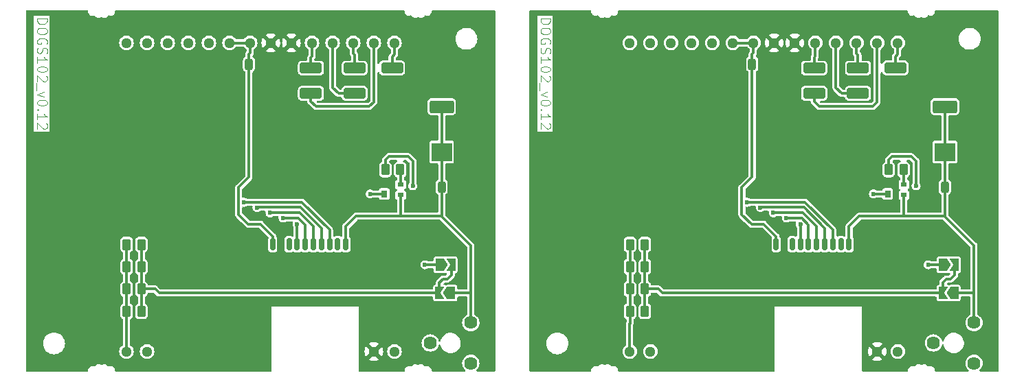
<source format=gtl>
G04 #@! TF.GenerationSoftware,KiCad,Pcbnew,7.0.10*
G04 #@! TF.CreationDate,2024-01-03T22:04:11+01:00*
G04 #@! TF.ProjectId,dogs102,646f6773-3130-4322-9e6b-696361645f70,rev?*
G04 #@! TF.SameCoordinates,Original*
G04 #@! TF.FileFunction,Copper,L1,Top*
G04 #@! TF.FilePolarity,Positive*
%FSLAX46Y46*%
G04 Gerber Fmt 4.6, Leading zero omitted, Abs format (unit mm)*
G04 Created by KiCad (PCBNEW 7.0.10) date 2024-01-03 22:04:11*
%MOMM*%
%LPD*%
G01*
G04 APERTURE LIST*
G04 Aperture macros list*
%AMRoundRect*
0 Rectangle with rounded corners*
0 $1 Rounding radius*
0 $2 $3 $4 $5 $6 $7 $8 $9 X,Y pos of 4 corners*
0 Add a 4 corners polygon primitive as box body*
4,1,4,$2,$3,$4,$5,$6,$7,$8,$9,$2,$3,0*
0 Add four circle primitives for the rounded corners*
1,1,$1+$1,$2,$3*
1,1,$1+$1,$4,$5*
1,1,$1+$1,$6,$7*
1,1,$1+$1,$8,$9*
0 Add four rect primitives between the rounded corners*
20,1,$1+$1,$2,$3,$4,$5,0*
20,1,$1+$1,$4,$5,$6,$7,0*
20,1,$1+$1,$6,$7,$8,$9,0*
20,1,$1+$1,$8,$9,$2,$3,0*%
%AMFreePoly0*
4,1,6,1.000000,0.000000,0.500000,-0.750000,-0.500000,-0.750000,-0.500000,0.750000,0.500000,0.750000,1.000000,0.000000,1.000000,0.000000,$1*%
%AMFreePoly1*
4,1,6,0.500000,-0.750000,-0.650000,-0.750000,-0.150000,0.000000,-0.650000,0.750000,0.500000,0.750000,0.500000,-0.750000,0.500000,-0.750000,$1*%
G04 Aperture macros list end*
%ADD10C,0.101600*%
G04 #@! TA.AperFunction,NonConductor*
%ADD11C,0.101600*%
G04 #@! TD*
G04 #@! TA.AperFunction,SMDPad,CuDef*
%ADD12RoundRect,0.250000X1.100000X-0.412500X1.100000X0.412500X-1.100000X0.412500X-1.100000X-0.412500X0*%
G04 #@! TD*
G04 #@! TA.AperFunction,SMDPad,CuDef*
%ADD13RoundRect,0.243750X0.243750X0.456250X-0.243750X0.456250X-0.243750X-0.456250X0.243750X-0.456250X0*%
G04 #@! TD*
G04 #@! TA.AperFunction,SMDPad,CuDef*
%ADD14RoundRect,0.250000X-1.250000X-0.550000X1.250000X-0.550000X1.250000X0.550000X-1.250000X0.550000X0*%
G04 #@! TD*
G04 #@! TA.AperFunction,SMDPad,CuDef*
%ADD15RoundRect,0.243750X-0.243750X-0.456250X0.243750X-0.456250X0.243750X0.456250X-0.243750X0.456250X0*%
G04 #@! TD*
G04 #@! TA.AperFunction,SMDPad,CuDef*
%ADD16R,2.500000X2.300000*%
G04 #@! TD*
G04 #@! TA.AperFunction,ComponentPad*
%ADD17C,1.280000*%
G04 #@! TD*
G04 #@! TA.AperFunction,ComponentPad*
%ADD18C,1.620000*%
G04 #@! TD*
G04 #@! TA.AperFunction,SMDPad,CuDef*
%ADD19RoundRect,0.250000X-0.262500X-0.450000X0.262500X-0.450000X0.262500X0.450000X-0.262500X0.450000X0*%
G04 #@! TD*
G04 #@! TA.AperFunction,SMDPad,CuDef*
%ADD20FreePoly0,180.000000*%
G04 #@! TD*
G04 #@! TA.AperFunction,SMDPad,CuDef*
%ADD21FreePoly1,180.000000*%
G04 #@! TD*
G04 #@! TA.AperFunction,SMDPad,CuDef*
%ADD22FreePoly0,0.000000*%
G04 #@! TD*
G04 #@! TA.AperFunction,SMDPad,CuDef*
%ADD23FreePoly1,0.000000*%
G04 #@! TD*
G04 #@! TA.AperFunction,SMDPad,CuDef*
%ADD24R,0.800000X0.600000*%
G04 #@! TD*
G04 #@! TA.AperFunction,SMDPad,CuDef*
%ADD25R,0.800000X0.900000*%
G04 #@! TD*
G04 #@! TA.AperFunction,SMDPad,CuDef*
%ADD26RoundRect,0.150000X-0.150000X-0.625000X0.150000X-0.625000X0.150000X0.625000X-0.150000X0.625000X0*%
G04 #@! TD*
G04 #@! TA.AperFunction,SMDPad,CuDef*
%ADD27RoundRect,0.250000X-0.350000X-0.650000X0.350000X-0.650000X0.350000X0.650000X-0.350000X0.650000X0*%
G04 #@! TD*
G04 #@! TA.AperFunction,SMDPad,CuDef*
%ADD28RoundRect,0.250000X0.262500X0.450000X-0.262500X0.450000X-0.262500X-0.450000X0.262500X-0.450000X0*%
G04 #@! TD*
G04 #@! TA.AperFunction,ViaPad*
%ADD29C,0.600000*%
G04 #@! TD*
G04 #@! TA.AperFunction,Conductor*
%ADD30C,0.350000*%
G04 #@! TD*
G04 APERTURE END LIST*
D10*
D11*
X119601331Y-83354103D02*
X120807831Y-83354103D01*
X120807831Y-83354103D02*
X120807831Y-83641365D01*
X120807831Y-83641365D02*
X120750379Y-83813722D01*
X120750379Y-83813722D02*
X120635474Y-83928627D01*
X120635474Y-83928627D02*
X120520569Y-83986080D01*
X120520569Y-83986080D02*
X120290760Y-84043532D01*
X120290760Y-84043532D02*
X120118403Y-84043532D01*
X120118403Y-84043532D02*
X119888593Y-83986080D01*
X119888593Y-83986080D02*
X119773688Y-83928627D01*
X119773688Y-83928627D02*
X119658784Y-83813722D01*
X119658784Y-83813722D02*
X119601331Y-83641365D01*
X119601331Y-83641365D02*
X119601331Y-83354103D01*
X120807831Y-84790413D02*
X120807831Y-85020222D01*
X120807831Y-85020222D02*
X120750379Y-85135127D01*
X120750379Y-85135127D02*
X120635474Y-85250032D01*
X120635474Y-85250032D02*
X120405664Y-85307484D01*
X120405664Y-85307484D02*
X120003498Y-85307484D01*
X120003498Y-85307484D02*
X119773688Y-85250032D01*
X119773688Y-85250032D02*
X119658784Y-85135127D01*
X119658784Y-85135127D02*
X119601331Y-85020222D01*
X119601331Y-85020222D02*
X119601331Y-84790413D01*
X119601331Y-84790413D02*
X119658784Y-84675508D01*
X119658784Y-84675508D02*
X119773688Y-84560603D01*
X119773688Y-84560603D02*
X120003498Y-84503151D01*
X120003498Y-84503151D02*
X120405664Y-84503151D01*
X120405664Y-84503151D02*
X120635474Y-84560603D01*
X120635474Y-84560603D02*
X120750379Y-84675508D01*
X120750379Y-84675508D02*
X120807831Y-84790413D01*
X120750379Y-86456532D02*
X120807831Y-86341627D01*
X120807831Y-86341627D02*
X120807831Y-86169270D01*
X120807831Y-86169270D02*
X120750379Y-85996913D01*
X120750379Y-85996913D02*
X120635474Y-85882008D01*
X120635474Y-85882008D02*
X120520569Y-85824555D01*
X120520569Y-85824555D02*
X120290760Y-85767103D01*
X120290760Y-85767103D02*
X120118403Y-85767103D01*
X120118403Y-85767103D02*
X119888593Y-85824555D01*
X119888593Y-85824555D02*
X119773688Y-85882008D01*
X119773688Y-85882008D02*
X119658784Y-85996913D01*
X119658784Y-85996913D02*
X119601331Y-86169270D01*
X119601331Y-86169270D02*
X119601331Y-86284174D01*
X119601331Y-86284174D02*
X119658784Y-86456532D01*
X119658784Y-86456532D02*
X119716236Y-86513984D01*
X119716236Y-86513984D02*
X120118403Y-86513984D01*
X120118403Y-86513984D02*
X120118403Y-86284174D01*
X119658784Y-86973603D02*
X119601331Y-87145960D01*
X119601331Y-87145960D02*
X119601331Y-87433222D01*
X119601331Y-87433222D02*
X119658784Y-87548127D01*
X119658784Y-87548127D02*
X119716236Y-87605579D01*
X119716236Y-87605579D02*
X119831141Y-87663032D01*
X119831141Y-87663032D02*
X119946045Y-87663032D01*
X119946045Y-87663032D02*
X120060950Y-87605579D01*
X120060950Y-87605579D02*
X120118403Y-87548127D01*
X120118403Y-87548127D02*
X120175855Y-87433222D01*
X120175855Y-87433222D02*
X120233307Y-87203413D01*
X120233307Y-87203413D02*
X120290760Y-87088508D01*
X120290760Y-87088508D02*
X120348212Y-87031055D01*
X120348212Y-87031055D02*
X120463117Y-86973603D01*
X120463117Y-86973603D02*
X120578022Y-86973603D01*
X120578022Y-86973603D02*
X120692926Y-87031055D01*
X120692926Y-87031055D02*
X120750379Y-87088508D01*
X120750379Y-87088508D02*
X120807831Y-87203413D01*
X120807831Y-87203413D02*
X120807831Y-87490674D01*
X120807831Y-87490674D02*
X120750379Y-87663032D01*
X119601331Y-88812080D02*
X119601331Y-88122651D01*
X119601331Y-88467365D02*
X120807831Y-88467365D01*
X120807831Y-88467365D02*
X120635474Y-88352461D01*
X120635474Y-88352461D02*
X120520569Y-88237556D01*
X120520569Y-88237556D02*
X120463117Y-88122651D01*
X120807831Y-89558961D02*
X120807831Y-89673866D01*
X120807831Y-89673866D02*
X120750379Y-89788770D01*
X120750379Y-89788770D02*
X120692926Y-89846223D01*
X120692926Y-89846223D02*
X120578022Y-89903675D01*
X120578022Y-89903675D02*
X120348212Y-89961128D01*
X120348212Y-89961128D02*
X120060950Y-89961128D01*
X120060950Y-89961128D02*
X119831141Y-89903675D01*
X119831141Y-89903675D02*
X119716236Y-89846223D01*
X119716236Y-89846223D02*
X119658784Y-89788770D01*
X119658784Y-89788770D02*
X119601331Y-89673866D01*
X119601331Y-89673866D02*
X119601331Y-89558961D01*
X119601331Y-89558961D02*
X119658784Y-89444056D01*
X119658784Y-89444056D02*
X119716236Y-89386604D01*
X119716236Y-89386604D02*
X119831141Y-89329151D01*
X119831141Y-89329151D02*
X120060950Y-89271699D01*
X120060950Y-89271699D02*
X120348212Y-89271699D01*
X120348212Y-89271699D02*
X120578022Y-89329151D01*
X120578022Y-89329151D02*
X120692926Y-89386604D01*
X120692926Y-89386604D02*
X120750379Y-89444056D01*
X120750379Y-89444056D02*
X120807831Y-89558961D01*
X120692926Y-90420747D02*
X120750379Y-90478199D01*
X120750379Y-90478199D02*
X120807831Y-90593104D01*
X120807831Y-90593104D02*
X120807831Y-90880366D01*
X120807831Y-90880366D02*
X120750379Y-90995271D01*
X120750379Y-90995271D02*
X120692926Y-91052723D01*
X120692926Y-91052723D02*
X120578022Y-91110176D01*
X120578022Y-91110176D02*
X120463117Y-91110176D01*
X120463117Y-91110176D02*
X120290760Y-91052723D01*
X120290760Y-91052723D02*
X119601331Y-90363295D01*
X119601331Y-90363295D02*
X119601331Y-91110176D01*
X119486426Y-91339986D02*
X119486426Y-92259224D01*
X120405664Y-92431581D02*
X119601331Y-92718843D01*
X119601331Y-92718843D02*
X120405664Y-93006104D01*
X120807831Y-93695533D02*
X120807831Y-93810438D01*
X120807831Y-93810438D02*
X120750379Y-93925342D01*
X120750379Y-93925342D02*
X120692926Y-93982795D01*
X120692926Y-93982795D02*
X120578022Y-94040247D01*
X120578022Y-94040247D02*
X120348212Y-94097700D01*
X120348212Y-94097700D02*
X120060950Y-94097700D01*
X120060950Y-94097700D02*
X119831141Y-94040247D01*
X119831141Y-94040247D02*
X119716236Y-93982795D01*
X119716236Y-93982795D02*
X119658784Y-93925342D01*
X119658784Y-93925342D02*
X119601331Y-93810438D01*
X119601331Y-93810438D02*
X119601331Y-93695533D01*
X119601331Y-93695533D02*
X119658784Y-93580628D01*
X119658784Y-93580628D02*
X119716236Y-93523176D01*
X119716236Y-93523176D02*
X119831141Y-93465723D01*
X119831141Y-93465723D02*
X120060950Y-93408271D01*
X120060950Y-93408271D02*
X120348212Y-93408271D01*
X120348212Y-93408271D02*
X120578022Y-93465723D01*
X120578022Y-93465723D02*
X120692926Y-93523176D01*
X120692926Y-93523176D02*
X120750379Y-93580628D01*
X120750379Y-93580628D02*
X120807831Y-93695533D01*
X119716236Y-94614771D02*
X119658784Y-94672224D01*
X119658784Y-94672224D02*
X119601331Y-94614771D01*
X119601331Y-94614771D02*
X119658784Y-94557319D01*
X119658784Y-94557319D02*
X119716236Y-94614771D01*
X119716236Y-94614771D02*
X119601331Y-94614771D01*
X119601331Y-95821272D02*
X119601331Y-95131843D01*
X119601331Y-95476557D02*
X120807831Y-95476557D01*
X120807831Y-95476557D02*
X120635474Y-95361653D01*
X120635474Y-95361653D02*
X120520569Y-95246748D01*
X120520569Y-95246748D02*
X120463117Y-95131843D01*
X120692926Y-96280891D02*
X120750379Y-96338343D01*
X120750379Y-96338343D02*
X120807831Y-96453248D01*
X120807831Y-96453248D02*
X120807831Y-96740510D01*
X120807831Y-96740510D02*
X120750379Y-96855415D01*
X120750379Y-96855415D02*
X120692926Y-96912867D01*
X120692926Y-96912867D02*
X120578022Y-96970320D01*
X120578022Y-96970320D02*
X120463117Y-96970320D01*
X120463117Y-96970320D02*
X120290760Y-96912867D01*
X120290760Y-96912867D02*
X119601331Y-96223439D01*
X119601331Y-96223439D02*
X119601331Y-96970320D01*
D10*
D11*
X181601331Y-83354103D02*
X182807831Y-83354103D01*
X182807831Y-83354103D02*
X182807831Y-83641365D01*
X182807831Y-83641365D02*
X182750379Y-83813722D01*
X182750379Y-83813722D02*
X182635474Y-83928627D01*
X182635474Y-83928627D02*
X182520569Y-83986080D01*
X182520569Y-83986080D02*
X182290760Y-84043532D01*
X182290760Y-84043532D02*
X182118403Y-84043532D01*
X182118403Y-84043532D02*
X181888593Y-83986080D01*
X181888593Y-83986080D02*
X181773688Y-83928627D01*
X181773688Y-83928627D02*
X181658784Y-83813722D01*
X181658784Y-83813722D02*
X181601331Y-83641365D01*
X181601331Y-83641365D02*
X181601331Y-83354103D01*
X182807831Y-84790413D02*
X182807831Y-85020222D01*
X182807831Y-85020222D02*
X182750379Y-85135127D01*
X182750379Y-85135127D02*
X182635474Y-85250032D01*
X182635474Y-85250032D02*
X182405664Y-85307484D01*
X182405664Y-85307484D02*
X182003498Y-85307484D01*
X182003498Y-85307484D02*
X181773688Y-85250032D01*
X181773688Y-85250032D02*
X181658784Y-85135127D01*
X181658784Y-85135127D02*
X181601331Y-85020222D01*
X181601331Y-85020222D02*
X181601331Y-84790413D01*
X181601331Y-84790413D02*
X181658784Y-84675508D01*
X181658784Y-84675508D02*
X181773688Y-84560603D01*
X181773688Y-84560603D02*
X182003498Y-84503151D01*
X182003498Y-84503151D02*
X182405664Y-84503151D01*
X182405664Y-84503151D02*
X182635474Y-84560603D01*
X182635474Y-84560603D02*
X182750379Y-84675508D01*
X182750379Y-84675508D02*
X182807831Y-84790413D01*
X182750379Y-86456532D02*
X182807831Y-86341627D01*
X182807831Y-86341627D02*
X182807831Y-86169270D01*
X182807831Y-86169270D02*
X182750379Y-85996913D01*
X182750379Y-85996913D02*
X182635474Y-85882008D01*
X182635474Y-85882008D02*
X182520569Y-85824555D01*
X182520569Y-85824555D02*
X182290760Y-85767103D01*
X182290760Y-85767103D02*
X182118403Y-85767103D01*
X182118403Y-85767103D02*
X181888593Y-85824555D01*
X181888593Y-85824555D02*
X181773688Y-85882008D01*
X181773688Y-85882008D02*
X181658784Y-85996913D01*
X181658784Y-85996913D02*
X181601331Y-86169270D01*
X181601331Y-86169270D02*
X181601331Y-86284174D01*
X181601331Y-86284174D02*
X181658784Y-86456532D01*
X181658784Y-86456532D02*
X181716236Y-86513984D01*
X181716236Y-86513984D02*
X182118403Y-86513984D01*
X182118403Y-86513984D02*
X182118403Y-86284174D01*
X181658784Y-86973603D02*
X181601331Y-87145960D01*
X181601331Y-87145960D02*
X181601331Y-87433222D01*
X181601331Y-87433222D02*
X181658784Y-87548127D01*
X181658784Y-87548127D02*
X181716236Y-87605579D01*
X181716236Y-87605579D02*
X181831141Y-87663032D01*
X181831141Y-87663032D02*
X181946045Y-87663032D01*
X181946045Y-87663032D02*
X182060950Y-87605579D01*
X182060950Y-87605579D02*
X182118403Y-87548127D01*
X182118403Y-87548127D02*
X182175855Y-87433222D01*
X182175855Y-87433222D02*
X182233307Y-87203413D01*
X182233307Y-87203413D02*
X182290760Y-87088508D01*
X182290760Y-87088508D02*
X182348212Y-87031055D01*
X182348212Y-87031055D02*
X182463117Y-86973603D01*
X182463117Y-86973603D02*
X182578022Y-86973603D01*
X182578022Y-86973603D02*
X182692926Y-87031055D01*
X182692926Y-87031055D02*
X182750379Y-87088508D01*
X182750379Y-87088508D02*
X182807831Y-87203413D01*
X182807831Y-87203413D02*
X182807831Y-87490674D01*
X182807831Y-87490674D02*
X182750379Y-87663032D01*
X181601331Y-88812080D02*
X181601331Y-88122651D01*
X181601331Y-88467365D02*
X182807831Y-88467365D01*
X182807831Y-88467365D02*
X182635474Y-88352461D01*
X182635474Y-88352461D02*
X182520569Y-88237556D01*
X182520569Y-88237556D02*
X182463117Y-88122651D01*
X182807831Y-89558961D02*
X182807831Y-89673866D01*
X182807831Y-89673866D02*
X182750379Y-89788770D01*
X182750379Y-89788770D02*
X182692926Y-89846223D01*
X182692926Y-89846223D02*
X182578022Y-89903675D01*
X182578022Y-89903675D02*
X182348212Y-89961128D01*
X182348212Y-89961128D02*
X182060950Y-89961128D01*
X182060950Y-89961128D02*
X181831141Y-89903675D01*
X181831141Y-89903675D02*
X181716236Y-89846223D01*
X181716236Y-89846223D02*
X181658784Y-89788770D01*
X181658784Y-89788770D02*
X181601331Y-89673866D01*
X181601331Y-89673866D02*
X181601331Y-89558961D01*
X181601331Y-89558961D02*
X181658784Y-89444056D01*
X181658784Y-89444056D02*
X181716236Y-89386604D01*
X181716236Y-89386604D02*
X181831141Y-89329151D01*
X181831141Y-89329151D02*
X182060950Y-89271699D01*
X182060950Y-89271699D02*
X182348212Y-89271699D01*
X182348212Y-89271699D02*
X182578022Y-89329151D01*
X182578022Y-89329151D02*
X182692926Y-89386604D01*
X182692926Y-89386604D02*
X182750379Y-89444056D01*
X182750379Y-89444056D02*
X182807831Y-89558961D01*
X182692926Y-90420747D02*
X182750379Y-90478199D01*
X182750379Y-90478199D02*
X182807831Y-90593104D01*
X182807831Y-90593104D02*
X182807831Y-90880366D01*
X182807831Y-90880366D02*
X182750379Y-90995271D01*
X182750379Y-90995271D02*
X182692926Y-91052723D01*
X182692926Y-91052723D02*
X182578022Y-91110176D01*
X182578022Y-91110176D02*
X182463117Y-91110176D01*
X182463117Y-91110176D02*
X182290760Y-91052723D01*
X182290760Y-91052723D02*
X181601331Y-90363295D01*
X181601331Y-90363295D02*
X181601331Y-91110176D01*
X181486426Y-91339986D02*
X181486426Y-92259224D01*
X182405664Y-92431581D02*
X181601331Y-92718843D01*
X181601331Y-92718843D02*
X182405664Y-93006104D01*
X182807831Y-93695533D02*
X182807831Y-93810438D01*
X182807831Y-93810438D02*
X182750379Y-93925342D01*
X182750379Y-93925342D02*
X182692926Y-93982795D01*
X182692926Y-93982795D02*
X182578022Y-94040247D01*
X182578022Y-94040247D02*
X182348212Y-94097700D01*
X182348212Y-94097700D02*
X182060950Y-94097700D01*
X182060950Y-94097700D02*
X181831141Y-94040247D01*
X181831141Y-94040247D02*
X181716236Y-93982795D01*
X181716236Y-93982795D02*
X181658784Y-93925342D01*
X181658784Y-93925342D02*
X181601331Y-93810438D01*
X181601331Y-93810438D02*
X181601331Y-93695533D01*
X181601331Y-93695533D02*
X181658784Y-93580628D01*
X181658784Y-93580628D02*
X181716236Y-93523176D01*
X181716236Y-93523176D02*
X181831141Y-93465723D01*
X181831141Y-93465723D02*
X182060950Y-93408271D01*
X182060950Y-93408271D02*
X182348212Y-93408271D01*
X182348212Y-93408271D02*
X182578022Y-93465723D01*
X182578022Y-93465723D02*
X182692926Y-93523176D01*
X182692926Y-93523176D02*
X182750379Y-93580628D01*
X182750379Y-93580628D02*
X182807831Y-93695533D01*
X181716236Y-94614771D02*
X181658784Y-94672224D01*
X181658784Y-94672224D02*
X181601331Y-94614771D01*
X181601331Y-94614771D02*
X181658784Y-94557319D01*
X181658784Y-94557319D02*
X181716236Y-94614771D01*
X181716236Y-94614771D02*
X181601331Y-94614771D01*
X181601331Y-95821272D02*
X181601331Y-95131843D01*
X181601331Y-95476557D02*
X182807831Y-95476557D01*
X182807831Y-95476557D02*
X182635474Y-95361653D01*
X182635474Y-95361653D02*
X182520569Y-95246748D01*
X182520569Y-95246748D02*
X182463117Y-95131843D01*
X182692926Y-96280891D02*
X182750379Y-96338343D01*
X182750379Y-96338343D02*
X182807831Y-96453248D01*
X182807831Y-96453248D02*
X182807831Y-96740510D01*
X182807831Y-96740510D02*
X182750379Y-96855415D01*
X182750379Y-96855415D02*
X182692926Y-96912867D01*
X182692926Y-96912867D02*
X182578022Y-96970320D01*
X182578022Y-96970320D02*
X182463117Y-96970320D01*
X182463117Y-96970320D02*
X182290760Y-96912867D01*
X182290760Y-96912867D02*
X181601331Y-96223439D01*
X181601331Y-96223439D02*
X181601331Y-96970320D01*
D12*
X158710000Y-92600000D03*
X158710000Y-89475000D03*
X163310000Y-92562500D03*
X163310000Y-89437500D03*
X153310000Y-92600000D03*
X153310000Y-89475000D03*
D13*
X147547500Y-89000000D03*
X145672500Y-89000000D03*
D14*
X169418000Y-94234000D03*
X173818000Y-94234000D03*
D15*
X169418000Y-104140000D03*
X171293000Y-104140000D03*
D16*
X169418000Y-99822000D03*
X173718000Y-99822000D03*
D17*
X130590000Y-124460000D03*
X133130000Y-124460000D03*
X161070000Y-124460000D03*
X163610000Y-124460000D03*
X163610000Y-86360000D03*
X161070000Y-86360000D03*
X158530000Y-86360000D03*
X155990000Y-86360000D03*
X153450000Y-86360000D03*
X150910000Y-86360000D03*
X148370000Y-86360000D03*
X145830000Y-86360000D03*
X143290000Y-86360000D03*
X140750000Y-86360000D03*
X138210000Y-86360000D03*
X135670000Y-86360000D03*
X133130000Y-86360000D03*
X130590000Y-86360000D03*
D18*
X173010000Y-120900000D03*
X168010000Y-123400000D03*
X173010000Y-125900000D03*
D12*
X215310000Y-92600000D03*
X215310000Y-89475000D03*
D19*
X192610000Y-119500000D03*
X194435000Y-119500000D03*
D15*
X231418000Y-104140000D03*
X233293000Y-104140000D03*
D19*
X192610000Y-116750000D03*
X194435000Y-116750000D03*
D20*
X170585000Y-117250000D03*
D21*
X169135000Y-117250000D03*
D19*
X192610000Y-111250000D03*
X194435000Y-111250000D03*
X130610000Y-116750000D03*
X132435000Y-116750000D03*
D14*
X231418000Y-94234000D03*
X235818000Y-94234000D03*
D13*
X209547500Y-89000000D03*
X207672500Y-89000000D03*
D19*
X130610000Y-111250000D03*
X132435000Y-111250000D03*
X130610000Y-119500000D03*
X132435000Y-119500000D03*
D22*
X169160000Y-113750000D03*
D23*
X170610000Y-113750000D03*
D20*
X232585000Y-117250000D03*
D21*
X231135000Y-117250000D03*
D17*
X192590000Y-124460000D03*
X195130000Y-124460000D03*
X223070000Y-124460000D03*
X225610000Y-124460000D03*
X225610000Y-86360000D03*
X223070000Y-86360000D03*
X220530000Y-86360000D03*
X217990000Y-86360000D03*
X215450000Y-86360000D03*
X212910000Y-86360000D03*
X210370000Y-86360000D03*
X207830000Y-86360000D03*
X205290000Y-86360000D03*
X202750000Y-86360000D03*
X200210000Y-86360000D03*
X197670000Y-86360000D03*
X195130000Y-86360000D03*
X192590000Y-86360000D03*
D12*
X225310000Y-92562500D03*
X225310000Y-89437500D03*
D24*
X224356700Y-103850000D03*
D25*
X224356700Y-104997600D03*
D24*
X226363300Y-105149999D03*
X226363300Y-103850001D03*
D19*
X130610000Y-114000000D03*
X132435000Y-114000000D03*
D26*
X210610000Y-111200000D03*
X211610000Y-111200000D03*
X212610000Y-111200000D03*
X213610000Y-111200000D03*
X214610000Y-111200000D03*
X215610000Y-111200000D03*
X216610000Y-111200000D03*
X217610000Y-111200000D03*
X218610000Y-111200000D03*
X219610000Y-111200000D03*
D27*
X209310000Y-115075000D03*
X220910000Y-115075000D03*
D22*
X231160000Y-113750000D03*
D23*
X232610000Y-113750000D03*
D26*
X148610000Y-111200000D03*
X149610000Y-111200000D03*
X150610000Y-111200000D03*
X151610000Y-111200000D03*
X152610000Y-111200000D03*
X153610000Y-111200000D03*
X154610000Y-111200000D03*
X155610000Y-111200000D03*
X156610000Y-111200000D03*
X157610000Y-111200000D03*
D27*
X147310000Y-115075000D03*
X158910000Y-115075000D03*
D12*
X220710000Y-92600000D03*
X220710000Y-89475000D03*
D24*
X162356700Y-103850000D03*
D25*
X162356700Y-104997600D03*
D24*
X164363300Y-105149999D03*
X164363300Y-103850001D03*
D28*
X164310000Y-102000000D03*
X162485000Y-102000000D03*
D18*
X235010000Y-120900000D03*
X230010000Y-123400000D03*
X235010000Y-125900000D03*
D16*
X231418000Y-99822000D03*
X235718000Y-99822000D03*
D28*
X226310000Y-102000000D03*
X224485000Y-102000000D03*
D19*
X192610000Y-114000000D03*
X194435000Y-114000000D03*
D29*
X151610000Y-108750000D03*
X213610000Y-108750000D03*
X149882702Y-107977298D03*
X211882702Y-107977298D03*
X222610000Y-105000000D03*
X160610000Y-105000000D03*
X210280404Y-107329596D03*
X148280404Y-107329596D03*
X208678106Y-106681894D03*
X146678106Y-106681894D03*
X145075808Y-106034192D03*
X207075808Y-106034192D03*
X229360000Y-113750000D03*
X167360000Y-113750000D03*
X165860000Y-104000000D03*
X227860000Y-104000000D03*
D30*
X207830000Y-86360000D02*
X205290000Y-86360000D01*
X145672500Y-87737500D02*
X145830000Y-87580000D01*
X207672500Y-89000000D02*
X207672500Y-87737500D01*
X144400808Y-104209192D02*
X144400808Y-107540808D01*
X145830000Y-86360000D02*
X143290000Y-86360000D01*
X145672500Y-89000000D02*
X145672500Y-87737500D01*
X145830000Y-87580000D02*
X145830000Y-86360000D01*
X207610000Y-108750000D02*
X209110000Y-108750000D01*
X145672500Y-89000000D02*
X145672500Y-102937500D01*
X144400808Y-107540808D02*
X145610000Y-108750000D01*
X148610000Y-111200000D02*
X148610000Y-110250000D01*
X147110000Y-108750000D02*
X148610000Y-110250000D01*
X207672500Y-87737500D02*
X207830000Y-87580000D01*
X145610000Y-108750000D02*
X147110000Y-108750000D01*
X206400808Y-107540808D02*
X207610000Y-108750000D01*
X210610000Y-111200000D02*
X210610000Y-110250000D01*
X207672500Y-102937500D02*
X206400808Y-104209192D01*
X206400808Y-104209192D02*
X206400808Y-107540808D01*
X207830000Y-87580000D02*
X207830000Y-86360000D01*
X145672500Y-102937500D02*
X144400808Y-104209192D01*
X209110000Y-108750000D02*
X210610000Y-110250000D01*
X207672500Y-89000000D02*
X207672500Y-102937500D01*
X215450000Y-88010000D02*
X215310000Y-88150000D01*
X215450000Y-86360000D02*
X215450000Y-88010000D01*
X153450000Y-86360000D02*
X153450000Y-88010000D01*
X215310000Y-88150000D02*
X215310000Y-89475000D01*
X153310000Y-88150000D02*
X153310000Y-89475000D01*
X153450000Y-88010000D02*
X153310000Y-88150000D01*
X153310000Y-93600000D02*
X153310000Y-92600000D01*
X223070000Y-93640000D02*
X222510000Y-94200000D01*
X161070000Y-93640000D02*
X160510000Y-94200000D01*
X161070000Y-86360000D02*
X161070000Y-93640000D01*
X215910000Y-94200000D02*
X215310000Y-93600000D01*
X153910000Y-94200000D02*
X153310000Y-93600000D01*
X223070000Y-86360000D02*
X223070000Y-93640000D01*
X222510000Y-94200000D02*
X215910000Y-94200000D01*
X160510000Y-94200000D02*
X153910000Y-94200000D01*
X215310000Y-93600000D02*
X215310000Y-92600000D01*
X220530000Y-86360000D02*
X220530000Y-87670000D01*
X158710000Y-87850000D02*
X158710000Y-89475000D01*
X158530000Y-86360000D02*
X158530000Y-87670000D01*
X158530000Y-87670000D02*
X158710000Y-87850000D01*
X220530000Y-87670000D02*
X220710000Y-87850000D01*
X220710000Y-87850000D02*
X220710000Y-89475000D01*
X155990000Y-86360000D02*
X155990000Y-91880000D01*
X218710000Y-92600000D02*
X220710000Y-92600000D01*
X217990000Y-91880000D02*
X218710000Y-92600000D01*
X217990000Y-86360000D02*
X217990000Y-91880000D01*
X156710000Y-92600000D02*
X158710000Y-92600000D01*
X155990000Y-91880000D02*
X156710000Y-92600000D01*
X225610000Y-87750000D02*
X225610000Y-86360000D01*
X163610000Y-87750000D02*
X163610000Y-86360000D01*
X225310000Y-88050000D02*
X225610000Y-87750000D01*
X225310000Y-89437500D02*
X225310000Y-88050000D01*
X163310000Y-89437500D02*
X163310000Y-88050000D01*
X163310000Y-88050000D02*
X163610000Y-87750000D01*
X213610000Y-108750000D02*
X213610000Y-111200000D01*
X151610000Y-108750000D02*
X151610000Y-111200000D01*
X213791893Y-107977298D02*
X214610000Y-108795405D01*
X211882702Y-107977298D02*
X213791893Y-107977298D01*
X214610000Y-108795405D02*
X214610000Y-111200000D01*
X149882702Y-107977298D02*
X151791893Y-107977298D01*
X152610000Y-108795405D02*
X152610000Y-111200000D01*
X151791893Y-107977298D02*
X152610000Y-108795405D01*
X130556000Y-124460000D02*
X130556000Y-121054000D01*
X224356700Y-104997600D02*
X222612400Y-104997600D01*
X130610000Y-116750000D02*
X130610000Y-119500000D01*
X130610000Y-111250000D02*
X130610000Y-114000000D01*
X192610000Y-111250000D02*
X192610000Y-114000000D01*
X192556000Y-121054000D02*
X192610000Y-121000000D01*
X130610000Y-121000000D02*
X130610000Y-119500000D01*
X162356700Y-104997600D02*
X160612400Y-104997600D01*
X222612400Y-104997600D02*
X222610000Y-105000000D01*
X192610000Y-114000000D02*
X192610000Y-116750000D01*
X160612400Y-104997600D02*
X160610000Y-105000000D01*
X130556000Y-121054000D02*
X130610000Y-121000000D01*
X130610000Y-114000000D02*
X130610000Y-116750000D01*
X192610000Y-121000000D02*
X192610000Y-119500000D01*
X192556000Y-124460000D02*
X192556000Y-121054000D01*
X192610000Y-116750000D02*
X192610000Y-119500000D01*
X169418000Y-107692000D02*
X169418000Y-104140000D01*
X169360000Y-107750000D02*
X173010000Y-111400000D01*
X164363300Y-105149999D02*
X164363300Y-107746700D01*
X232585000Y-117250000D02*
X235010000Y-117250000D01*
X170585000Y-117250000D02*
X173010000Y-117250000D01*
X173010000Y-117250000D02*
X173010000Y-120900000D01*
X231418000Y-99822000D02*
X231418000Y-104140000D01*
X226363300Y-107746700D02*
X226360000Y-107750000D01*
X157610000Y-111200000D02*
X157610000Y-109000000D01*
X173010000Y-111400000D02*
X173010000Y-117250000D01*
X157610000Y-109000000D02*
X158860000Y-107750000D01*
X169418000Y-99822000D02*
X169418000Y-104140000D01*
X219610000Y-109000000D02*
X220860000Y-107750000D01*
X231418000Y-107692000D02*
X231418000Y-104140000D01*
X169360000Y-107750000D02*
X169418000Y-107692000D01*
X235010000Y-111400000D02*
X235010000Y-117250000D01*
X158860000Y-107750000D02*
X164360000Y-107750000D01*
X169418000Y-94234000D02*
X169418000Y-99822000D01*
X219610000Y-111200000D02*
X219610000Y-109000000D01*
X164363300Y-107746700D02*
X164360000Y-107750000D01*
X226363300Y-105149999D02*
X226363300Y-107746700D01*
X226360000Y-107750000D02*
X231360000Y-107750000D01*
X231360000Y-107750000D02*
X235010000Y-111400000D01*
X235010000Y-117250000D02*
X235010000Y-120900000D01*
X231360000Y-107750000D02*
X231418000Y-107692000D01*
X164360000Y-107750000D02*
X169360000Y-107750000D01*
X220860000Y-107750000D02*
X226360000Y-107750000D01*
X231418000Y-94234000D02*
X231418000Y-99822000D01*
X231135000Y-117250000D02*
X196610000Y-117250000D01*
X194435000Y-116750000D02*
X194435000Y-114000000D01*
X194435000Y-111250000D02*
X194435000Y-114000000D01*
X231135000Y-115975000D02*
X231610000Y-115500000D01*
X232110000Y-115500000D02*
X231610000Y-115500000D01*
X134110000Y-116750000D02*
X132435000Y-116750000D01*
X232610000Y-113750000D02*
X232610000Y-115000000D01*
X170610000Y-115000000D02*
X170110000Y-115500000D01*
X231135000Y-117250000D02*
X231135000Y-115975000D01*
X169135000Y-115975000D02*
X169610000Y-115500000D01*
X132435000Y-116750000D02*
X132435000Y-114000000D01*
X170110000Y-115500000D02*
X169610000Y-115500000D01*
X196110000Y-116750000D02*
X194435000Y-116750000D01*
X134610000Y-117250000D02*
X134110000Y-116750000D01*
X132435000Y-119500000D02*
X132435000Y-116750000D01*
X232610000Y-115000000D02*
X232110000Y-115500000D01*
X194435000Y-119500000D02*
X194435000Y-116750000D01*
X169135000Y-117250000D02*
X134610000Y-117250000D01*
X169135000Y-117250000D02*
X169135000Y-115975000D01*
X196610000Y-117250000D02*
X196110000Y-116750000D01*
X170610000Y-113750000D02*
X170610000Y-115000000D01*
X132435000Y-111250000D02*
X132435000Y-114000000D01*
X153610000Y-109017587D02*
X153610000Y-111200000D01*
X151894711Y-107302298D02*
X153610000Y-109017587D01*
X210280404Y-107329596D02*
X210307702Y-107302298D01*
X213894711Y-107302298D02*
X215610000Y-109017587D01*
X210307702Y-107302298D02*
X213894711Y-107302298D01*
X215610000Y-109017587D02*
X215610000Y-111200000D01*
X148307702Y-107302298D02*
X151894711Y-107302298D01*
X148280404Y-107329596D02*
X148307702Y-107302298D01*
X208678106Y-106681894D02*
X208955404Y-106654596D01*
X146678106Y-106681894D02*
X146955404Y-106654596D01*
X216610000Y-109239769D02*
X216610000Y-111200000D01*
X152024827Y-106654596D02*
X154610000Y-109239769D01*
X214024827Y-106654596D02*
X216610000Y-109239769D01*
X154610000Y-109239769D02*
X154610000Y-111200000D01*
X146955404Y-106654596D02*
X152024827Y-106654596D01*
X208955404Y-106654596D02*
X214024827Y-106654596D01*
X145353106Y-106006894D02*
X152154943Y-106006894D01*
X207353106Y-106006894D02*
X214154943Y-106006894D01*
X207075808Y-106034192D02*
X207353106Y-106006894D01*
X217610000Y-109461951D02*
X217610000Y-111200000D01*
X155610000Y-109461951D02*
X155610000Y-111200000D01*
X145075808Y-106034192D02*
X145353106Y-106006894D01*
X214154943Y-106006894D02*
X217610000Y-109461951D01*
X152154943Y-106006894D02*
X155610000Y-109461951D01*
X224485000Y-102000000D02*
X224485000Y-100825000D01*
X165860000Y-100950000D02*
X165860000Y-104000000D01*
X227860000Y-100950000D02*
X227860000Y-104000000D01*
X162910000Y-100400000D02*
X165310000Y-100400000D01*
X167360000Y-113750000D02*
X169160000Y-113750000D01*
X224910000Y-100400000D02*
X227310000Y-100400000D01*
X165310000Y-100400000D02*
X165860000Y-100950000D01*
X162485000Y-100825000D02*
X162910000Y-100400000D01*
X162485000Y-102000000D02*
X162485000Y-100825000D01*
X229360000Y-113750000D02*
X231160000Y-113750000D01*
X227310000Y-100400000D02*
X227860000Y-100950000D01*
X224485000Y-100825000D02*
X224910000Y-100400000D01*
X226363300Y-103850001D02*
X226363300Y-102053300D01*
X164363300Y-102053300D02*
X164310000Y-102000000D01*
X164363300Y-103850001D02*
X164363300Y-102053300D01*
X226363300Y-102053300D02*
X226310000Y-102000000D01*
G04 #@! TA.AperFunction,Conductor*
G36*
X125801621Y-82345502D02*
G01*
X125848114Y-82399158D01*
X125859500Y-82451500D01*
X125859500Y-82571961D01*
X125900047Y-82710053D01*
X125977855Y-82831126D01*
X125977856Y-82831127D01*
X125977857Y-82831128D01*
X126086627Y-82925377D01*
X126217543Y-82985165D01*
X126324201Y-83000500D01*
X126324205Y-83000500D01*
X126395795Y-83000500D01*
X126395799Y-83000500D01*
X126502457Y-82985165D01*
X126568377Y-82955059D01*
X126638649Y-82944955D01*
X126703230Y-82974448D01*
X126726717Y-83001553D01*
X126777855Y-83081126D01*
X126777856Y-83081127D01*
X126777857Y-83081128D01*
X126886627Y-83175377D01*
X127017543Y-83235165D01*
X127124201Y-83250500D01*
X127124205Y-83250500D01*
X127195795Y-83250500D01*
X127195799Y-83250500D01*
X127302457Y-83235165D01*
X127433373Y-83175377D01*
X127433377Y-83175373D01*
X127440954Y-83170505D01*
X127442855Y-83173464D01*
X127492031Y-83150989D01*
X127562308Y-83161072D01*
X127578444Y-83171441D01*
X127579046Y-83170505D01*
X127586625Y-83175375D01*
X127586627Y-83175377D01*
X127717543Y-83235165D01*
X127824201Y-83250500D01*
X127824205Y-83250500D01*
X127895795Y-83250500D01*
X127895799Y-83250500D01*
X128002457Y-83235165D01*
X128133373Y-83175377D01*
X128242143Y-83081128D01*
X128293284Y-83001549D01*
X128346936Y-82955060D01*
X128417210Y-82944955D01*
X128451622Y-82955059D01*
X128517543Y-82985165D01*
X128624201Y-83000500D01*
X128624205Y-83000500D01*
X128695795Y-83000500D01*
X128695799Y-83000500D01*
X128802457Y-82985165D01*
X128933373Y-82925377D01*
X129042143Y-82831128D01*
X129119953Y-82710053D01*
X129160500Y-82571961D01*
X129160500Y-82451500D01*
X129180502Y-82383379D01*
X129234158Y-82336886D01*
X129286500Y-82325500D01*
X164733500Y-82325500D01*
X164801621Y-82345502D01*
X164848114Y-82399158D01*
X164859500Y-82451500D01*
X164859500Y-82571961D01*
X164900047Y-82710053D01*
X164977855Y-82831126D01*
X164977856Y-82831127D01*
X164977857Y-82831128D01*
X165086627Y-82925377D01*
X165217543Y-82985165D01*
X165324201Y-83000500D01*
X165324205Y-83000500D01*
X165395795Y-83000500D01*
X165395799Y-83000500D01*
X165502457Y-82985165D01*
X165568377Y-82955059D01*
X165638649Y-82944955D01*
X165703230Y-82974448D01*
X165726717Y-83001553D01*
X165777855Y-83081126D01*
X165777856Y-83081127D01*
X165777857Y-83081128D01*
X165886627Y-83175377D01*
X166017543Y-83235165D01*
X166124201Y-83250500D01*
X166124205Y-83250500D01*
X166195795Y-83250500D01*
X166195799Y-83250500D01*
X166302457Y-83235165D01*
X166433373Y-83175377D01*
X166433377Y-83175373D01*
X166440954Y-83170505D01*
X166442855Y-83173464D01*
X166492031Y-83150989D01*
X166562308Y-83161072D01*
X166578444Y-83171441D01*
X166579046Y-83170505D01*
X166586625Y-83175375D01*
X166586627Y-83175377D01*
X166717543Y-83235165D01*
X166824201Y-83250500D01*
X166824205Y-83250500D01*
X166895795Y-83250500D01*
X166895799Y-83250500D01*
X167002457Y-83235165D01*
X167133373Y-83175377D01*
X167242143Y-83081128D01*
X167293284Y-83001549D01*
X167346936Y-82955060D01*
X167417210Y-82944955D01*
X167451622Y-82955059D01*
X167517543Y-82985165D01*
X167624201Y-83000500D01*
X167624205Y-83000500D01*
X167695795Y-83000500D01*
X167695799Y-83000500D01*
X167802457Y-82985165D01*
X167933373Y-82925377D01*
X168042143Y-82831128D01*
X168119953Y-82710053D01*
X168160500Y-82571961D01*
X168160500Y-82453907D01*
X168180502Y-82385786D01*
X168234158Y-82339293D01*
X168286460Y-82327907D01*
X175895966Y-82325565D01*
X175964088Y-82345545D01*
X176010598Y-82399186D01*
X176022000Y-82451564D01*
X176022000Y-126798500D01*
X176001998Y-126866621D01*
X175948342Y-126913114D01*
X175896000Y-126924500D01*
X173791770Y-126924500D01*
X173723649Y-126904498D01*
X173677156Y-126850842D01*
X173667052Y-126780568D01*
X173696546Y-126715988D01*
X173711837Y-126701101D01*
X173739939Y-126678038D01*
X173766357Y-126656357D01*
X173899382Y-126494266D01*
X173998229Y-126309338D01*
X174059098Y-126108679D01*
X174060050Y-126099021D01*
X174079651Y-125900003D01*
X174079651Y-125899996D01*
X174059099Y-125691327D01*
X174059098Y-125691325D01*
X174059098Y-125691321D01*
X173998229Y-125490662D01*
X173899382Y-125305734D01*
X173766357Y-125143643D01*
X173604266Y-125010618D01*
X173419338Y-124911771D01*
X173218679Y-124850902D01*
X173218678Y-124850901D01*
X173218672Y-124850900D01*
X173010003Y-124830349D01*
X173009997Y-124830349D01*
X172801327Y-124850900D01*
X172600661Y-124911771D01*
X172415733Y-125010618D01*
X172253643Y-125143643D01*
X172120618Y-125305733D01*
X172021771Y-125490661D01*
X171960900Y-125691327D01*
X171940349Y-125899996D01*
X171940349Y-125900003D01*
X171960900Y-126108672D01*
X171960901Y-126108678D01*
X171960902Y-126108679D01*
X171979161Y-126168872D01*
X172021771Y-126309338D01*
X172120618Y-126494266D01*
X172253645Y-126656359D01*
X172308163Y-126701101D01*
X172348132Y-126759778D01*
X172350033Y-126830749D01*
X172313262Y-126891481D01*
X172249494Y-126922693D01*
X172228230Y-126924500D01*
X168286500Y-126924500D01*
X168218379Y-126904498D01*
X168171886Y-126850842D01*
X168160500Y-126798500D01*
X168160500Y-126678038D01*
X168148594Y-126637491D01*
X168119953Y-126539947D01*
X168042143Y-126418872D01*
X167933373Y-126324623D01*
X167802457Y-126264835D01*
X167695799Y-126249500D01*
X167624201Y-126249500D01*
X167538874Y-126261768D01*
X167517542Y-126264835D01*
X167451622Y-126294940D01*
X167381348Y-126305043D01*
X167316767Y-126275550D01*
X167293282Y-126248446D01*
X167242144Y-126168873D01*
X167133373Y-126074623D01*
X167002457Y-126014835D01*
X166895799Y-125999500D01*
X166824201Y-125999500D01*
X166738874Y-126011768D01*
X166717542Y-126014835D01*
X166586626Y-126074623D01*
X166579046Y-126079495D01*
X166577150Y-126076544D01*
X166527892Y-126099021D01*
X166457621Y-126088895D01*
X166441550Y-126078567D01*
X166440954Y-126079495D01*
X166433373Y-126074623D01*
X166302457Y-126014835D01*
X166195799Y-125999500D01*
X166124201Y-125999500D01*
X166038874Y-126011768D01*
X166017542Y-126014835D01*
X165886626Y-126074623D01*
X165777856Y-126168872D01*
X165726717Y-126248447D01*
X165673061Y-126294940D01*
X165602787Y-126305043D01*
X165568377Y-126294940D01*
X165502457Y-126264835D01*
X165395799Y-126249500D01*
X165324201Y-126249500D01*
X165238874Y-126261768D01*
X165217542Y-126264835D01*
X165086626Y-126324623D01*
X164977855Y-126418873D01*
X164900047Y-126539946D01*
X164859500Y-126678038D01*
X164859500Y-126798500D01*
X164839498Y-126866621D01*
X164785842Y-126913114D01*
X164733500Y-126924500D01*
X159311500Y-126924500D01*
X159243379Y-126904498D01*
X159196886Y-126850842D01*
X159185500Y-126798500D01*
X159185500Y-124460004D01*
X159917082Y-124460004D01*
X159936712Y-124671842D01*
X159936712Y-124671846D01*
X159994933Y-124876473D01*
X159994936Y-124876481D01*
X160089770Y-125066935D01*
X160095829Y-125074958D01*
X160095830Y-125074958D01*
X160680013Y-124490774D01*
X160694465Y-124582019D01*
X160750551Y-124692093D01*
X160837907Y-124779449D01*
X160947981Y-124835535D01*
X161039223Y-124849986D01*
X160457939Y-125431269D01*
X160556100Y-125492050D01*
X160754487Y-125568905D01*
X160963625Y-125608000D01*
X161176375Y-125608000D01*
X161385512Y-125568905D01*
X161583897Y-125492050D01*
X161682059Y-125431269D01*
X161100776Y-124849986D01*
X161192019Y-124835535D01*
X161302093Y-124779449D01*
X161389449Y-124692093D01*
X161445535Y-124582019D01*
X161459986Y-124490777D01*
X162044168Y-125074959D01*
X162044168Y-125074958D01*
X162050229Y-125066934D01*
X162050231Y-125066932D01*
X162145063Y-124876481D01*
X162145066Y-124876473D01*
X162203287Y-124671846D01*
X162203287Y-124671842D01*
X162222918Y-124460004D01*
X162222918Y-124460000D01*
X162710573Y-124460000D01*
X162729006Y-124635377D01*
X162730229Y-124647006D01*
X162788330Y-124825824D01*
X162788334Y-124825832D01*
X162882346Y-124988667D01*
X162882351Y-124988674D01*
X163008163Y-125128403D01*
X163008166Y-125128405D01*
X163160286Y-125238927D01*
X163332062Y-125315406D01*
X163515984Y-125354500D01*
X163704016Y-125354500D01*
X163887938Y-125315406D01*
X164059714Y-125238927D01*
X164211834Y-125128405D01*
X164337652Y-124988670D01*
X164431667Y-124825830D01*
X164489772Y-124647001D01*
X164509427Y-124460000D01*
X164489772Y-124272999D01*
X164475121Y-124227907D01*
X164431669Y-124094175D01*
X164431665Y-124094167D01*
X164430230Y-124091682D01*
X164337652Y-123931330D01*
X164337649Y-123931327D01*
X164337648Y-123931325D01*
X164211836Y-123791596D01*
X164059714Y-123681073D01*
X163887938Y-123604594D01*
X163704016Y-123565500D01*
X163515984Y-123565500D01*
X163332061Y-123604594D01*
X163160282Y-123681075D01*
X163008163Y-123791596D01*
X162882351Y-123931325D01*
X162882346Y-123931332D01*
X162788334Y-124094167D01*
X162788330Y-124094175D01*
X162730229Y-124272993D01*
X162730228Y-124272997D01*
X162730228Y-124272999D01*
X162710573Y-124460000D01*
X162222918Y-124460000D01*
X162222918Y-124459995D01*
X162203287Y-124248157D01*
X162203287Y-124248153D01*
X162145066Y-124043526D01*
X162145063Y-124043518D01*
X162050229Y-123853064D01*
X162044169Y-123845040D01*
X162044168Y-123845040D01*
X161459986Y-124429222D01*
X161445535Y-124337981D01*
X161389449Y-124227907D01*
X161302093Y-124140551D01*
X161192019Y-124084465D01*
X161100776Y-124070013D01*
X161682060Y-123488728D01*
X161583905Y-123427953D01*
X161583901Y-123427951D01*
X161511760Y-123400003D01*
X166940349Y-123400003D01*
X166960900Y-123608672D01*
X166960901Y-123608678D01*
X166960902Y-123608679D01*
X167021771Y-123809338D01*
X167120618Y-123994266D01*
X167253643Y-124156357D01*
X167415734Y-124289382D01*
X167600662Y-124388229D01*
X167801321Y-124449098D01*
X167801325Y-124449098D01*
X167801327Y-124449099D01*
X168009997Y-124469651D01*
X168010000Y-124469651D01*
X168010003Y-124469651D01*
X168218672Y-124449099D01*
X168218673Y-124449098D01*
X168218679Y-124449098D01*
X168419338Y-124388229D01*
X168604266Y-124289382D01*
X168766357Y-124156357D01*
X168899382Y-123994266D01*
X168998229Y-123809338D01*
X169041535Y-123666574D01*
X169080449Y-123607195D01*
X169145290Y-123578280D01*
X169215471Y-123589010D01*
X169268710Y-123635979D01*
X169284951Y-123675118D01*
X169285926Y-123679392D01*
X169355484Y-123893467D01*
X169462144Y-124091675D01*
X169462148Y-124091682D01*
X169534833Y-124182825D01*
X169602492Y-124267666D01*
X169772004Y-124415765D01*
X169965236Y-124531215D01*
X170175976Y-124610307D01*
X170175978Y-124610307D01*
X170175980Y-124610308D01*
X170309229Y-124634489D01*
X170397453Y-124650500D01*
X170397454Y-124650500D01*
X170566149Y-124650500D01*
X170566155Y-124650500D01*
X170723759Y-124636315D01*
X170734189Y-124635377D01*
X170734189Y-124635376D01*
X170927524Y-124582019D01*
X170951167Y-124575494D01*
X170951167Y-124575493D01*
X170951170Y-124575493D01*
X171153973Y-124477829D01*
X171336078Y-124345522D01*
X171491632Y-124182825D01*
X171615635Y-123994968D01*
X171704103Y-123787988D01*
X171754191Y-123568537D01*
X171764290Y-123343670D01*
X171734075Y-123120613D01*
X171664517Y-122906536D01*
X171609897Y-122805035D01*
X171557855Y-122708324D01*
X171557851Y-122708317D01*
X171417506Y-122532332D01*
X171247998Y-122384237D01*
X171247996Y-122384235D01*
X171054764Y-122268785D01*
X170844024Y-122189693D01*
X170844019Y-122189691D01*
X170654091Y-122155224D01*
X170622547Y-122149500D01*
X170453845Y-122149500D01*
X170422558Y-122152315D01*
X170285810Y-122164622D01*
X170285810Y-122164623D01*
X170068832Y-122224505D01*
X169866031Y-122322168D01*
X169866023Y-122322173D01*
X169683921Y-122454478D01*
X169683920Y-122454479D01*
X169528369Y-122617172D01*
X169404367Y-122805027D01*
X169404363Y-122805035D01*
X169315897Y-123012011D01*
X169287908Y-123134638D01*
X169253249Y-123196600D01*
X169190593Y-123229987D01*
X169119832Y-123224200D01*
X169063434Y-123181076D01*
X169044494Y-123143180D01*
X168998229Y-122990662D01*
X168899382Y-122805734D01*
X168766357Y-122643643D01*
X168604266Y-122510618D01*
X168419338Y-122411771D01*
X168218679Y-122350902D01*
X168218678Y-122350901D01*
X168218672Y-122350900D01*
X168010003Y-122330349D01*
X168009997Y-122330349D01*
X167801327Y-122350900D01*
X167600661Y-122411771D01*
X167415733Y-122510618D01*
X167253643Y-122643643D01*
X167120618Y-122805733D01*
X167021771Y-122990661D01*
X166960900Y-123191327D01*
X166940349Y-123399996D01*
X166940349Y-123400003D01*
X161511760Y-123400003D01*
X161385512Y-123351094D01*
X161176375Y-123312000D01*
X160963625Y-123312000D01*
X160754487Y-123351094D01*
X160556098Y-123427951D01*
X160556094Y-123427953D01*
X160457938Y-123488729D01*
X161039222Y-124070013D01*
X160947981Y-124084465D01*
X160837907Y-124140551D01*
X160750551Y-124227907D01*
X160694465Y-124337981D01*
X160680013Y-124429223D01*
X160095829Y-123845040D01*
X160089770Y-123853064D01*
X159994936Y-124043518D01*
X159994933Y-124043526D01*
X159936712Y-124248153D01*
X159936712Y-124248157D01*
X159917082Y-124459995D01*
X159917082Y-124460004D01*
X159185500Y-124460004D01*
X159185500Y-119045529D01*
X159187414Y-119023648D01*
X159189122Y-119013955D01*
X159189124Y-119013952D01*
X159187414Y-119004253D01*
X159186249Y-118990940D01*
X159185500Y-118986692D01*
X159185500Y-118986688D01*
X159185498Y-118986683D01*
X159184748Y-118982428D01*
X159181290Y-118969522D01*
X159179581Y-118959829D01*
X159179581Y-118959828D01*
X159179579Y-118959827D01*
X159176062Y-118953735D01*
X159171549Y-118948355D01*
X159163016Y-118943429D01*
X159145025Y-118930831D01*
X159137479Y-118924499D01*
X159130881Y-118922097D01*
X159123952Y-118920875D01*
X159114254Y-118922586D01*
X159092375Y-118924500D01*
X148555530Y-118924500D01*
X148533650Y-118922586D01*
X148523952Y-118920875D01*
X148514254Y-118922586D01*
X148500938Y-118923750D01*
X148492453Y-118925246D01*
X148479539Y-118928706D01*
X148469827Y-118930419D01*
X148463737Y-118933934D01*
X148458354Y-118938452D01*
X148453426Y-118946987D01*
X148440835Y-118964969D01*
X148434499Y-118972519D01*
X148432097Y-118979119D01*
X148430876Y-118986048D01*
X148432586Y-118995746D01*
X148434500Y-119017624D01*
X148434500Y-126798500D01*
X148414498Y-126866621D01*
X148360842Y-126913114D01*
X148308500Y-126924500D01*
X129286500Y-126924500D01*
X129218379Y-126904498D01*
X129171886Y-126850842D01*
X129160500Y-126798500D01*
X129160500Y-126678038D01*
X129148594Y-126637491D01*
X129119953Y-126539947D01*
X129042143Y-126418872D01*
X128933373Y-126324623D01*
X128802457Y-126264835D01*
X128695799Y-126249500D01*
X128624201Y-126249500D01*
X128538874Y-126261768D01*
X128517542Y-126264835D01*
X128451622Y-126294940D01*
X128381348Y-126305043D01*
X128316767Y-126275550D01*
X128293282Y-126248446D01*
X128242144Y-126168873D01*
X128133373Y-126074623D01*
X128002457Y-126014835D01*
X127895799Y-125999500D01*
X127824201Y-125999500D01*
X127738874Y-126011768D01*
X127717542Y-126014835D01*
X127586626Y-126074623D01*
X127579046Y-126079495D01*
X127577150Y-126076544D01*
X127527892Y-126099021D01*
X127457621Y-126088895D01*
X127441550Y-126078567D01*
X127440954Y-126079495D01*
X127433373Y-126074623D01*
X127302457Y-126014835D01*
X127195799Y-125999500D01*
X127124201Y-125999500D01*
X127038874Y-126011768D01*
X127017542Y-126014835D01*
X126886626Y-126074623D01*
X126777856Y-126168872D01*
X126726717Y-126248447D01*
X126673061Y-126294940D01*
X126602787Y-126305043D01*
X126568377Y-126294940D01*
X126502457Y-126264835D01*
X126395799Y-126249500D01*
X126324201Y-126249500D01*
X126238874Y-126261768D01*
X126217542Y-126264835D01*
X126086626Y-126324623D01*
X125977855Y-126418873D01*
X125900047Y-126539946D01*
X125859500Y-126678038D01*
X125859500Y-126798500D01*
X125839498Y-126866621D01*
X125785842Y-126913114D01*
X125733500Y-126924500D01*
X118311500Y-126924500D01*
X118243379Y-126904498D01*
X118196886Y-126850842D01*
X118185500Y-126798500D01*
X118185500Y-123450000D01*
X120304341Y-123450000D01*
X120324937Y-123685411D01*
X120386096Y-123913661D01*
X120386098Y-123913665D01*
X120485966Y-124127832D01*
X120621498Y-124321392D01*
X120621502Y-124321397D01*
X120621505Y-124321401D01*
X120788599Y-124488495D01*
X120788603Y-124488498D01*
X120788607Y-124488501D01*
X120982167Y-124624033D01*
X120982166Y-124624033D01*
X121031421Y-124647001D01*
X121196337Y-124723903D01*
X121424592Y-124785063D01*
X121601034Y-124800500D01*
X121601041Y-124800500D01*
X121718959Y-124800500D01*
X121718966Y-124800500D01*
X121895408Y-124785063D01*
X122123663Y-124723903D01*
X122337829Y-124624035D01*
X122531401Y-124488495D01*
X122559896Y-124460000D01*
X129690573Y-124460000D01*
X129709006Y-124635377D01*
X129710229Y-124647006D01*
X129768330Y-124825824D01*
X129768334Y-124825832D01*
X129862346Y-124988667D01*
X129862351Y-124988674D01*
X129988163Y-125128403D01*
X129988166Y-125128405D01*
X130140286Y-125238927D01*
X130312062Y-125315406D01*
X130495984Y-125354500D01*
X130684016Y-125354500D01*
X130867938Y-125315406D01*
X131039714Y-125238927D01*
X131191834Y-125128405D01*
X131317652Y-124988670D01*
X131411667Y-124825830D01*
X131469772Y-124647001D01*
X131489427Y-124460000D01*
X132230573Y-124460000D01*
X132249006Y-124635377D01*
X132250229Y-124647006D01*
X132308330Y-124825824D01*
X132308334Y-124825832D01*
X132402346Y-124988667D01*
X132402351Y-124988674D01*
X132528163Y-125128403D01*
X132528166Y-125128405D01*
X132680286Y-125238927D01*
X132852062Y-125315406D01*
X133035984Y-125354500D01*
X133224016Y-125354500D01*
X133407938Y-125315406D01*
X133579714Y-125238927D01*
X133731834Y-125128405D01*
X133857652Y-124988670D01*
X133951667Y-124825830D01*
X134009772Y-124647001D01*
X134029427Y-124460000D01*
X134009772Y-124272999D01*
X133995121Y-124227907D01*
X133951669Y-124094175D01*
X133951665Y-124094167D01*
X133950230Y-124091682D01*
X133857652Y-123931330D01*
X133857649Y-123931327D01*
X133857648Y-123931325D01*
X133731836Y-123791596D01*
X133579714Y-123681073D01*
X133407938Y-123604594D01*
X133224016Y-123565500D01*
X133035984Y-123565500D01*
X132852061Y-123604594D01*
X132680282Y-123681075D01*
X132528163Y-123791596D01*
X132402351Y-123931325D01*
X132402346Y-123931332D01*
X132308334Y-124094167D01*
X132308330Y-124094175D01*
X132250229Y-124272993D01*
X132250228Y-124272997D01*
X132250228Y-124272999D01*
X132230573Y-124460000D01*
X131489427Y-124460000D01*
X131469772Y-124272999D01*
X131455121Y-124227907D01*
X131411669Y-124094175D01*
X131411665Y-124094167D01*
X131410230Y-124091682D01*
X131317652Y-123931330D01*
X131317649Y-123931327D01*
X131317648Y-123931325D01*
X131191836Y-123791596D01*
X131037439Y-123679420D01*
X130994085Y-123623198D01*
X130985500Y-123577484D01*
X130985500Y-121250101D01*
X130997980Y-121195427D01*
X131001333Y-121188463D01*
X131001337Y-121188458D01*
X131017372Y-121136470D01*
X131018824Y-121132064D01*
X131027007Y-121108679D01*
X131036780Y-121080751D01*
X131036780Y-121080745D01*
X131038283Y-121072805D01*
X131039500Y-121064737D01*
X131039500Y-121010396D01*
X131039588Y-121005686D01*
X131041620Y-120951368D01*
X131040563Y-120941986D01*
X131041475Y-120941883D01*
X131039500Y-120926868D01*
X131039500Y-120513645D01*
X131059502Y-120445524D01*
X131109260Y-120402408D01*
X131108854Y-120401664D01*
X131112275Y-120399795D01*
X131113158Y-120399031D01*
X131115300Y-120398143D01*
X131116761Y-120397345D01*
X131116763Y-120397343D01*
X131116767Y-120397342D01*
X131232904Y-120310404D01*
X131319842Y-120194267D01*
X131370540Y-120058342D01*
X131377000Y-119998255D01*
X131377000Y-119998246D01*
X131668000Y-119998246D01*
X131668002Y-119998270D01*
X131674459Y-120058339D01*
X131674459Y-120058341D01*
X131725157Y-120194266D01*
X131725158Y-120194267D01*
X131812096Y-120310404D01*
X131928233Y-120397342D01*
X132064158Y-120448040D01*
X132124245Y-120454500D01*
X132745754Y-120454499D01*
X132805842Y-120448040D01*
X132941767Y-120397342D01*
X133057904Y-120310404D01*
X133144842Y-120194267D01*
X133195540Y-120058342D01*
X133202000Y-119998255D01*
X133201999Y-119001746D01*
X133195540Y-118941658D01*
X133144842Y-118805733D01*
X133057904Y-118689596D01*
X133057903Y-118689595D01*
X132941767Y-118602657D01*
X132933860Y-118598340D01*
X132935163Y-118595952D01*
X132889622Y-118561851D01*
X132864820Y-118495327D01*
X132864500Y-118486355D01*
X132864500Y-117763645D01*
X132884502Y-117695524D01*
X132934260Y-117652408D01*
X132933854Y-117651664D01*
X132937275Y-117649795D01*
X132938158Y-117649031D01*
X132940300Y-117648143D01*
X132941761Y-117647345D01*
X132941763Y-117647343D01*
X132941767Y-117647342D01*
X133057904Y-117560404D01*
X133144842Y-117444267D01*
X133195540Y-117308342D01*
X133197293Y-117292030D01*
X133224462Y-117226440D01*
X133282779Y-117185948D01*
X133322571Y-117179500D01*
X133879905Y-117179500D01*
X133948026Y-117199502D01*
X133969001Y-117216405D01*
X134284242Y-117531647D01*
X134293658Y-117542184D01*
X134314563Y-117568399D01*
X134314565Y-117568401D01*
X134359472Y-117599018D01*
X134363316Y-117601745D01*
X134407040Y-117634016D01*
X134414228Y-117637814D01*
X134421539Y-117641335D01*
X134421542Y-117641337D01*
X134473484Y-117657359D01*
X134477930Y-117658821D01*
X134529249Y-117676779D01*
X134529253Y-117676779D01*
X134537251Y-117678292D01*
X134545262Y-117679500D01*
X134545263Y-117679500D01*
X134599613Y-117679500D01*
X134604323Y-117679587D01*
X134658632Y-117681620D01*
X134658632Y-117681619D01*
X134658634Y-117681620D01*
X134668017Y-117680563D01*
X134668119Y-117681477D01*
X134683133Y-117679500D01*
X168249514Y-117679500D01*
X168317635Y-117699502D01*
X168364128Y-117753158D01*
X168375514Y-117805500D01*
X168375514Y-118000005D01*
X168395266Y-118099302D01*
X168451515Y-118183484D01*
X168535697Y-118239733D01*
X168535699Y-118239734D01*
X168610190Y-118254551D01*
X168634994Y-118259485D01*
X168634997Y-118259485D01*
X168635000Y-118259486D01*
X168635001Y-118259486D01*
X169784999Y-118259486D01*
X169785000Y-118259486D01*
X169835357Y-118254553D01*
X169880384Y-118235956D01*
X169950981Y-118228440D01*
X169976703Y-118236007D01*
X169985694Y-118239730D01*
X169985699Y-118239734D01*
X170060190Y-118254551D01*
X170084994Y-118259485D01*
X170084997Y-118259485D01*
X170085000Y-118259486D01*
X170085001Y-118259486D01*
X171084999Y-118259486D01*
X171085000Y-118259486D01*
X171184301Y-118239734D01*
X171268484Y-118183484D01*
X171324734Y-118099301D01*
X171344486Y-118000000D01*
X171344486Y-117805500D01*
X171364488Y-117737379D01*
X171418144Y-117690886D01*
X171470486Y-117679500D01*
X172454500Y-117679500D01*
X172522621Y-117699502D01*
X172569114Y-117753158D01*
X172580500Y-117805500D01*
X172580500Y-119847025D01*
X172560498Y-119915146D01*
X172513898Y-119958146D01*
X172415735Y-120010616D01*
X172253643Y-120143643D01*
X172120618Y-120305733D01*
X172021771Y-120490661D01*
X171960900Y-120691327D01*
X171940349Y-120899996D01*
X171940349Y-120900003D01*
X171960900Y-121108672D01*
X171960901Y-121108678D01*
X171960902Y-121108679D01*
X172021771Y-121309338D01*
X172120618Y-121494266D01*
X172253643Y-121656357D01*
X172415734Y-121789382D01*
X172600662Y-121888229D01*
X172801321Y-121949098D01*
X172801325Y-121949098D01*
X172801327Y-121949099D01*
X173009997Y-121969651D01*
X173010000Y-121969651D01*
X173010003Y-121969651D01*
X173218672Y-121949099D01*
X173218673Y-121949098D01*
X173218679Y-121949098D01*
X173419338Y-121888229D01*
X173604266Y-121789382D01*
X173766357Y-121656357D01*
X173899382Y-121494266D01*
X173998229Y-121309338D01*
X174059098Y-121108679D01*
X174062632Y-121072805D01*
X174079651Y-120900003D01*
X174079651Y-120899996D01*
X174059099Y-120691327D01*
X174059098Y-120691325D01*
X174059098Y-120691321D01*
X173998229Y-120490662D01*
X173899382Y-120305734D01*
X173766357Y-120143643D01*
X173604266Y-120010618D01*
X173604267Y-120010618D01*
X173604264Y-120010616D01*
X173506102Y-119958146D01*
X173455455Y-119908393D01*
X173439500Y-119847025D01*
X173439500Y-117312586D01*
X173442660Y-117284546D01*
X173443136Y-117282460D01*
X173443135Y-117282459D01*
X173443136Y-117282459D01*
X173439852Y-117238634D01*
X173439500Y-117229220D01*
X173439500Y-111431200D01*
X173440292Y-111417092D01*
X173444048Y-111383760D01*
X173433938Y-111330328D01*
X173433155Y-111325721D01*
X173425054Y-111271973D01*
X173425052Y-111271970D01*
X173425052Y-111271966D01*
X173422668Y-111264239D01*
X173419978Y-111256550D01*
X173419977Y-111256543D01*
X173394575Y-111208479D01*
X173392452Y-111204273D01*
X173368879Y-111155322D01*
X173364301Y-111148608D01*
X173359480Y-111142077D01*
X173359479Y-111142074D01*
X173321045Y-111103640D01*
X173317801Y-111100274D01*
X173280813Y-111060411D01*
X173280812Y-111060410D01*
X173280809Y-111060407D01*
X173273431Y-111054523D01*
X173274003Y-111053805D01*
X173261990Y-111044585D01*
X169884405Y-107667000D01*
X169850379Y-107604688D01*
X169847500Y-107577905D01*
X169847500Y-105142661D01*
X169867502Y-105074540D01*
X169897992Y-105041792D01*
X169902987Y-105038052D01*
X169902991Y-105038051D01*
X170017689Y-104952189D01*
X170103551Y-104837491D01*
X170153620Y-104703250D01*
X170160000Y-104643909D01*
X170159999Y-103636092D01*
X170153620Y-103576750D01*
X170103551Y-103442509D01*
X170103549Y-103442507D01*
X170103549Y-103442505D01*
X170017689Y-103327810D01*
X169897991Y-103238205D01*
X169855444Y-103181369D01*
X169847500Y-103137337D01*
X169847500Y-101352499D01*
X169867502Y-101284378D01*
X169921158Y-101237885D01*
X169973500Y-101226499D01*
X170693064Y-101226499D01*
X170693066Y-101226499D01*
X170693069Y-101226498D01*
X170693072Y-101226498D01*
X170729663Y-101219219D01*
X170767301Y-101211734D01*
X170851484Y-101155484D01*
X170907734Y-101071301D01*
X170922500Y-100997067D01*
X170922499Y-98646934D01*
X170922498Y-98646930D01*
X170922498Y-98646926D01*
X170907734Y-98572699D01*
X170851483Y-98488515D01*
X170767302Y-98432266D01*
X170693069Y-98417500D01*
X170693067Y-98417500D01*
X169973500Y-98417500D01*
X169905379Y-98397498D01*
X169858886Y-98343842D01*
X169847500Y-98291500D01*
X169847500Y-95414499D01*
X169867502Y-95346378D01*
X169921158Y-95299885D01*
X169973500Y-95288499D01*
X170716247Y-95288499D01*
X170716254Y-95288499D01*
X170776342Y-95282040D01*
X170912267Y-95231342D01*
X171028404Y-95144404D01*
X171115342Y-95028267D01*
X171166040Y-94892342D01*
X171172500Y-94832255D01*
X171172499Y-93635746D01*
X171166040Y-93575658D01*
X171115342Y-93439733D01*
X171028404Y-93323596D01*
X170912267Y-93236658D01*
X170912265Y-93236657D01*
X170912266Y-93236657D01*
X170776349Y-93185962D01*
X170776344Y-93185960D01*
X170776342Y-93185960D01*
X170746298Y-93182730D01*
X170716256Y-93179500D01*
X168119753Y-93179500D01*
X168119729Y-93179502D01*
X168059660Y-93185959D01*
X168059658Y-93185959D01*
X167923733Y-93236657D01*
X167807596Y-93323596D01*
X167720657Y-93439734D01*
X167669962Y-93575650D01*
X167669960Y-93575658D01*
X167663500Y-93635737D01*
X167663500Y-94832246D01*
X167663502Y-94832270D01*
X167669959Y-94892339D01*
X167669959Y-94892341D01*
X167720657Y-95028266D01*
X167720658Y-95028267D01*
X167807596Y-95144404D01*
X167923733Y-95231342D01*
X168059658Y-95282040D01*
X168119745Y-95288500D01*
X168862500Y-95288499D01*
X168930621Y-95308501D01*
X168977114Y-95362157D01*
X168988500Y-95414499D01*
X168988500Y-98291500D01*
X168968498Y-98359621D01*
X168914842Y-98406114D01*
X168862500Y-98417500D01*
X168142936Y-98417500D01*
X168142926Y-98417501D01*
X168068699Y-98432265D01*
X167984515Y-98488516D01*
X167928266Y-98572697D01*
X167913500Y-98646930D01*
X167913500Y-100997063D01*
X167913501Y-100997073D01*
X167928265Y-101071300D01*
X167984516Y-101155484D01*
X168068697Y-101211733D01*
X168068699Y-101211734D01*
X168142933Y-101226500D01*
X168862500Y-101226499D01*
X168930621Y-101246501D01*
X168977114Y-101300157D01*
X168988500Y-101352499D01*
X168988500Y-103137337D01*
X168968498Y-103205458D01*
X168938009Y-103238205D01*
X168818310Y-103327810D01*
X168732450Y-103442505D01*
X168682380Y-103576750D01*
X168676000Y-103636083D01*
X168676000Y-104643900D01*
X168676002Y-104643921D01*
X168682379Y-104703246D01*
X168682379Y-104703248D01*
X168682380Y-104703250D01*
X168700077Y-104750698D01*
X168732450Y-104837494D01*
X168818310Y-104952188D01*
X168818311Y-104952189D01*
X168933009Y-105038051D01*
X168933012Y-105038052D01*
X168938008Y-105041792D01*
X168980555Y-105098628D01*
X168988500Y-105142661D01*
X168988500Y-107194500D01*
X168968498Y-107262621D01*
X168914842Y-107309114D01*
X168862500Y-107320500D01*
X164918800Y-107320500D01*
X164850679Y-107300498D01*
X164804186Y-107246842D01*
X164792800Y-107194500D01*
X164792800Y-105802836D01*
X164812802Y-105734715D01*
X164853922Y-105699083D01*
X164852282Y-105696628D01*
X164866193Y-105687333D01*
X164946784Y-105633483D01*
X165003034Y-105549300D01*
X165017800Y-105475066D01*
X165017799Y-104824933D01*
X165017798Y-104824929D01*
X165017798Y-104824925D01*
X165003034Y-104750698D01*
X164982761Y-104720358D01*
X164946784Y-104666515D01*
X164946783Y-104666514D01*
X164854369Y-104604763D01*
X164808842Y-104550286D01*
X164799995Y-104479842D01*
X164830637Y-104415799D01*
X164854370Y-104395234D01*
X164862599Y-104389735D01*
X164862601Y-104389735D01*
X164946784Y-104333485D01*
X165003034Y-104249302D01*
X165017800Y-104175068D01*
X165017799Y-103524935D01*
X165017798Y-103524931D01*
X165017798Y-103524927D01*
X165003034Y-103450700D01*
X164946784Y-103366517D01*
X164888857Y-103327811D01*
X164862601Y-103310267D01*
X164862600Y-103310266D01*
X164852283Y-103303373D01*
X164854256Y-103300418D01*
X164815293Y-103269013D01*
X164792880Y-103201647D01*
X164792800Y-103197164D01*
X164792800Y-102978354D01*
X164812802Y-102910233D01*
X164843289Y-102877487D01*
X164932904Y-102810404D01*
X165019842Y-102694267D01*
X165070540Y-102558342D01*
X165077000Y-102498255D01*
X165076999Y-101501746D01*
X165070540Y-101441658D01*
X165019842Y-101305733D01*
X164932904Y-101189596D01*
X164816767Y-101102658D01*
X164816765Y-101102657D01*
X164816766Y-101102657D01*
X164738741Y-101073555D01*
X164681905Y-101031008D01*
X164657095Y-100964488D01*
X164672187Y-100895114D01*
X164722389Y-100844912D01*
X164782774Y-100829500D01*
X165079906Y-100829500D01*
X165148027Y-100849502D01*
X165169001Y-100866405D01*
X165393595Y-101090999D01*
X165427621Y-101153311D01*
X165430500Y-101180094D01*
X165430500Y-103606097D01*
X165410498Y-103674218D01*
X165404464Y-103682799D01*
X165375648Y-103720352D01*
X165375646Y-103720356D01*
X165375645Y-103720358D01*
X165347708Y-103787802D01*
X165319771Y-103855247D01*
X165300715Y-103999999D01*
X165300715Y-104000000D01*
X165319771Y-104144752D01*
X165375644Y-104279641D01*
X165375649Y-104279649D01*
X165464525Y-104395474D01*
X165580350Y-104484350D01*
X165580357Y-104484355D01*
X165715246Y-104540228D01*
X165860000Y-104559285D01*
X166004754Y-104540228D01*
X166139643Y-104484355D01*
X166255474Y-104395474D01*
X166344355Y-104279643D01*
X166400228Y-104144754D01*
X166419285Y-104000000D01*
X166413845Y-103958682D01*
X166400228Y-103855247D01*
X166400228Y-103855246D01*
X166344355Y-103720358D01*
X166344351Y-103720353D01*
X166344351Y-103720352D01*
X166315536Y-103682799D01*
X166289937Y-103616579D01*
X166289500Y-103606097D01*
X166289500Y-100981191D01*
X166290292Y-100967083D01*
X166294047Y-100933759D01*
X166283935Y-100880317D01*
X166283161Y-100875766D01*
X166275054Y-100821973D01*
X166275051Y-100821968D01*
X166272660Y-100814211D01*
X166269977Y-100806543D01*
X166244557Y-100758447D01*
X166242481Y-100754335D01*
X166218878Y-100705321D01*
X166218876Y-100705319D01*
X166218876Y-100705318D01*
X166214304Y-100698613D01*
X166209479Y-100692076D01*
X166209478Y-100692073D01*
X166171045Y-100653640D01*
X166167801Y-100650274D01*
X166130813Y-100610411D01*
X166130812Y-100610410D01*
X166130809Y-100610407D01*
X166123431Y-100604523D01*
X166124003Y-100603805D01*
X166111990Y-100594585D01*
X165635761Y-100118356D01*
X165626344Y-100107819D01*
X165611302Y-100088957D01*
X165605434Y-100081598D01*
X165560516Y-100050974D01*
X165556687Y-100048256D01*
X165512964Y-100015986D01*
X165505782Y-100012190D01*
X165498460Y-100008664D01*
X165498458Y-100008663D01*
X165498455Y-100008662D01*
X165498453Y-100008661D01*
X165446511Y-99992638D01*
X165442039Y-99991167D01*
X165390748Y-99973220D01*
X165382772Y-99971710D01*
X165374737Y-99970500D01*
X165320371Y-99970500D01*
X165315661Y-99970412D01*
X165261367Y-99968380D01*
X165251985Y-99969438D01*
X165251882Y-99968524D01*
X165236871Y-99970500D01*
X162941201Y-99970500D01*
X162927094Y-99969708D01*
X162893758Y-99965951D01*
X162893755Y-99965952D01*
X162840361Y-99976055D01*
X162835717Y-99976844D01*
X162781977Y-99984944D01*
X162774213Y-99987338D01*
X162766540Y-99990023D01*
X162718467Y-100015430D01*
X162714279Y-100017544D01*
X162700820Y-100024025D01*
X162665319Y-100041122D01*
X162658617Y-100045691D01*
X162652067Y-100050526D01*
X162613635Y-100088957D01*
X162610248Y-100092221D01*
X162570410Y-100129187D01*
X162564527Y-100136565D01*
X162563811Y-100135994D01*
X162554590Y-100148003D01*
X162203358Y-100499235D01*
X162192825Y-100508649D01*
X162166598Y-100529565D01*
X162166596Y-100529566D01*
X162135967Y-100574490D01*
X162133244Y-100578328D01*
X162100984Y-100622040D01*
X162097188Y-100629220D01*
X162093660Y-100636548D01*
X162077638Y-100688487D01*
X162076167Y-100692957D01*
X162058221Y-100744246D01*
X162056710Y-100752232D01*
X162055500Y-100760262D01*
X162055500Y-100814628D01*
X162055412Y-100819338D01*
X162053380Y-100873632D01*
X162054438Y-100883011D01*
X162053521Y-100883114D01*
X162055500Y-100898126D01*
X162055500Y-100986355D01*
X162035498Y-101054476D01*
X161985734Y-101097596D01*
X161986140Y-101098340D01*
X161982722Y-101100206D01*
X161981842Y-101100969D01*
X161979700Y-101101856D01*
X161978232Y-101102657D01*
X161862096Y-101189595D01*
X161775157Y-101305734D01*
X161724462Y-101441650D01*
X161724460Y-101441658D01*
X161718000Y-101501737D01*
X161718000Y-102498246D01*
X161718002Y-102498270D01*
X161724459Y-102558339D01*
X161724459Y-102558341D01*
X161775157Y-102694266D01*
X161775158Y-102694267D01*
X161862096Y-102810404D01*
X161978233Y-102897342D01*
X162114158Y-102948040D01*
X162174245Y-102954500D01*
X162795754Y-102954499D01*
X162855842Y-102948040D01*
X162991767Y-102897342D01*
X163107904Y-102810404D01*
X163194842Y-102694267D01*
X163245540Y-102558342D01*
X163252000Y-102498255D01*
X163251999Y-101501746D01*
X163245540Y-101441658D01*
X163194842Y-101305733D01*
X163124476Y-101211734D01*
X163107905Y-101189597D01*
X163107904Y-101189596D01*
X163006938Y-101114014D01*
X162964393Y-101057180D01*
X162959327Y-100986364D01*
X162993352Y-100924052D01*
X162993353Y-100924051D01*
X163014247Y-100903158D01*
X163051001Y-100866404D01*
X163113314Y-100832379D01*
X163140096Y-100829500D01*
X163837227Y-100829500D01*
X163905348Y-100849502D01*
X163951841Y-100903158D01*
X163961945Y-100973432D01*
X163932451Y-101038012D01*
X163881262Y-101073554D01*
X163803233Y-101102658D01*
X163803232Y-101102658D01*
X163803231Y-101102659D01*
X163687096Y-101189596D01*
X163600157Y-101305734D01*
X163549462Y-101441650D01*
X163549460Y-101441658D01*
X163543000Y-101501737D01*
X163543000Y-102498246D01*
X163543002Y-102498270D01*
X163549459Y-102558339D01*
X163549459Y-102558341D01*
X163600157Y-102694266D01*
X163600158Y-102694267D01*
X163687096Y-102810404D01*
X163803233Y-102897342D01*
X163851835Y-102915469D01*
X163908668Y-102958015D01*
X163933479Y-103024535D01*
X163933800Y-103033524D01*
X163933800Y-103197163D01*
X163913798Y-103265284D01*
X163872677Y-103300915D01*
X163874318Y-103303371D01*
X163779815Y-103366516D01*
X163723566Y-103450698D01*
X163708800Y-103524931D01*
X163708800Y-104175064D01*
X163708801Y-104175074D01*
X163723565Y-104249301D01*
X163779816Y-104333485D01*
X163872230Y-104395236D01*
X163917757Y-104449713D01*
X163926604Y-104520156D01*
X163895963Y-104584200D01*
X163872230Y-104604764D01*
X163779815Y-104666514D01*
X163723566Y-104750696D01*
X163708800Y-104824929D01*
X163708800Y-105475062D01*
X163708801Y-105475072D01*
X163723565Y-105549299D01*
X163779816Y-105633483D01*
X163874318Y-105696629D01*
X163872342Y-105699584D01*
X163911290Y-105730962D01*
X163933719Y-105798322D01*
X163933800Y-105802836D01*
X163933800Y-107194500D01*
X163913798Y-107262621D01*
X163860142Y-107309114D01*
X163807800Y-107320500D01*
X158891201Y-107320500D01*
X158877094Y-107319708D01*
X158843758Y-107315951D01*
X158843755Y-107315952D01*
X158790361Y-107326055D01*
X158785717Y-107326844D01*
X158731977Y-107334944D01*
X158724207Y-107337340D01*
X158716539Y-107340024D01*
X158668498Y-107365414D01*
X158664296Y-107367536D01*
X158615319Y-107391123D01*
X158608634Y-107395680D01*
X158602068Y-107400526D01*
X158563648Y-107438945D01*
X158560259Y-107442210D01*
X158520411Y-107479184D01*
X158514528Y-107486563D01*
X158513812Y-107485992D01*
X158504588Y-107498006D01*
X157328358Y-108674235D01*
X157317825Y-108683649D01*
X157291598Y-108704565D01*
X157291596Y-108704566D01*
X157260967Y-108749490D01*
X157258244Y-108753328D01*
X157225984Y-108797040D01*
X157222188Y-108804220D01*
X157218660Y-108811548D01*
X157202638Y-108863487D01*
X157201167Y-108867957D01*
X157183221Y-108919246D01*
X157181710Y-108927232D01*
X157180500Y-108935262D01*
X157180500Y-108989628D01*
X157180412Y-108994338D01*
X157178380Y-109048632D01*
X157179438Y-109058011D01*
X157178521Y-109058114D01*
X157180500Y-109073126D01*
X157180500Y-110129661D01*
X157160498Y-110197782D01*
X157106842Y-110244275D01*
X157036568Y-110254379D01*
X156997297Y-110241928D01*
X156886553Y-110185501D01*
X156821836Y-110175251D01*
X156791834Y-110170500D01*
X156428166Y-110170500D01*
X156402266Y-110174602D01*
X156333446Y-110185501D01*
X156222703Y-110241928D01*
X156152926Y-110255032D01*
X156087141Y-110228332D01*
X156046235Y-110170304D01*
X156039500Y-110129661D01*
X156039500Y-109493142D01*
X156040292Y-109479034D01*
X156044047Y-109445710D01*
X156033935Y-109392268D01*
X156033161Y-109387717D01*
X156025054Y-109333924D01*
X156025051Y-109333919D01*
X156022660Y-109326162D01*
X156019977Y-109318494D01*
X155994557Y-109270398D01*
X155992481Y-109266286D01*
X155968878Y-109217272D01*
X155968876Y-109217270D01*
X155968876Y-109217269D01*
X155964304Y-109210564D01*
X155959479Y-109204027D01*
X155959478Y-109204024D01*
X155921045Y-109165591D01*
X155917801Y-109162225D01*
X155880813Y-109122362D01*
X155880812Y-109122361D01*
X155880809Y-109122358D01*
X155873431Y-109116474D01*
X155874003Y-109115756D01*
X155861990Y-109106536D01*
X152480704Y-105725250D01*
X152471287Y-105714713D01*
X152462438Y-105703617D01*
X152450377Y-105688492D01*
X152405459Y-105657868D01*
X152401630Y-105655150D01*
X152357907Y-105622880D01*
X152350725Y-105619084D01*
X152343403Y-105615558D01*
X152343401Y-105615557D01*
X152343398Y-105615556D01*
X152343396Y-105615555D01*
X152291454Y-105599532D01*
X152286982Y-105598061D01*
X152235691Y-105580114D01*
X152227715Y-105578604D01*
X152219680Y-105577394D01*
X152165314Y-105577394D01*
X152160604Y-105577306D01*
X152106310Y-105575274D01*
X152096928Y-105576332D01*
X152096825Y-105575418D01*
X152081814Y-105577394D01*
X145434135Y-105577394D01*
X145366014Y-105557392D01*
X145357436Y-105551360D01*
X145355451Y-105549837D01*
X145354153Y-105549299D01*
X145220560Y-105493963D01*
X145075808Y-105474907D01*
X144972754Y-105488474D01*
X144902605Y-105477535D01*
X144849507Y-105430406D01*
X144830308Y-105363552D01*
X144830308Y-105000000D01*
X160050715Y-105000000D01*
X160069771Y-105144752D01*
X160125644Y-105279641D01*
X160125649Y-105279649D01*
X160214525Y-105395474D01*
X160318044Y-105474907D01*
X160330357Y-105484355D01*
X160465246Y-105540228D01*
X160610000Y-105559285D01*
X160754754Y-105540228D01*
X160889643Y-105484355D01*
X160930326Y-105453138D01*
X160996546Y-105427537D01*
X161007030Y-105427100D01*
X161589731Y-105427100D01*
X161657852Y-105447102D01*
X161704345Y-105500758D01*
X161713310Y-105528520D01*
X161716965Y-105546900D01*
X161773216Y-105631084D01*
X161857397Y-105687333D01*
X161857399Y-105687334D01*
X161931633Y-105702100D01*
X162781766Y-105702099D01*
X162781769Y-105702098D01*
X162781773Y-105702098D01*
X162843939Y-105689733D01*
X162856001Y-105687334D01*
X162940184Y-105631084D01*
X162996434Y-105546901D01*
X163011200Y-105472667D01*
X163011199Y-104522534D01*
X163011198Y-104522531D01*
X163011198Y-104522526D01*
X162996434Y-104448299D01*
X162960978Y-104395236D01*
X162940184Y-104364116D01*
X162940183Y-104364115D01*
X162856002Y-104307866D01*
X162781768Y-104293100D01*
X161931636Y-104293100D01*
X161931626Y-104293101D01*
X161857399Y-104307865D01*
X161773215Y-104364116D01*
X161716966Y-104448296D01*
X161713309Y-104466683D01*
X161680400Y-104529592D01*
X161618705Y-104564723D01*
X161589730Y-104568100D01*
X161000774Y-104568100D01*
X160932653Y-104548098D01*
X160924080Y-104542070D01*
X160889643Y-104515645D01*
X160814103Y-104484355D01*
X160754752Y-104459771D01*
X160610000Y-104440715D01*
X160465247Y-104459771D01*
X160416793Y-104479842D01*
X160330358Y-104515645D01*
X160330357Y-104515646D01*
X160330356Y-104515646D01*
X160214526Y-104604526D01*
X160125646Y-104720356D01*
X160125645Y-104720358D01*
X160113078Y-104750698D01*
X160069771Y-104855247D01*
X160050715Y-104999999D01*
X160050715Y-105000000D01*
X144830308Y-105000000D01*
X144830308Y-104439286D01*
X144850310Y-104371165D01*
X144867213Y-104350191D01*
X145362158Y-103855246D01*
X145954148Y-103263255D01*
X145964667Y-103253854D01*
X145990902Y-103232934D01*
X146021530Y-103188009D01*
X146024242Y-103184187D01*
X146056516Y-103140459D01*
X146060314Y-103133272D01*
X146063833Y-103125962D01*
X146063837Y-103125958D01*
X146079869Y-103073980D01*
X146081315Y-103069586D01*
X146099279Y-103018251D01*
X146099279Y-103018248D01*
X146100789Y-103010265D01*
X146102000Y-103002235D01*
X146102000Y-102947870D01*
X146102088Y-102943160D01*
X146104119Y-102888867D01*
X146103062Y-102879485D01*
X146103975Y-102879382D01*
X146102000Y-102864371D01*
X146102000Y-93060746D01*
X151705500Y-93060746D01*
X151705502Y-93060770D01*
X151711959Y-93120839D01*
X151711959Y-93120841D01*
X151762657Y-93256766D01*
X151762658Y-93256767D01*
X151849596Y-93372904D01*
X151965733Y-93459842D01*
X152101658Y-93510540D01*
X152161745Y-93517000D01*
X152752779Y-93516999D01*
X152820900Y-93537001D01*
X152867393Y-93590657D01*
X152876582Y-93619574D01*
X152886055Y-93669640D01*
X152886844Y-93674284D01*
X152894943Y-93728020D01*
X152897344Y-93735804D01*
X152900024Y-93743461D01*
X152925413Y-93791500D01*
X152927536Y-93795704D01*
X152951122Y-93844679D01*
X152955671Y-93851351D01*
X152960520Y-93857923D01*
X152960522Y-93857926D01*
X152960524Y-93857928D01*
X152960527Y-93857932D01*
X152998941Y-93896345D01*
X153002186Y-93899712D01*
X153039187Y-93939589D01*
X153039189Y-93939590D01*
X153046572Y-93945478D01*
X153045997Y-93946198D01*
X153058010Y-93955414D01*
X153584242Y-94481647D01*
X153593658Y-94492184D01*
X153614563Y-94518399D01*
X153614565Y-94518401D01*
X153659472Y-94549018D01*
X153663316Y-94551745D01*
X153707040Y-94584016D01*
X153714228Y-94587814D01*
X153721539Y-94591335D01*
X153721542Y-94591337D01*
X153773484Y-94607359D01*
X153777930Y-94608821D01*
X153829249Y-94626779D01*
X153829253Y-94626779D01*
X153837251Y-94628292D01*
X153845262Y-94629500D01*
X153845263Y-94629500D01*
X153899629Y-94629500D01*
X153904339Y-94629588D01*
X153958632Y-94631619D01*
X153968015Y-94630562D01*
X153968117Y-94631475D01*
X153983129Y-94629500D01*
X160478801Y-94629500D01*
X160492909Y-94630292D01*
X160526241Y-94634048D01*
X160579678Y-94623936D01*
X160584302Y-94623150D01*
X160594604Y-94621598D01*
X160638023Y-94615055D01*
X160638025Y-94615054D01*
X160638027Y-94615054D01*
X160638028Y-94615053D01*
X160645799Y-94612656D01*
X160653450Y-94609978D01*
X160653457Y-94609977D01*
X160701523Y-94584572D01*
X160705682Y-94582473D01*
X160754679Y-94558878D01*
X160754681Y-94558875D01*
X160761378Y-94554309D01*
X160767922Y-94549479D01*
X160767926Y-94549478D01*
X160806357Y-94511045D01*
X160809724Y-94507801D01*
X160849589Y-94470813D01*
X160849589Y-94470812D01*
X160855477Y-94463429D01*
X160856200Y-94464005D01*
X160865413Y-94451989D01*
X161351653Y-93965750D01*
X161362172Y-93956350D01*
X161388402Y-93935434D01*
X161419041Y-93890493D01*
X161421723Y-93886713D01*
X161454017Y-93842958D01*
X161454018Y-93842955D01*
X161457806Y-93835788D01*
X161461333Y-93828463D01*
X161461337Y-93828458D01*
X161477372Y-93776470D01*
X161478824Y-93772064D01*
X161480379Y-93767621D01*
X161496780Y-93720751D01*
X161496780Y-93720745D01*
X161498283Y-93712805D01*
X161499500Y-93704737D01*
X161499500Y-93650396D01*
X161499588Y-93645686D01*
X161499961Y-93635729D01*
X161501620Y-93591368D01*
X161500563Y-93581986D01*
X161501475Y-93581883D01*
X161499500Y-93566868D01*
X161499500Y-90087083D01*
X161519502Y-90018962D01*
X161573158Y-89972469D01*
X161643432Y-89962365D01*
X161708012Y-89991859D01*
X161743554Y-90043048D01*
X161762658Y-90094267D01*
X161849596Y-90210404D01*
X161965733Y-90297342D01*
X162101658Y-90348040D01*
X162161745Y-90354500D01*
X164458254Y-90354499D01*
X164518342Y-90348040D01*
X164654267Y-90297342D01*
X164770404Y-90210404D01*
X164857342Y-90094267D01*
X164908040Y-89958342D01*
X164914500Y-89898255D01*
X164914499Y-88976746D01*
X164908040Y-88916658D01*
X164857342Y-88780733D01*
X164770404Y-88664596D01*
X164654267Y-88577658D01*
X164654265Y-88577657D01*
X164654266Y-88577657D01*
X164518349Y-88526962D01*
X164518344Y-88526960D01*
X164518342Y-88526960D01*
X164510831Y-88526152D01*
X164458262Y-88520500D01*
X164458255Y-88520500D01*
X163865500Y-88520500D01*
X163797379Y-88500498D01*
X163750886Y-88446842D01*
X163739500Y-88394500D01*
X163739500Y-88280094D01*
X163759502Y-88211973D01*
X163776400Y-88191002D01*
X163891650Y-88075752D01*
X163902183Y-88066341D01*
X163928402Y-88045434D01*
X163959030Y-88000509D01*
X163961742Y-87996687D01*
X163970175Y-87985262D01*
X163994016Y-87952959D01*
X163997814Y-87945772D01*
X164001333Y-87938462D01*
X164001337Y-87938458D01*
X164017369Y-87886480D01*
X164018815Y-87882086D01*
X164036779Y-87830751D01*
X164036779Y-87830748D01*
X164038289Y-87822765D01*
X164039500Y-87814735D01*
X164039500Y-87760370D01*
X164039588Y-87755660D01*
X164041619Y-87701367D01*
X164040562Y-87691985D01*
X164041475Y-87691882D01*
X164039500Y-87676871D01*
X164039500Y-87217813D01*
X164059502Y-87149692D01*
X164091437Y-87115878D01*
X164211834Y-87028405D01*
X164337652Y-86888670D01*
X164431667Y-86725830D01*
X164489772Y-86547001D01*
X164509427Y-86360000D01*
X164489772Y-86172999D01*
X164431667Y-85994170D01*
X164348431Y-85850000D01*
X171104341Y-85850000D01*
X171124937Y-86085411D01*
X171186096Y-86313661D01*
X171186098Y-86313665D01*
X171285966Y-86527832D01*
X171421498Y-86721392D01*
X171421502Y-86721397D01*
X171421505Y-86721401D01*
X171588599Y-86888495D01*
X171588603Y-86888498D01*
X171588607Y-86888501D01*
X171782167Y-87024033D01*
X171782166Y-87024033D01*
X171791538Y-87028403D01*
X171996337Y-87123903D01*
X172224592Y-87185063D01*
X172401034Y-87200500D01*
X172401041Y-87200500D01*
X172518959Y-87200500D01*
X172518966Y-87200500D01*
X172695408Y-87185063D01*
X172923663Y-87123903D01*
X173137829Y-87024035D01*
X173331401Y-86888495D01*
X173498495Y-86721401D01*
X173634035Y-86527830D01*
X173733903Y-86313663D01*
X173795063Y-86085408D01*
X173815659Y-85850000D01*
X173795063Y-85614592D01*
X173733903Y-85386337D01*
X173634035Y-85172171D01*
X173634034Y-85172169D01*
X173634033Y-85172167D01*
X173498501Y-84978607D01*
X173498497Y-84978602D01*
X173498495Y-84978599D01*
X173331401Y-84811505D01*
X173331397Y-84811502D01*
X173331392Y-84811498D01*
X173137832Y-84675966D01*
X173137833Y-84675966D01*
X172923665Y-84576098D01*
X172923661Y-84576096D01*
X172695411Y-84514937D01*
X172642475Y-84510305D01*
X172518966Y-84499500D01*
X172401034Y-84499500D01*
X172288752Y-84509323D01*
X172224588Y-84514937D01*
X171996338Y-84576096D01*
X171996334Y-84576098D01*
X171782167Y-84675966D01*
X171588607Y-84811498D01*
X171588596Y-84811507D01*
X171421507Y-84978596D01*
X171421502Y-84978602D01*
X171285965Y-85172169D01*
X171186098Y-85386334D01*
X171186096Y-85386338D01*
X171124937Y-85614588D01*
X171104341Y-85850000D01*
X164348431Y-85850000D01*
X164337652Y-85831330D01*
X164337649Y-85831327D01*
X164337648Y-85831325D01*
X164211836Y-85691596D01*
X164059714Y-85581073D01*
X163887938Y-85504594D01*
X163704016Y-85465500D01*
X163515984Y-85465500D01*
X163332061Y-85504594D01*
X163160282Y-85581075D01*
X163008163Y-85691596D01*
X162882351Y-85831325D01*
X162882346Y-85831332D01*
X162788334Y-85994167D01*
X162788330Y-85994175D01*
X162730229Y-86172993D01*
X162730228Y-86172997D01*
X162730228Y-86172999D01*
X162710573Y-86360000D01*
X162728213Y-86527832D01*
X162730229Y-86547006D01*
X162788330Y-86725824D01*
X162788334Y-86725832D01*
X162882346Y-86888667D01*
X162882351Y-86888674D01*
X163008163Y-87028403D01*
X163008166Y-87028405D01*
X163128561Y-87115877D01*
X163171915Y-87172099D01*
X163180500Y-87217813D01*
X163180500Y-87519905D01*
X163160498Y-87588026D01*
X163143599Y-87608995D01*
X163079833Y-87672762D01*
X163028357Y-87724238D01*
X163017822Y-87733653D01*
X162991597Y-87754566D01*
X162991592Y-87754571D01*
X162960968Y-87799489D01*
X162958243Y-87803330D01*
X162925984Y-87847039D01*
X162922188Y-87854220D01*
X162918660Y-87861548D01*
X162902638Y-87913487D01*
X162901167Y-87917957D01*
X162883221Y-87969246D01*
X162881710Y-87977232D01*
X162880500Y-87985262D01*
X162880500Y-88039628D01*
X162880412Y-88044338D01*
X162878380Y-88098632D01*
X162879438Y-88108011D01*
X162878521Y-88108114D01*
X162880500Y-88123126D01*
X162880500Y-88394500D01*
X162860498Y-88462621D01*
X162806842Y-88509114D01*
X162754500Y-88520500D01*
X162161753Y-88520500D01*
X162161729Y-88520502D01*
X162101660Y-88526959D01*
X162101658Y-88526959D01*
X161965733Y-88577657D01*
X161849596Y-88664596D01*
X161762658Y-88780733D01*
X161743555Y-88831949D01*
X161701008Y-88888784D01*
X161634487Y-88913594D01*
X161565113Y-88898502D01*
X161514912Y-88848299D01*
X161499500Y-88787915D01*
X161499500Y-87217813D01*
X161519502Y-87149692D01*
X161551437Y-87115878D01*
X161671834Y-87028405D01*
X161797652Y-86888670D01*
X161891667Y-86725830D01*
X161949772Y-86547001D01*
X161969427Y-86360000D01*
X161949772Y-86172999D01*
X161891667Y-85994170D01*
X161797652Y-85831330D01*
X161797649Y-85831327D01*
X161797648Y-85831325D01*
X161671836Y-85691596D01*
X161519714Y-85581073D01*
X161347938Y-85504594D01*
X161164016Y-85465500D01*
X160975984Y-85465500D01*
X160792061Y-85504594D01*
X160620282Y-85581075D01*
X160468163Y-85691596D01*
X160342351Y-85831325D01*
X160342346Y-85831332D01*
X160248334Y-85994167D01*
X160248330Y-85994175D01*
X160190229Y-86172993D01*
X160190228Y-86172997D01*
X160190228Y-86172999D01*
X160170573Y-86360000D01*
X160188213Y-86527832D01*
X160190229Y-86547006D01*
X160248330Y-86725824D01*
X160248334Y-86725832D01*
X160342346Y-86888667D01*
X160342351Y-86888674D01*
X160468163Y-87028403D01*
X160468166Y-87028405D01*
X160588561Y-87115877D01*
X160631915Y-87172099D01*
X160640500Y-87217813D01*
X160640500Y-93409905D01*
X160620498Y-93478026D01*
X160603595Y-93499000D01*
X160369000Y-93733595D01*
X160306688Y-93767621D01*
X160279905Y-93770500D01*
X154140094Y-93770500D01*
X154071973Y-93750498D01*
X154050999Y-93733595D01*
X154049498Y-93732094D01*
X154015472Y-93669782D01*
X154020537Y-93598967D01*
X154063084Y-93542131D01*
X154129604Y-93517320D01*
X154138593Y-93516999D01*
X154458247Y-93516999D01*
X154458254Y-93516999D01*
X154518342Y-93510540D01*
X154654267Y-93459842D01*
X154770404Y-93372904D01*
X154857342Y-93256767D01*
X154908040Y-93120842D01*
X154914500Y-93060755D01*
X154914499Y-92139246D01*
X154908040Y-92079158D01*
X154857342Y-91943233D01*
X154770404Y-91827096D01*
X154654267Y-91740158D01*
X154654265Y-91740157D01*
X154654266Y-91740157D01*
X154518349Y-91689462D01*
X154518344Y-91689460D01*
X154518342Y-91689460D01*
X154488298Y-91686230D01*
X154458256Y-91683000D01*
X152161753Y-91683000D01*
X152161729Y-91683002D01*
X152101660Y-91689459D01*
X152101658Y-91689459D01*
X151965733Y-91740157D01*
X151849596Y-91827096D01*
X151762657Y-91943234D01*
X151711962Y-92079150D01*
X151711960Y-92079158D01*
X151705500Y-92139237D01*
X151705500Y-93060746D01*
X146102000Y-93060746D01*
X146102000Y-90002661D01*
X146121648Y-89935746D01*
X151705500Y-89935746D01*
X151705502Y-89935770D01*
X151711959Y-89995839D01*
X151711959Y-89995841D01*
X151762657Y-90131766D01*
X151762658Y-90131767D01*
X151849596Y-90247904D01*
X151965733Y-90334842D01*
X152101658Y-90385540D01*
X152161745Y-90392000D01*
X154458254Y-90391999D01*
X154518342Y-90385540D01*
X154654267Y-90334842D01*
X154770404Y-90247904D01*
X154857342Y-90131767D01*
X154908040Y-89995842D01*
X154914500Y-89935755D01*
X154914499Y-89014246D01*
X154908040Y-88954158D01*
X154857342Y-88818233D01*
X154770404Y-88702096D01*
X154654267Y-88615158D01*
X154654265Y-88615157D01*
X154654266Y-88615157D01*
X154518349Y-88564462D01*
X154518344Y-88564460D01*
X154518342Y-88564460D01*
X154510831Y-88563652D01*
X154458262Y-88558000D01*
X154458255Y-88558000D01*
X153865500Y-88558000D01*
X153797379Y-88537998D01*
X153750886Y-88484342D01*
X153739500Y-88432000D01*
X153739500Y-88386034D01*
X153759502Y-88317913D01*
X153763111Y-88313258D01*
X153763082Y-88313238D01*
X153785678Y-88280094D01*
X153799030Y-88260509D01*
X153801742Y-88256687D01*
X153834016Y-88212959D01*
X153837814Y-88205772D01*
X153841333Y-88198462D01*
X153841337Y-88198458D01*
X153857369Y-88146480D01*
X153858815Y-88142086D01*
X153876779Y-88090751D01*
X153876779Y-88090748D01*
X153878289Y-88082765D01*
X153879500Y-88074735D01*
X153879500Y-88020370D01*
X153879588Y-88015660D01*
X153881619Y-87961367D01*
X153880562Y-87951985D01*
X153881475Y-87951882D01*
X153879500Y-87936871D01*
X153879500Y-87217813D01*
X153899502Y-87149692D01*
X153931437Y-87115878D01*
X154051834Y-87028405D01*
X154177652Y-86888670D01*
X154271667Y-86725830D01*
X154329772Y-86547001D01*
X154349427Y-86360000D01*
X155090573Y-86360000D01*
X155108213Y-86527832D01*
X155110229Y-86547006D01*
X155168330Y-86725824D01*
X155168334Y-86725832D01*
X155262346Y-86888667D01*
X155262351Y-86888674D01*
X155388163Y-87028403D01*
X155388166Y-87028405D01*
X155508561Y-87115877D01*
X155551915Y-87172099D01*
X155560500Y-87217813D01*
X155560500Y-91848800D01*
X155559708Y-91862908D01*
X155555952Y-91896242D01*
X155555952Y-91896244D01*
X155566055Y-91949640D01*
X155566844Y-91954284D01*
X155574943Y-92008020D01*
X155577344Y-92015804D01*
X155580024Y-92023461D01*
X155605413Y-92071500D01*
X155607536Y-92075704D01*
X155631122Y-92124679D01*
X155635671Y-92131351D01*
X155640520Y-92137923D01*
X155640522Y-92137926D01*
X155640524Y-92137928D01*
X155640527Y-92137932D01*
X155678941Y-92176345D01*
X155682186Y-92179712D01*
X155719187Y-92219589D01*
X155719189Y-92219590D01*
X155726572Y-92225478D01*
X155725997Y-92226198D01*
X155738010Y-92235414D01*
X156384242Y-92881647D01*
X156393658Y-92892184D01*
X156414563Y-92918399D01*
X156414565Y-92918401D01*
X156459472Y-92949018D01*
X156463316Y-92951745D01*
X156507040Y-92984016D01*
X156514228Y-92987814D01*
X156521539Y-92991335D01*
X156521542Y-92991337D01*
X156573484Y-93007359D01*
X156577930Y-93008821D01*
X156629249Y-93026779D01*
X156629253Y-93026779D01*
X156637251Y-93028292D01*
X156645262Y-93029500D01*
X156645263Y-93029500D01*
X156699613Y-93029500D01*
X156704323Y-93029587D01*
X156758632Y-93031620D01*
X156758632Y-93031619D01*
X156758634Y-93031620D01*
X156768017Y-93030563D01*
X156768119Y-93031477D01*
X156783133Y-93029500D01*
X156990680Y-93029500D01*
X157058801Y-93049502D01*
X157105294Y-93103158D01*
X157108866Y-93113582D01*
X157109205Y-93113456D01*
X157162657Y-93256766D01*
X157162658Y-93256767D01*
X157249596Y-93372904D01*
X157365733Y-93459842D01*
X157501658Y-93510540D01*
X157561745Y-93517000D01*
X159858254Y-93516999D01*
X159918342Y-93510540D01*
X160054267Y-93459842D01*
X160170404Y-93372904D01*
X160257342Y-93256767D01*
X160308040Y-93120842D01*
X160314500Y-93060755D01*
X160314499Y-92139246D01*
X160308040Y-92079158D01*
X160257342Y-91943233D01*
X160170404Y-91827096D01*
X160054267Y-91740158D01*
X160054265Y-91740157D01*
X160054266Y-91740157D01*
X159918349Y-91689462D01*
X159918344Y-91689460D01*
X159918342Y-91689460D01*
X159888298Y-91686230D01*
X159858256Y-91683000D01*
X157561753Y-91683000D01*
X157561729Y-91683002D01*
X157501660Y-91689459D01*
X157501658Y-91689459D01*
X157365733Y-91740157D01*
X157249596Y-91827096D01*
X157162657Y-91943234D01*
X157109205Y-92086543D01*
X157106445Y-92085513D01*
X157078182Y-92135161D01*
X157015276Y-92168076D01*
X156990680Y-92170500D01*
X156940095Y-92170500D01*
X156871974Y-92150498D01*
X156851000Y-92133595D01*
X156456405Y-91739000D01*
X156422379Y-91676688D01*
X156419500Y-91649905D01*
X156419500Y-89935746D01*
X157105500Y-89935746D01*
X157105502Y-89935770D01*
X157111959Y-89995839D01*
X157111959Y-89995841D01*
X157162657Y-90131766D01*
X157162658Y-90131767D01*
X157249596Y-90247904D01*
X157365733Y-90334842D01*
X157501658Y-90385540D01*
X157561745Y-90392000D01*
X159858254Y-90391999D01*
X159918342Y-90385540D01*
X160054267Y-90334842D01*
X160170404Y-90247904D01*
X160257342Y-90131767D01*
X160308040Y-89995842D01*
X160314500Y-89935755D01*
X160314499Y-89014246D01*
X160308040Y-88954158D01*
X160257342Y-88818233D01*
X160170404Y-88702096D01*
X160054267Y-88615158D01*
X160054265Y-88615157D01*
X160054266Y-88615157D01*
X159918349Y-88564462D01*
X159918344Y-88564460D01*
X159918342Y-88564460D01*
X159910831Y-88563652D01*
X159858262Y-88558000D01*
X159858255Y-88558000D01*
X159265500Y-88558000D01*
X159197379Y-88537998D01*
X159150886Y-88484342D01*
X159139500Y-88432000D01*
X159139500Y-87881191D01*
X159140292Y-87867083D01*
X159144047Y-87833759D01*
X159133935Y-87780317D01*
X159133161Y-87775766D01*
X159125054Y-87721973D01*
X159125051Y-87721968D01*
X159122660Y-87714211D01*
X159119977Y-87706543D01*
X159117241Y-87701367D01*
X159094557Y-87658447D01*
X159092481Y-87654335D01*
X159068878Y-87605321D01*
X159068876Y-87605319D01*
X159068876Y-87605318D01*
X159064304Y-87598613D01*
X159059479Y-87592076D01*
X159059478Y-87592073D01*
X159021045Y-87553640D01*
X159017775Y-87550246D01*
X158993135Y-87523690D01*
X158961464Y-87460149D01*
X158959500Y-87437989D01*
X158959500Y-87217813D01*
X158979502Y-87149692D01*
X159011437Y-87115878D01*
X159131834Y-87028405D01*
X159257652Y-86888670D01*
X159351667Y-86725830D01*
X159409772Y-86547001D01*
X159429427Y-86360000D01*
X159409772Y-86172999D01*
X159351667Y-85994170D01*
X159257652Y-85831330D01*
X159257649Y-85831327D01*
X159257648Y-85831325D01*
X159131836Y-85691596D01*
X158979714Y-85581073D01*
X158807938Y-85504594D01*
X158624016Y-85465500D01*
X158435984Y-85465500D01*
X158252061Y-85504594D01*
X158080282Y-85581075D01*
X157928163Y-85691596D01*
X157802351Y-85831325D01*
X157802346Y-85831332D01*
X157708334Y-85994167D01*
X157708330Y-85994175D01*
X157650229Y-86172993D01*
X157650228Y-86172997D01*
X157650228Y-86172999D01*
X157630573Y-86360000D01*
X157648213Y-86527832D01*
X157650229Y-86547006D01*
X157708330Y-86725824D01*
X157708334Y-86725832D01*
X157802346Y-86888667D01*
X157802351Y-86888674D01*
X157928163Y-87028403D01*
X157928166Y-87028405D01*
X158048561Y-87115877D01*
X158091915Y-87172099D01*
X158100500Y-87217813D01*
X158100500Y-87638800D01*
X158099708Y-87652908D01*
X158095952Y-87686242D01*
X158095952Y-87686244D01*
X158106055Y-87739640D01*
X158106844Y-87744284D01*
X158114943Y-87798020D01*
X158117344Y-87805804D01*
X158120024Y-87813461D01*
X158145413Y-87861500D01*
X158147536Y-87865704D01*
X158171122Y-87914679D01*
X158175671Y-87921351D01*
X158180520Y-87927923D01*
X158180522Y-87927926D01*
X158180524Y-87927928D01*
X158180527Y-87927932D01*
X158218943Y-87966347D01*
X158222211Y-87969739D01*
X158225982Y-87973803D01*
X158246863Y-87996307D01*
X158278535Y-88059845D01*
X158280500Y-88082009D01*
X158280500Y-88432000D01*
X158260498Y-88500121D01*
X158206842Y-88546614D01*
X158154500Y-88558000D01*
X157561753Y-88558000D01*
X157561729Y-88558002D01*
X157501660Y-88564459D01*
X157501658Y-88564459D01*
X157365733Y-88615157D01*
X157249596Y-88702096D01*
X157162657Y-88818234D01*
X157111962Y-88954150D01*
X157111960Y-88954158D01*
X157105500Y-89014237D01*
X157105500Y-89935746D01*
X156419500Y-89935746D01*
X156419500Y-87217813D01*
X156439502Y-87149692D01*
X156471437Y-87115878D01*
X156591834Y-87028405D01*
X156717652Y-86888670D01*
X156811667Y-86725830D01*
X156869772Y-86547001D01*
X156889427Y-86360000D01*
X156869772Y-86172999D01*
X156811667Y-85994170D01*
X156717652Y-85831330D01*
X156717649Y-85831327D01*
X156717648Y-85831325D01*
X156591836Y-85691596D01*
X156439714Y-85581073D01*
X156267938Y-85504594D01*
X156084016Y-85465500D01*
X155895984Y-85465500D01*
X155712061Y-85504594D01*
X155540282Y-85581075D01*
X155388163Y-85691596D01*
X155262351Y-85831325D01*
X155262346Y-85831332D01*
X155168334Y-85994167D01*
X155168330Y-85994175D01*
X155110229Y-86172993D01*
X155110228Y-86172997D01*
X155110228Y-86172999D01*
X155090573Y-86360000D01*
X154349427Y-86360000D01*
X154329772Y-86172999D01*
X154271667Y-85994170D01*
X154177652Y-85831330D01*
X154177649Y-85831327D01*
X154177648Y-85831325D01*
X154051836Y-85691596D01*
X153899714Y-85581073D01*
X153727938Y-85504594D01*
X153544016Y-85465500D01*
X153355984Y-85465500D01*
X153172061Y-85504594D01*
X153000282Y-85581075D01*
X152848163Y-85691596D01*
X152722351Y-85831325D01*
X152722346Y-85831332D01*
X152628334Y-85994167D01*
X152628330Y-85994175D01*
X152570229Y-86172993D01*
X152570228Y-86172997D01*
X152570228Y-86172999D01*
X152550573Y-86360000D01*
X152568213Y-86527832D01*
X152570229Y-86547006D01*
X152628330Y-86725824D01*
X152628334Y-86725832D01*
X152722346Y-86888667D01*
X152722351Y-86888674D01*
X152848163Y-87028403D01*
X152848166Y-87028405D01*
X152968561Y-87115877D01*
X153011915Y-87172099D01*
X153020500Y-87217813D01*
X153020500Y-87773965D01*
X153000498Y-87842086D01*
X152996884Y-87846746D01*
X152996915Y-87846767D01*
X152960967Y-87899490D01*
X152958244Y-87903328D01*
X152925984Y-87947040D01*
X152922192Y-87954214D01*
X152918660Y-87961548D01*
X152902638Y-88013487D01*
X152901167Y-88017957D01*
X152883221Y-88069246D01*
X152881710Y-88077232D01*
X152880500Y-88085262D01*
X152880500Y-88139628D01*
X152880412Y-88144338D01*
X152878380Y-88198632D01*
X152879438Y-88208011D01*
X152878521Y-88208114D01*
X152880500Y-88223126D01*
X152880500Y-88432000D01*
X152860498Y-88500121D01*
X152806842Y-88546614D01*
X152754500Y-88558000D01*
X152161753Y-88558000D01*
X152161729Y-88558002D01*
X152101660Y-88564459D01*
X152101658Y-88564459D01*
X151965733Y-88615157D01*
X151849596Y-88702096D01*
X151762657Y-88818234D01*
X151711962Y-88954150D01*
X151711960Y-88954158D01*
X151705500Y-89014237D01*
X151705500Y-89935746D01*
X146121648Y-89935746D01*
X146122002Y-89934540D01*
X146152492Y-89901792D01*
X146157487Y-89898052D01*
X146157491Y-89898051D01*
X146272189Y-89812189D01*
X146358051Y-89697491D01*
X146408120Y-89563250D01*
X146414500Y-89503909D01*
X146414499Y-88496092D01*
X146408120Y-88436750D01*
X146358051Y-88302509D01*
X146358049Y-88302507D01*
X146358049Y-88302505D01*
X146272189Y-88187810D01*
X146152491Y-88098205D01*
X146109944Y-88041369D01*
X146102000Y-87997337D01*
X146102000Y-87973117D01*
X146122002Y-87904996D01*
X146142230Y-87882592D01*
X146141978Y-87882358D01*
X146148401Y-87875435D01*
X146148402Y-87875434D01*
X146179041Y-87830493D01*
X146181723Y-87826713D01*
X146214017Y-87782958D01*
X146214018Y-87782955D01*
X146217807Y-87775786D01*
X146221333Y-87768463D01*
X146221337Y-87768458D01*
X146237372Y-87716470D01*
X146238824Y-87712064D01*
X146242567Y-87701367D01*
X146256780Y-87660751D01*
X146256780Y-87660745D01*
X146258283Y-87652805D01*
X146259500Y-87644737D01*
X146259500Y-87590396D01*
X146259588Y-87585686D01*
X146261620Y-87531368D01*
X146260563Y-87521986D01*
X146261475Y-87521883D01*
X146259500Y-87506868D01*
X146259500Y-87217813D01*
X146279502Y-87149692D01*
X146311437Y-87115878D01*
X146431834Y-87028405D01*
X146557652Y-86888670D01*
X146651667Y-86725830D01*
X146709772Y-86547001D01*
X146729427Y-86360004D01*
X147217082Y-86360004D01*
X147236712Y-86571842D01*
X147236712Y-86571846D01*
X147294933Y-86776473D01*
X147294936Y-86776481D01*
X147389770Y-86966935D01*
X147395829Y-86974958D01*
X147395830Y-86974958D01*
X147980013Y-86390774D01*
X147994465Y-86482019D01*
X148050551Y-86592093D01*
X148137907Y-86679449D01*
X148247981Y-86735535D01*
X148339223Y-86749986D01*
X147757939Y-87331269D01*
X147856100Y-87392050D01*
X148054487Y-87468905D01*
X148263625Y-87508000D01*
X148476375Y-87508000D01*
X148685512Y-87468905D01*
X148883897Y-87392050D01*
X148982059Y-87331269D01*
X148400776Y-86749986D01*
X148492019Y-86735535D01*
X148602093Y-86679449D01*
X148689449Y-86592093D01*
X148745535Y-86482019D01*
X148759986Y-86390777D01*
X149344168Y-86974959D01*
X149344168Y-86974958D01*
X149350229Y-86966934D01*
X149350231Y-86966932D01*
X149445063Y-86776481D01*
X149445066Y-86776473D01*
X149503287Y-86571846D01*
X149503287Y-86571842D01*
X149514538Y-86450437D01*
X149540740Y-86384452D01*
X149574841Y-86360024D01*
X149705088Y-86360024D01*
X149730947Y-86374858D01*
X149763656Y-86437871D01*
X149765462Y-86450437D01*
X149776712Y-86571842D01*
X149776712Y-86571846D01*
X149834933Y-86776473D01*
X149834936Y-86776481D01*
X149929770Y-86966935D01*
X149935829Y-86974958D01*
X149935830Y-86974958D01*
X150520013Y-86390774D01*
X150534465Y-86482019D01*
X150590551Y-86592093D01*
X150677907Y-86679449D01*
X150787981Y-86735535D01*
X150879223Y-86749986D01*
X150297939Y-87331269D01*
X150396100Y-87392050D01*
X150594487Y-87468905D01*
X150803625Y-87508000D01*
X151016375Y-87508000D01*
X151225512Y-87468905D01*
X151423897Y-87392050D01*
X151522059Y-87331269D01*
X150940776Y-86749986D01*
X151032019Y-86735535D01*
X151142093Y-86679449D01*
X151229449Y-86592093D01*
X151285535Y-86482019D01*
X151299986Y-86390777D01*
X151884168Y-86974959D01*
X151884168Y-86974958D01*
X151890229Y-86966934D01*
X151890231Y-86966932D01*
X151985063Y-86776481D01*
X151985066Y-86776473D01*
X152043287Y-86571846D01*
X152043287Y-86571842D01*
X152062918Y-86360004D01*
X152062918Y-86359995D01*
X152043287Y-86148157D01*
X152043287Y-86148153D01*
X151985066Y-85943526D01*
X151985063Y-85943518D01*
X151890229Y-85753064D01*
X151884169Y-85745040D01*
X151884168Y-85745040D01*
X151299986Y-86329222D01*
X151285535Y-86237981D01*
X151229449Y-86127907D01*
X151142093Y-86040551D01*
X151032019Y-85984465D01*
X150940776Y-85970013D01*
X151522060Y-85388728D01*
X151423905Y-85327953D01*
X151423901Y-85327951D01*
X151225512Y-85251094D01*
X151016375Y-85212000D01*
X150803625Y-85212000D01*
X150594487Y-85251094D01*
X150396098Y-85327951D01*
X150396094Y-85327953D01*
X150297938Y-85388729D01*
X150879222Y-85970013D01*
X150787981Y-85984465D01*
X150677907Y-86040551D01*
X150590551Y-86127907D01*
X150534465Y-86237981D01*
X150520013Y-86329223D01*
X149935829Y-85745040D01*
X149929770Y-85753064D01*
X149834936Y-85943518D01*
X149834933Y-85943526D01*
X149776712Y-86148153D01*
X149776712Y-86148157D01*
X149765462Y-86269562D01*
X149739260Y-86335547D01*
X149705088Y-86360024D01*
X149574841Y-86360024D01*
X149574911Y-86359974D01*
X149549053Y-86345141D01*
X149516344Y-86282128D01*
X149514538Y-86269562D01*
X149503287Y-86148157D01*
X149503287Y-86148153D01*
X149445066Y-85943526D01*
X149445063Y-85943518D01*
X149350229Y-85753064D01*
X149344169Y-85745040D01*
X149344168Y-85745040D01*
X148759986Y-86329222D01*
X148745535Y-86237981D01*
X148689449Y-86127907D01*
X148602093Y-86040551D01*
X148492019Y-85984465D01*
X148400776Y-85970013D01*
X148982060Y-85388728D01*
X148883905Y-85327953D01*
X148883901Y-85327951D01*
X148685512Y-85251094D01*
X148476375Y-85212000D01*
X148263625Y-85212000D01*
X148054487Y-85251094D01*
X147856098Y-85327951D01*
X147856094Y-85327953D01*
X147757938Y-85388729D01*
X148339222Y-85970013D01*
X148247981Y-85984465D01*
X148137907Y-86040551D01*
X148050551Y-86127907D01*
X147994465Y-86237981D01*
X147980013Y-86329223D01*
X147395829Y-85745040D01*
X147389770Y-85753064D01*
X147294936Y-85943518D01*
X147294933Y-85943526D01*
X147236712Y-86148153D01*
X147236712Y-86148157D01*
X147217082Y-86359995D01*
X147217082Y-86360004D01*
X146729427Y-86360004D01*
X146729427Y-86360000D01*
X146709772Y-86172999D01*
X146651667Y-85994170D01*
X146557652Y-85831330D01*
X146557649Y-85831327D01*
X146557648Y-85831325D01*
X146431836Y-85691596D01*
X146279714Y-85581073D01*
X146107938Y-85504594D01*
X145924016Y-85465500D01*
X145735984Y-85465500D01*
X145552061Y-85504594D01*
X145380282Y-85581075D01*
X145228163Y-85691596D01*
X145102351Y-85831325D01*
X145102346Y-85831332D01*
X145081465Y-85867500D01*
X145030083Y-85916493D01*
X144972346Y-85930500D01*
X144147654Y-85930500D01*
X144079533Y-85910498D01*
X144038535Y-85867500D01*
X144017653Y-85831332D01*
X144017648Y-85831325D01*
X143891836Y-85691596D01*
X143739714Y-85581073D01*
X143567938Y-85504594D01*
X143384016Y-85465500D01*
X143195984Y-85465500D01*
X143012061Y-85504594D01*
X142840282Y-85581075D01*
X142688163Y-85691596D01*
X142562351Y-85831325D01*
X142562346Y-85831332D01*
X142468334Y-85994167D01*
X142468330Y-85994175D01*
X142410229Y-86172993D01*
X142410228Y-86172997D01*
X142410228Y-86172999D01*
X142390573Y-86360000D01*
X142408213Y-86527832D01*
X142410229Y-86547006D01*
X142468330Y-86725824D01*
X142468334Y-86725832D01*
X142562346Y-86888667D01*
X142562351Y-86888674D01*
X142688163Y-87028403D01*
X142688166Y-87028405D01*
X142840286Y-87138927D01*
X143012062Y-87215406D01*
X143195984Y-87254500D01*
X143384016Y-87254500D01*
X143567938Y-87215406D01*
X143739714Y-87138927D01*
X143891834Y-87028405D01*
X144017652Y-86888670D01*
X144029650Y-86867887D01*
X144038535Y-86852500D01*
X144089917Y-86803507D01*
X144147654Y-86789500D01*
X144972346Y-86789500D01*
X145040467Y-86809502D01*
X145081465Y-86852500D01*
X145102346Y-86888667D01*
X145102351Y-86888674D01*
X145228163Y-87028403D01*
X145228166Y-87028405D01*
X145348561Y-87115877D01*
X145391915Y-87172099D01*
X145400500Y-87217813D01*
X145400500Y-87344382D01*
X145380498Y-87412503D01*
X145360269Y-87434909D01*
X145360521Y-87435143D01*
X145354096Y-87442066D01*
X145323467Y-87486990D01*
X145320744Y-87490828D01*
X145288484Y-87534540D01*
X145284688Y-87541720D01*
X145281160Y-87549048D01*
X145265138Y-87600987D01*
X145263667Y-87605457D01*
X145245721Y-87656746D01*
X145244210Y-87664732D01*
X145243000Y-87672762D01*
X145243000Y-87727128D01*
X145242912Y-87731838D01*
X145240880Y-87786132D01*
X145241938Y-87795511D01*
X145241021Y-87795614D01*
X145243000Y-87810626D01*
X145243000Y-87997337D01*
X145222998Y-88065458D01*
X145192509Y-88098205D01*
X145072810Y-88187810D01*
X144986950Y-88302505D01*
X144936880Y-88436750D01*
X144930500Y-88496083D01*
X144930500Y-89503900D01*
X144930502Y-89503921D01*
X144936879Y-89563246D01*
X144986950Y-89697494D01*
X145072810Y-89812188D01*
X145072811Y-89812189D01*
X145187509Y-89898051D01*
X145187512Y-89898052D01*
X145192508Y-89901792D01*
X145235055Y-89958628D01*
X145243000Y-90002661D01*
X145243000Y-102707404D01*
X145222998Y-102775525D01*
X145206095Y-102796499D01*
X144119166Y-103883427D01*
X144108633Y-103892841D01*
X144082406Y-103913757D01*
X144082404Y-103913758D01*
X144051775Y-103958682D01*
X144049052Y-103962520D01*
X144016792Y-104006232D01*
X144012996Y-104013412D01*
X144009468Y-104020740D01*
X143993446Y-104072679D01*
X143991975Y-104077149D01*
X143974029Y-104128438D01*
X143972518Y-104136424D01*
X143971308Y-104144454D01*
X143971308Y-104198820D01*
X143971220Y-104203530D01*
X143969188Y-104257824D01*
X143970246Y-104267203D01*
X143969329Y-104267306D01*
X143971308Y-104282318D01*
X143971308Y-107509608D01*
X143970516Y-107523716D01*
X143966760Y-107557050D01*
X143966760Y-107557052D01*
X143976863Y-107610448D01*
X143977652Y-107615092D01*
X143985751Y-107668828D01*
X143988152Y-107676612D01*
X143990832Y-107684269D01*
X144016221Y-107732308D01*
X144018344Y-107736512D01*
X144041930Y-107785487D01*
X144046479Y-107792159D01*
X144051328Y-107798731D01*
X144051330Y-107798734D01*
X144051332Y-107798736D01*
X144051335Y-107798740D01*
X144089749Y-107837153D01*
X144092994Y-107840520D01*
X144129995Y-107880397D01*
X144129997Y-107880398D01*
X144137380Y-107886286D01*
X144136806Y-107887005D01*
X144148819Y-107896223D01*
X144720951Y-108468356D01*
X145284237Y-109031642D01*
X145293654Y-109042179D01*
X145314563Y-109068399D01*
X145314565Y-109068401D01*
X145359472Y-109099018D01*
X145363316Y-109101745D01*
X145407040Y-109134016D01*
X145414228Y-109137814D01*
X145421539Y-109141335D01*
X145421542Y-109141337D01*
X145473484Y-109157359D01*
X145477930Y-109158821D01*
X145529249Y-109176779D01*
X145529253Y-109176779D01*
X145537251Y-109178292D01*
X145545262Y-109179500D01*
X145545263Y-109179500D01*
X145599613Y-109179500D01*
X145604323Y-109179587D01*
X145658632Y-109181620D01*
X145658632Y-109181619D01*
X145658634Y-109181620D01*
X145668017Y-109180563D01*
X145668119Y-109181477D01*
X145683133Y-109179500D01*
X146879906Y-109179500D01*
X146948027Y-109199502D01*
X146969001Y-109216405D01*
X148049832Y-110297236D01*
X148083858Y-110359548D01*
X148078793Y-110430363D01*
X148073005Y-110443531D01*
X148070501Y-110448443D01*
X148055500Y-110543167D01*
X148055500Y-111856832D01*
X148070501Y-111951553D01*
X148128673Y-112065723D01*
X148219276Y-112156326D01*
X148258205Y-112176161D01*
X148333445Y-112214498D01*
X148428166Y-112229500D01*
X148428168Y-112229500D01*
X148791832Y-112229500D01*
X148791834Y-112229500D01*
X148886555Y-112214498D01*
X149000723Y-112156326D01*
X149091326Y-112065723D01*
X149149498Y-111951555D01*
X149164500Y-111856834D01*
X149164500Y-110543166D01*
X149149498Y-110448445D01*
X149110000Y-110370926D01*
X149091326Y-110334276D01*
X149081084Y-110324034D01*
X149047058Y-110261722D01*
X149044267Y-110239646D01*
X149044046Y-110233765D01*
X149044047Y-110233759D01*
X149033935Y-110180317D01*
X149033161Y-110175766D01*
X149025054Y-110121973D01*
X149025051Y-110121968D01*
X149022660Y-110114211D01*
X149019977Y-110106543D01*
X148994557Y-110058447D01*
X148992481Y-110054335D01*
X148968878Y-110005321D01*
X148968876Y-110005319D01*
X148968876Y-110005318D01*
X148964304Y-109998613D01*
X148959479Y-109992076D01*
X148959478Y-109992073D01*
X148921045Y-109953640D01*
X148917801Y-109950274D01*
X148880813Y-109910411D01*
X148880812Y-109910410D01*
X148880809Y-109910407D01*
X148873431Y-109904523D01*
X148874003Y-109903805D01*
X148861990Y-109894585D01*
X147435761Y-108468356D01*
X147426344Y-108457819D01*
X147405434Y-108431598D01*
X147360516Y-108400974D01*
X147356687Y-108398256D01*
X147312964Y-108365986D01*
X147305782Y-108362190D01*
X147298460Y-108358664D01*
X147298458Y-108358663D01*
X147298455Y-108358662D01*
X147298453Y-108358661D01*
X147246511Y-108342638D01*
X147242039Y-108341167D01*
X147190748Y-108323220D01*
X147182772Y-108321710D01*
X147174737Y-108320500D01*
X147120371Y-108320500D01*
X147115661Y-108320412D01*
X147061367Y-108318380D01*
X147051985Y-108319438D01*
X147051882Y-108318524D01*
X147036871Y-108320500D01*
X145840095Y-108320500D01*
X145771974Y-108300498D01*
X145751000Y-108283595D01*
X144867213Y-107399808D01*
X144833187Y-107337496D01*
X144830308Y-107310713D01*
X144830308Y-106704831D01*
X144850310Y-106636710D01*
X144903966Y-106590217D01*
X144972751Y-106579909D01*
X145075808Y-106593477D01*
X145220562Y-106574420D01*
X145355451Y-106518547D01*
X145428581Y-106462431D01*
X145494801Y-106436831D01*
X145505285Y-106436394D01*
X146007466Y-106436394D01*
X146075587Y-106456396D01*
X146122080Y-106510052D01*
X146132388Y-106578840D01*
X146118821Y-106681893D01*
X146118821Y-106681894D01*
X146137877Y-106826646D01*
X146193750Y-106961535D01*
X146193755Y-106961543D01*
X146282631Y-107077368D01*
X146387392Y-107157754D01*
X146398463Y-107166249D01*
X146533352Y-107222122D01*
X146678106Y-107241179D01*
X146822860Y-107222122D01*
X146957749Y-107166249D01*
X147030879Y-107110133D01*
X147097099Y-107084533D01*
X147107583Y-107084096D01*
X147609764Y-107084096D01*
X147677885Y-107104098D01*
X147724378Y-107157754D01*
X147734686Y-107226542D01*
X147721119Y-107329595D01*
X147721119Y-107329596D01*
X147740175Y-107474348D01*
X147796048Y-107609237D01*
X147796053Y-107609245D01*
X147884929Y-107725070D01*
X147989690Y-107805456D01*
X148000761Y-107813951D01*
X148135650Y-107869824D01*
X148280404Y-107888881D01*
X148425158Y-107869824D01*
X148560047Y-107813951D01*
X148633177Y-107757835D01*
X148699397Y-107732235D01*
X148709881Y-107731798D01*
X149212062Y-107731798D01*
X149280183Y-107751800D01*
X149326676Y-107805456D01*
X149336984Y-107874244D01*
X149323417Y-107977297D01*
X149323417Y-107977298D01*
X149342473Y-108122050D01*
X149398346Y-108256939D01*
X149398351Y-108256947D01*
X149487227Y-108372772D01*
X149565504Y-108432836D01*
X149603059Y-108461653D01*
X149737948Y-108517526D01*
X149882702Y-108536583D01*
X150027456Y-108517526D01*
X150162345Y-108461653D01*
X150199900Y-108432835D01*
X150266119Y-108407235D01*
X150276604Y-108406798D01*
X150963400Y-108406798D01*
X151031521Y-108426800D01*
X151078014Y-108480456D01*
X151088118Y-108550730D01*
X151079808Y-108581018D01*
X151069772Y-108605245D01*
X151069771Y-108605246D01*
X151050715Y-108749999D01*
X151050715Y-108750000D01*
X151069771Y-108894752D01*
X151125646Y-109029645D01*
X151154461Y-109067196D01*
X151180063Y-109133415D01*
X151180500Y-109143901D01*
X151180500Y-110129661D01*
X151160498Y-110197782D01*
X151106842Y-110244275D01*
X151036568Y-110254379D01*
X150997297Y-110241928D01*
X150886553Y-110185501D01*
X150821836Y-110175251D01*
X150791834Y-110170500D01*
X150428166Y-110170500D01*
X150402266Y-110174602D01*
X150333446Y-110185501D01*
X150219276Y-110243673D01*
X150128673Y-110334276D01*
X150070501Y-110448446D01*
X150055500Y-110543167D01*
X150055500Y-111856832D01*
X150070501Y-111951553D01*
X150128673Y-112065723D01*
X150219276Y-112156326D01*
X150258205Y-112176161D01*
X150333445Y-112214498D01*
X150428166Y-112229500D01*
X150428168Y-112229500D01*
X150791832Y-112229500D01*
X150791834Y-112229500D01*
X150886555Y-112214498D01*
X151000723Y-112156326D01*
X151020905Y-112136143D01*
X151083215Y-112102119D01*
X151154030Y-112107183D01*
X151199094Y-112136143D01*
X151219277Y-112156326D01*
X151333445Y-112214498D01*
X151428166Y-112229500D01*
X151428168Y-112229500D01*
X151791832Y-112229500D01*
X151791834Y-112229500D01*
X151886555Y-112214498D01*
X152000723Y-112156326D01*
X152020905Y-112136143D01*
X152083215Y-112102119D01*
X152154030Y-112107183D01*
X152199094Y-112136143D01*
X152219277Y-112156326D01*
X152333445Y-112214498D01*
X152428166Y-112229500D01*
X152428168Y-112229500D01*
X152791832Y-112229500D01*
X152791834Y-112229500D01*
X152886555Y-112214498D01*
X153000723Y-112156326D01*
X153020905Y-112136143D01*
X153083215Y-112102119D01*
X153154030Y-112107183D01*
X153199094Y-112136143D01*
X153219277Y-112156326D01*
X153333445Y-112214498D01*
X153428166Y-112229500D01*
X153428168Y-112229500D01*
X153791832Y-112229500D01*
X153791834Y-112229500D01*
X153886555Y-112214498D01*
X154000723Y-112156326D01*
X154020905Y-112136143D01*
X154083215Y-112102119D01*
X154154030Y-112107183D01*
X154199094Y-112136143D01*
X154219277Y-112156326D01*
X154333445Y-112214498D01*
X154428166Y-112229500D01*
X154428168Y-112229500D01*
X154791832Y-112229500D01*
X154791834Y-112229500D01*
X154886555Y-112214498D01*
X155000723Y-112156326D01*
X155020905Y-112136143D01*
X155083215Y-112102119D01*
X155154030Y-112107183D01*
X155199094Y-112136143D01*
X155219277Y-112156326D01*
X155333445Y-112214498D01*
X155428166Y-112229500D01*
X155428168Y-112229500D01*
X155791832Y-112229500D01*
X155791834Y-112229500D01*
X155886555Y-112214498D01*
X156000723Y-112156326D01*
X156020905Y-112136143D01*
X156083215Y-112102119D01*
X156154030Y-112107183D01*
X156199094Y-112136143D01*
X156219277Y-112156326D01*
X156333445Y-112214498D01*
X156428166Y-112229500D01*
X156428168Y-112229500D01*
X156791832Y-112229500D01*
X156791834Y-112229500D01*
X156886555Y-112214498D01*
X157000723Y-112156326D01*
X157020905Y-112136143D01*
X157083215Y-112102119D01*
X157154030Y-112107183D01*
X157199094Y-112136143D01*
X157219277Y-112156326D01*
X157333445Y-112214498D01*
X157428166Y-112229500D01*
X157428168Y-112229500D01*
X157791832Y-112229500D01*
X157791834Y-112229500D01*
X157886555Y-112214498D01*
X158000723Y-112156326D01*
X158091326Y-112065723D01*
X158149498Y-111951555D01*
X158164500Y-111856834D01*
X158164500Y-110543166D01*
X158149498Y-110448445D01*
X158110000Y-110370926D01*
X158091326Y-110334276D01*
X158076405Y-110319355D01*
X158042379Y-110257043D01*
X158039500Y-110230260D01*
X158039500Y-109230094D01*
X158059502Y-109161973D01*
X158076400Y-109141003D01*
X159001002Y-108216402D01*
X159063312Y-108182379D01*
X159090095Y-108179500D01*
X164295263Y-108179500D01*
X164321644Y-108179500D01*
X164331058Y-108179852D01*
X164340254Y-108180541D01*
X164340244Y-108180664D01*
X164347398Y-108180798D01*
X164376238Y-108184048D01*
X164376240Y-108184048D01*
X164376240Y-108184047D01*
X164376241Y-108184048D01*
X164388666Y-108181696D01*
X164412092Y-108179500D01*
X169129906Y-108179500D01*
X169198027Y-108199502D01*
X169219001Y-108216405D01*
X172543595Y-111540999D01*
X172577621Y-111603311D01*
X172580500Y-111630094D01*
X172580500Y-116694500D01*
X172560498Y-116762621D01*
X172506842Y-116809114D01*
X172454500Y-116820500D01*
X171470486Y-116820500D01*
X171402365Y-116800498D01*
X171355872Y-116746842D01*
X171344486Y-116694500D01*
X171344486Y-116500001D01*
X171344485Y-116499994D01*
X171330880Y-116431598D01*
X171324734Y-116400699D01*
X171323102Y-116398256D01*
X171268484Y-116316515D01*
X171184302Y-116260266D01*
X171085005Y-116240514D01*
X171085000Y-116240514D01*
X170085000Y-116240514D01*
X170034111Y-116245553D01*
X170034109Y-116245553D01*
X170034108Y-116245554D01*
X169989849Y-116263941D01*
X169919268Y-116271603D01*
X169893291Y-116263990D01*
X169884300Y-116260265D01*
X169785005Y-116240514D01*
X169785000Y-116240514D01*
X169781082Y-116240514D01*
X169779105Y-116239933D01*
X169778844Y-116239908D01*
X169778848Y-116239858D01*
X169712961Y-116220512D01*
X169666468Y-116166856D01*
X169656364Y-116096582D01*
X169685858Y-116032002D01*
X169691987Y-116025419D01*
X169751001Y-115966405D01*
X169813313Y-115932379D01*
X169840096Y-115929500D01*
X170078801Y-115929500D01*
X170092909Y-115930292D01*
X170126241Y-115934048D01*
X170179678Y-115923936D01*
X170184302Y-115923150D01*
X170194604Y-115921598D01*
X170238023Y-115915055D01*
X170238025Y-115915054D01*
X170238027Y-115915054D01*
X170238028Y-115915053D01*
X170245799Y-115912656D01*
X170253450Y-115909978D01*
X170253457Y-115909977D01*
X170301523Y-115884572D01*
X170305682Y-115882473D01*
X170354679Y-115858878D01*
X170354681Y-115858875D01*
X170361378Y-115854309D01*
X170367922Y-115849479D01*
X170367926Y-115849478D01*
X170406357Y-115811045D01*
X170409724Y-115807801D01*
X170449589Y-115770813D01*
X170449589Y-115770812D01*
X170455477Y-115763429D01*
X170456200Y-115764005D01*
X170465413Y-115751989D01*
X170891653Y-115325750D01*
X170902172Y-115316350D01*
X170928402Y-115295434D01*
X170959030Y-115250509D01*
X170961742Y-115246687D01*
X170969425Y-115236278D01*
X170994016Y-115202959D01*
X170997814Y-115195772D01*
X171001333Y-115188462D01*
X171001337Y-115188458D01*
X171017369Y-115136480D01*
X171018815Y-115132086D01*
X171036779Y-115080751D01*
X171036779Y-115080748D01*
X171038289Y-115072765D01*
X171039500Y-115064735D01*
X171039500Y-115010387D01*
X171039588Y-115005676D01*
X171040805Y-114973142D01*
X171041620Y-114951368D01*
X171041618Y-114951360D01*
X171040563Y-114941988D01*
X171041475Y-114941885D01*
X171039500Y-114926869D01*
X171039500Y-114876915D01*
X171059502Y-114808794D01*
X171113158Y-114762301D01*
X171140919Y-114753336D01*
X171149185Y-114751691D01*
X171209301Y-114739734D01*
X171293484Y-114683484D01*
X171349734Y-114599301D01*
X171369486Y-114500000D01*
X171369486Y-113000000D01*
X171368556Y-112995327D01*
X171364682Y-112975849D01*
X171349734Y-112900699D01*
X171349733Y-112900697D01*
X171293484Y-112816515D01*
X171209302Y-112760266D01*
X171110005Y-112740514D01*
X171110000Y-112740514D01*
X169960000Y-112740514D01*
X169943214Y-112742158D01*
X169909641Y-112745447D01*
X169864611Y-112764044D01*
X169794013Y-112771558D01*
X169768296Y-112763992D01*
X169759300Y-112760265D01*
X169660005Y-112740514D01*
X169660000Y-112740514D01*
X168660000Y-112740514D01*
X168659994Y-112740514D01*
X168560697Y-112760266D01*
X168476515Y-112816515D01*
X168420266Y-112900697D01*
X168400514Y-112999994D01*
X168400514Y-113194500D01*
X168380512Y-113262621D01*
X168326856Y-113309114D01*
X168274514Y-113320500D01*
X167753902Y-113320500D01*
X167685781Y-113300498D01*
X167677206Y-113294468D01*
X167639643Y-113265645D01*
X167632343Y-113262621D01*
X167504752Y-113209771D01*
X167360000Y-113190715D01*
X167215247Y-113209771D01*
X167147802Y-113237708D01*
X167080358Y-113265645D01*
X167080357Y-113265646D01*
X167080356Y-113265646D01*
X166964526Y-113354526D01*
X166875646Y-113470356D01*
X166875645Y-113470358D01*
X166862644Y-113501745D01*
X166819771Y-113605247D01*
X166800715Y-113749999D01*
X166800715Y-113750000D01*
X166819771Y-113894752D01*
X166875644Y-114029641D01*
X166875649Y-114029649D01*
X166964525Y-114145474D01*
X167042802Y-114205538D01*
X167080357Y-114234355D01*
X167215246Y-114290228D01*
X167360000Y-114309285D01*
X167504754Y-114290228D01*
X167639643Y-114234355D01*
X167677198Y-114205537D01*
X167743417Y-114179937D01*
X167753902Y-114179500D01*
X168274514Y-114179500D01*
X168342635Y-114199502D01*
X168389128Y-114253158D01*
X168400514Y-114305500D01*
X168400514Y-114500005D01*
X168420266Y-114599302D01*
X168476515Y-114683484D01*
X168560697Y-114739733D01*
X168560699Y-114739734D01*
X168629082Y-114753336D01*
X168659994Y-114759485D01*
X168659997Y-114759485D01*
X168660000Y-114759486D01*
X168660001Y-114759486D01*
X169659995Y-114759486D01*
X169660000Y-114759486D01*
X169710889Y-114754447D01*
X169755151Y-114736058D01*
X169825731Y-114728397D01*
X169851706Y-114736009D01*
X169860699Y-114739734D01*
X169960000Y-114759486D01*
X169960001Y-114759486D01*
X169964938Y-114760468D01*
X170027848Y-114793375D01*
X170062980Y-114855070D01*
X170059180Y-114925965D01*
X170029453Y-114973142D01*
X169968998Y-115033596D01*
X169906689Y-115067620D01*
X169879905Y-115070500D01*
X169641192Y-115070500D01*
X169627084Y-115069708D01*
X169608553Y-115067620D01*
X169593759Y-115065953D01*
X169593758Y-115065953D01*
X169593755Y-115065953D01*
X169540340Y-115076058D01*
X169535701Y-115076846D01*
X169481979Y-115084944D01*
X169474194Y-115087345D01*
X169466539Y-115090023D01*
X169418491Y-115115417D01*
X169414290Y-115117538D01*
X169365320Y-115141122D01*
X169358622Y-115145688D01*
X169352066Y-115150527D01*
X169313635Y-115188957D01*
X169310248Y-115192221D01*
X169270410Y-115229187D01*
X169264527Y-115236565D01*
X169263811Y-115235994D01*
X169254590Y-115248003D01*
X168853358Y-115649235D01*
X168842825Y-115658649D01*
X168816598Y-115679565D01*
X168816596Y-115679566D01*
X168785967Y-115724490D01*
X168783244Y-115728328D01*
X168750984Y-115772040D01*
X168747188Y-115779220D01*
X168743660Y-115786548D01*
X168727638Y-115838487D01*
X168726167Y-115842957D01*
X168708221Y-115894246D01*
X168706710Y-115902232D01*
X168705500Y-115910262D01*
X168705500Y-115964628D01*
X168705412Y-115969338D01*
X168703380Y-116023632D01*
X168704438Y-116033011D01*
X168703521Y-116033114D01*
X168705500Y-116048126D01*
X168705500Y-116123084D01*
X168685498Y-116191205D01*
X168631842Y-116237698D01*
X168604083Y-116246663D01*
X168535696Y-116260266D01*
X168451515Y-116316515D01*
X168395266Y-116400697D01*
X168375514Y-116499994D01*
X168375514Y-116694500D01*
X168355512Y-116762621D01*
X168301856Y-116809114D01*
X168249514Y-116820500D01*
X134840095Y-116820500D01*
X134771974Y-116800498D01*
X134750999Y-116783595D01*
X134435756Y-116468351D01*
X134426340Y-116457814D01*
X134405434Y-116431598D01*
X134360516Y-116400974D01*
X134356687Y-116398256D01*
X134312964Y-116365986D01*
X134305782Y-116362190D01*
X134298460Y-116358664D01*
X134298458Y-116358663D01*
X134298455Y-116358662D01*
X134298453Y-116358661D01*
X134246511Y-116342638D01*
X134242039Y-116341167D01*
X134190748Y-116323220D01*
X134182772Y-116321710D01*
X134174737Y-116320500D01*
X134120371Y-116320500D01*
X134115661Y-116320412D01*
X134061367Y-116318380D01*
X134051985Y-116319438D01*
X134051882Y-116318524D01*
X134036871Y-116320500D01*
X133322571Y-116320500D01*
X133254450Y-116300498D01*
X133207957Y-116246842D01*
X133197293Y-116207968D01*
X133195540Y-116191658D01*
X133144842Y-116055733D01*
X133057904Y-115939596D01*
X133050493Y-115934048D01*
X132941767Y-115852657D01*
X132933860Y-115848340D01*
X132935163Y-115845952D01*
X132889622Y-115811851D01*
X132864820Y-115745327D01*
X132864500Y-115736355D01*
X132864500Y-115013645D01*
X132884502Y-114945524D01*
X132934260Y-114902408D01*
X132933854Y-114901664D01*
X132937275Y-114899795D01*
X132938158Y-114899031D01*
X132940300Y-114898143D01*
X132941761Y-114897345D01*
X132941763Y-114897343D01*
X132941767Y-114897342D01*
X133057904Y-114810404D01*
X133144842Y-114694267D01*
X133195540Y-114558342D01*
X133202000Y-114498255D01*
X133201999Y-113501746D01*
X133195540Y-113441658D01*
X133144842Y-113305733D01*
X133057904Y-113189596D01*
X133057903Y-113189595D01*
X132941767Y-113102657D01*
X132933860Y-113098340D01*
X132935163Y-113095952D01*
X132889622Y-113061851D01*
X132864820Y-112995327D01*
X132864500Y-112986355D01*
X132864500Y-112263645D01*
X132884502Y-112195524D01*
X132934260Y-112152408D01*
X132933854Y-112151664D01*
X132937275Y-112149795D01*
X132938158Y-112149031D01*
X132940300Y-112148143D01*
X132941761Y-112147345D01*
X132941763Y-112147343D01*
X132941767Y-112147342D01*
X133057904Y-112060404D01*
X133144842Y-111944267D01*
X133195540Y-111808342D01*
X133202000Y-111748255D01*
X133201999Y-110751746D01*
X133195540Y-110691658D01*
X133144842Y-110555733D01*
X133057904Y-110439596D01*
X132941767Y-110352658D01*
X132941765Y-110352657D01*
X132941766Y-110352657D01*
X132805849Y-110301962D01*
X132805844Y-110301960D01*
X132805842Y-110301960D01*
X132775798Y-110298730D01*
X132745756Y-110295500D01*
X132124253Y-110295500D01*
X132124229Y-110295502D01*
X132064160Y-110301959D01*
X132064158Y-110301959D01*
X131928233Y-110352657D01*
X131812096Y-110439596D01*
X131725157Y-110555734D01*
X131674462Y-110691650D01*
X131674460Y-110691658D01*
X131668000Y-110751737D01*
X131668000Y-111748246D01*
X131668002Y-111748270D01*
X131674459Y-111808339D01*
X131674459Y-111808341D01*
X131725157Y-111944266D01*
X131747015Y-111973465D01*
X131812096Y-112060404D01*
X131928233Y-112147342D01*
X131928234Y-112147342D01*
X131928238Y-112147345D01*
X131936146Y-112151664D01*
X131934840Y-112154054D01*
X131980367Y-112188134D01*
X132005179Y-112254654D01*
X132005500Y-112263645D01*
X132005500Y-112986355D01*
X131985498Y-113054476D01*
X131935734Y-113097596D01*
X131936140Y-113098340D01*
X131932722Y-113100206D01*
X131931842Y-113100969D01*
X131929700Y-113101856D01*
X131928232Y-113102657D01*
X131812096Y-113189595D01*
X131725157Y-113305734D01*
X131674462Y-113441650D01*
X131674460Y-113441658D01*
X131668000Y-113501737D01*
X131668000Y-114498246D01*
X131668002Y-114498270D01*
X131674459Y-114558339D01*
X131674459Y-114558341D01*
X131725157Y-114694266D01*
X131725158Y-114694267D01*
X131812096Y-114810404D01*
X131928233Y-114897342D01*
X131928234Y-114897342D01*
X131928238Y-114897345D01*
X131936146Y-114901664D01*
X131934840Y-114904054D01*
X131980367Y-114938134D01*
X132005179Y-115004654D01*
X132005500Y-115013645D01*
X132005500Y-115736355D01*
X131985498Y-115804476D01*
X131935734Y-115847596D01*
X131936140Y-115848340D01*
X131932722Y-115850206D01*
X131931842Y-115850969D01*
X131929700Y-115851856D01*
X131928232Y-115852657D01*
X131812096Y-115939595D01*
X131725157Y-116055734D01*
X131674462Y-116191650D01*
X131674460Y-116191658D01*
X131668000Y-116251737D01*
X131668000Y-117248246D01*
X131668002Y-117248270D01*
X131674459Y-117308339D01*
X131674459Y-117308341D01*
X131725157Y-117444266D01*
X131725158Y-117444267D01*
X131812096Y-117560404D01*
X131928233Y-117647342D01*
X131928234Y-117647342D01*
X131928238Y-117647345D01*
X131936146Y-117651664D01*
X131934840Y-117654054D01*
X131980367Y-117688134D01*
X132005179Y-117754654D01*
X132005500Y-117763645D01*
X132005500Y-118486355D01*
X131985498Y-118554476D01*
X131935734Y-118597596D01*
X131936140Y-118598340D01*
X131932722Y-118600206D01*
X131931842Y-118600969D01*
X131929700Y-118601856D01*
X131928232Y-118602657D01*
X131812096Y-118689595D01*
X131725157Y-118805734D01*
X131674462Y-118941650D01*
X131674460Y-118941658D01*
X131668000Y-119001737D01*
X131668000Y-119998246D01*
X131377000Y-119998246D01*
X131376999Y-119001746D01*
X131370540Y-118941658D01*
X131319842Y-118805733D01*
X131232904Y-118689596D01*
X131232903Y-118689595D01*
X131116767Y-118602657D01*
X131108860Y-118598340D01*
X131110163Y-118595952D01*
X131064622Y-118561851D01*
X131039820Y-118495327D01*
X131039500Y-118486355D01*
X131039500Y-117763645D01*
X131059502Y-117695524D01*
X131109260Y-117652408D01*
X131108854Y-117651664D01*
X131112275Y-117649795D01*
X131113158Y-117649031D01*
X131115300Y-117648143D01*
X131116761Y-117647345D01*
X131116763Y-117647343D01*
X131116767Y-117647342D01*
X131232904Y-117560404D01*
X131319842Y-117444267D01*
X131370540Y-117308342D01*
X131377000Y-117248255D01*
X131376999Y-116251746D01*
X131370540Y-116191658D01*
X131319842Y-116055733D01*
X131232904Y-115939596D01*
X131225493Y-115934048D01*
X131116767Y-115852657D01*
X131108860Y-115848340D01*
X131110163Y-115845952D01*
X131064622Y-115811851D01*
X131039820Y-115745327D01*
X131039500Y-115736355D01*
X131039500Y-115013645D01*
X131059502Y-114945524D01*
X131109260Y-114902408D01*
X131108854Y-114901664D01*
X131112275Y-114899795D01*
X131113158Y-114899031D01*
X131115300Y-114898143D01*
X131116761Y-114897345D01*
X131116763Y-114897343D01*
X131116767Y-114897342D01*
X131232904Y-114810404D01*
X131319842Y-114694267D01*
X131370540Y-114558342D01*
X131377000Y-114498255D01*
X131376999Y-113501746D01*
X131370540Y-113441658D01*
X131319842Y-113305733D01*
X131232904Y-113189596D01*
X131232903Y-113189595D01*
X131116767Y-113102657D01*
X131108860Y-113098340D01*
X131110163Y-113095952D01*
X131064622Y-113061851D01*
X131039820Y-112995327D01*
X131039500Y-112986355D01*
X131039500Y-112263645D01*
X131059502Y-112195524D01*
X131109260Y-112152408D01*
X131108854Y-112151664D01*
X131112275Y-112149795D01*
X131113158Y-112149031D01*
X131115300Y-112148143D01*
X131116761Y-112147345D01*
X131116763Y-112147343D01*
X131116767Y-112147342D01*
X131232904Y-112060404D01*
X131319842Y-111944267D01*
X131370540Y-111808342D01*
X131377000Y-111748255D01*
X131376999Y-110751746D01*
X131370540Y-110691658D01*
X131319842Y-110555733D01*
X131232904Y-110439596D01*
X131116767Y-110352658D01*
X131116765Y-110352657D01*
X131116766Y-110352657D01*
X130980849Y-110301962D01*
X130980844Y-110301960D01*
X130980842Y-110301960D01*
X130950798Y-110298730D01*
X130920756Y-110295500D01*
X130299253Y-110295500D01*
X130299229Y-110295502D01*
X130239160Y-110301959D01*
X130239158Y-110301959D01*
X130103233Y-110352657D01*
X129987096Y-110439596D01*
X129900157Y-110555734D01*
X129849462Y-110691650D01*
X129849460Y-110691658D01*
X129843000Y-110751737D01*
X129843000Y-111748246D01*
X129843002Y-111748270D01*
X129849459Y-111808339D01*
X129849459Y-111808341D01*
X129900157Y-111944266D01*
X129922015Y-111973465D01*
X129987096Y-112060404D01*
X130103233Y-112147342D01*
X130103234Y-112147342D01*
X130103238Y-112147345D01*
X130111146Y-112151664D01*
X130109840Y-112154054D01*
X130155367Y-112188134D01*
X130180179Y-112254654D01*
X130180500Y-112263645D01*
X130180500Y-112986355D01*
X130160498Y-113054476D01*
X130110734Y-113097596D01*
X130111140Y-113098340D01*
X130107722Y-113100206D01*
X130106842Y-113100969D01*
X130104700Y-113101856D01*
X130103232Y-113102657D01*
X129987096Y-113189595D01*
X129900157Y-113305734D01*
X129849462Y-113441650D01*
X129849460Y-113441658D01*
X129843000Y-113501737D01*
X129843000Y-114498246D01*
X129843002Y-114498270D01*
X129849459Y-114558339D01*
X129849459Y-114558341D01*
X129900157Y-114694266D01*
X129900158Y-114694267D01*
X129987096Y-114810404D01*
X130103233Y-114897342D01*
X130103234Y-114897342D01*
X130103238Y-114897345D01*
X130111146Y-114901664D01*
X130109840Y-114904054D01*
X130155367Y-114938134D01*
X130180179Y-115004654D01*
X130180500Y-115013645D01*
X130180500Y-115736355D01*
X130160498Y-115804476D01*
X130110734Y-115847596D01*
X130111140Y-115848340D01*
X130107722Y-115850206D01*
X130106842Y-115850969D01*
X130104700Y-115851856D01*
X130103232Y-115852657D01*
X129987096Y-115939595D01*
X129900157Y-116055734D01*
X129849462Y-116191650D01*
X129849460Y-116191658D01*
X129843000Y-116251737D01*
X129843000Y-117248246D01*
X129843002Y-117248270D01*
X129849459Y-117308339D01*
X129849459Y-117308341D01*
X129900157Y-117444266D01*
X129900158Y-117444267D01*
X129987096Y-117560404D01*
X130103233Y-117647342D01*
X130103234Y-117647342D01*
X130103238Y-117647345D01*
X130111146Y-117651664D01*
X130109840Y-117654054D01*
X130155367Y-117688134D01*
X130180179Y-117754654D01*
X130180500Y-117763645D01*
X130180500Y-118486355D01*
X130160498Y-118554476D01*
X130110734Y-118597596D01*
X130111140Y-118598340D01*
X130107722Y-118600206D01*
X130106842Y-118600969D01*
X130104700Y-118601856D01*
X130103232Y-118602657D01*
X129987096Y-118689595D01*
X129900157Y-118805734D01*
X129849462Y-118941650D01*
X129849460Y-118941658D01*
X129843000Y-119001737D01*
X129843000Y-119998246D01*
X129843002Y-119998270D01*
X129849459Y-120058339D01*
X129849459Y-120058341D01*
X129900157Y-120194266D01*
X129900158Y-120194267D01*
X129987096Y-120310404D01*
X130103233Y-120397342D01*
X130103234Y-120397342D01*
X130103238Y-120397345D01*
X130111146Y-120401664D01*
X130109840Y-120404054D01*
X130155367Y-120438134D01*
X130180179Y-120504654D01*
X130180500Y-120513645D01*
X130180500Y-120803897D01*
X130168024Y-120858562D01*
X130164661Y-120865545D01*
X130148638Y-120917487D01*
X130147167Y-120921957D01*
X130129221Y-120973246D01*
X130127710Y-120981232D01*
X130126500Y-120989262D01*
X130126500Y-121043628D01*
X130126412Y-121048338D01*
X130124380Y-121102632D01*
X130125438Y-121112011D01*
X130124521Y-121112114D01*
X130126500Y-121127126D01*
X130126500Y-123626888D01*
X130106498Y-123695009D01*
X130074562Y-123728824D01*
X129988161Y-123791598D01*
X129862351Y-123931325D01*
X129862346Y-123931332D01*
X129768334Y-124094167D01*
X129768330Y-124094175D01*
X129710229Y-124272993D01*
X129710228Y-124272997D01*
X129710228Y-124272999D01*
X129690573Y-124460000D01*
X122559896Y-124460000D01*
X122698495Y-124321401D01*
X122834035Y-124127830D01*
X122933903Y-123913663D01*
X122995063Y-123685408D01*
X123015659Y-123450000D01*
X122995063Y-123214592D01*
X122933903Y-122986337D01*
X122834035Y-122772171D01*
X122834034Y-122772169D01*
X122834033Y-122772167D01*
X122698501Y-122578607D01*
X122698497Y-122578602D01*
X122698495Y-122578599D01*
X122531401Y-122411505D01*
X122531397Y-122411502D01*
X122531392Y-122411498D01*
X122337832Y-122275966D01*
X122337833Y-122275966D01*
X122123665Y-122176098D01*
X122123661Y-122176096D01*
X121895411Y-122114937D01*
X121842475Y-122110305D01*
X121718966Y-122099500D01*
X121601034Y-122099500D01*
X121488752Y-122109323D01*
X121424588Y-122114937D01*
X121196338Y-122176096D01*
X121196334Y-122176098D01*
X120982167Y-122275966D01*
X120788607Y-122411498D01*
X120788596Y-122411507D01*
X120621507Y-122578596D01*
X120621502Y-122578602D01*
X120485965Y-122772169D01*
X120386098Y-122986334D01*
X120386096Y-122986338D01*
X120324937Y-123214588D01*
X120304341Y-123450000D01*
X118185500Y-123450000D01*
X118185500Y-83044617D01*
X119181126Y-83044617D01*
X119181126Y-97279806D01*
X121117317Y-97279806D01*
X121117317Y-86360000D01*
X129690573Y-86360000D01*
X129708213Y-86527832D01*
X129710229Y-86547006D01*
X129768330Y-86725824D01*
X129768334Y-86725832D01*
X129862346Y-86888667D01*
X129862351Y-86888674D01*
X129988163Y-87028403D01*
X129988166Y-87028405D01*
X130140286Y-87138927D01*
X130312062Y-87215406D01*
X130495984Y-87254500D01*
X130684016Y-87254500D01*
X130867938Y-87215406D01*
X131039714Y-87138927D01*
X131191834Y-87028405D01*
X131317652Y-86888670D01*
X131411667Y-86725830D01*
X131469772Y-86547001D01*
X131489427Y-86360000D01*
X132230573Y-86360000D01*
X132248213Y-86527832D01*
X132250229Y-86547006D01*
X132308330Y-86725824D01*
X132308334Y-86725832D01*
X132402346Y-86888667D01*
X132402351Y-86888674D01*
X132528163Y-87028403D01*
X132528166Y-87028405D01*
X132680286Y-87138927D01*
X132852062Y-87215406D01*
X133035984Y-87254500D01*
X133224016Y-87254500D01*
X133407938Y-87215406D01*
X133579714Y-87138927D01*
X133731834Y-87028405D01*
X133857652Y-86888670D01*
X133951667Y-86725830D01*
X134009772Y-86547001D01*
X134029427Y-86360000D01*
X134770573Y-86360000D01*
X134788213Y-86527832D01*
X134790229Y-86547006D01*
X134848330Y-86725824D01*
X134848334Y-86725832D01*
X134942346Y-86888667D01*
X134942351Y-86888674D01*
X135068163Y-87028403D01*
X135068166Y-87028405D01*
X135220286Y-87138927D01*
X135392062Y-87215406D01*
X135575984Y-87254500D01*
X135764016Y-87254500D01*
X135947938Y-87215406D01*
X136119714Y-87138927D01*
X136271834Y-87028405D01*
X136397652Y-86888670D01*
X136491667Y-86725830D01*
X136549772Y-86547001D01*
X136569427Y-86360000D01*
X137310573Y-86360000D01*
X137328213Y-86527832D01*
X137330229Y-86547006D01*
X137388330Y-86725824D01*
X137388334Y-86725832D01*
X137482346Y-86888667D01*
X137482351Y-86888674D01*
X137608163Y-87028403D01*
X137608166Y-87028405D01*
X137760286Y-87138927D01*
X137932062Y-87215406D01*
X138115984Y-87254500D01*
X138304016Y-87254500D01*
X138487938Y-87215406D01*
X138659714Y-87138927D01*
X138811834Y-87028405D01*
X138937652Y-86888670D01*
X139031667Y-86725830D01*
X139089772Y-86547001D01*
X139109427Y-86360000D01*
X139850573Y-86360000D01*
X139868213Y-86527832D01*
X139870229Y-86547006D01*
X139928330Y-86725824D01*
X139928334Y-86725832D01*
X140022346Y-86888667D01*
X140022351Y-86888674D01*
X140148163Y-87028403D01*
X140148166Y-87028405D01*
X140300286Y-87138927D01*
X140472062Y-87215406D01*
X140655984Y-87254500D01*
X140844016Y-87254500D01*
X141027938Y-87215406D01*
X141199714Y-87138927D01*
X141351834Y-87028405D01*
X141477652Y-86888670D01*
X141571667Y-86725830D01*
X141629772Y-86547001D01*
X141649427Y-86360000D01*
X141629772Y-86172999D01*
X141571667Y-85994170D01*
X141477652Y-85831330D01*
X141477649Y-85831327D01*
X141477648Y-85831325D01*
X141351836Y-85691596D01*
X141199714Y-85581073D01*
X141027938Y-85504594D01*
X140844016Y-85465500D01*
X140655984Y-85465500D01*
X140472061Y-85504594D01*
X140300282Y-85581075D01*
X140148163Y-85691596D01*
X140022351Y-85831325D01*
X140022346Y-85831332D01*
X139928334Y-85994167D01*
X139928330Y-85994175D01*
X139870229Y-86172993D01*
X139870228Y-86172997D01*
X139870228Y-86172999D01*
X139850573Y-86360000D01*
X139109427Y-86360000D01*
X139089772Y-86172999D01*
X139031667Y-85994170D01*
X138937652Y-85831330D01*
X138937649Y-85831327D01*
X138937648Y-85831325D01*
X138811836Y-85691596D01*
X138659714Y-85581073D01*
X138487938Y-85504594D01*
X138304016Y-85465500D01*
X138115984Y-85465500D01*
X137932061Y-85504594D01*
X137760282Y-85581075D01*
X137608163Y-85691596D01*
X137482351Y-85831325D01*
X137482346Y-85831332D01*
X137388334Y-85994167D01*
X137388330Y-85994175D01*
X137330229Y-86172993D01*
X137330228Y-86172997D01*
X137330228Y-86172999D01*
X137310573Y-86360000D01*
X136569427Y-86360000D01*
X136549772Y-86172999D01*
X136491667Y-85994170D01*
X136397652Y-85831330D01*
X136397649Y-85831327D01*
X136397648Y-85831325D01*
X136271836Y-85691596D01*
X136119714Y-85581073D01*
X135947938Y-85504594D01*
X135764016Y-85465500D01*
X135575984Y-85465500D01*
X135392061Y-85504594D01*
X135220282Y-85581075D01*
X135068163Y-85691596D01*
X134942351Y-85831325D01*
X134942346Y-85831332D01*
X134848334Y-85994167D01*
X134848330Y-85994175D01*
X134790229Y-86172993D01*
X134790228Y-86172997D01*
X134790228Y-86172999D01*
X134770573Y-86360000D01*
X134029427Y-86360000D01*
X134009772Y-86172999D01*
X133951667Y-85994170D01*
X133857652Y-85831330D01*
X133857649Y-85831327D01*
X133857648Y-85831325D01*
X133731836Y-85691596D01*
X133579714Y-85581073D01*
X133407938Y-85504594D01*
X133224016Y-85465500D01*
X133035984Y-85465500D01*
X132852061Y-85504594D01*
X132680282Y-85581075D01*
X132528163Y-85691596D01*
X132402351Y-85831325D01*
X132402346Y-85831332D01*
X132308334Y-85994167D01*
X132308330Y-85994175D01*
X132250229Y-86172993D01*
X132250228Y-86172997D01*
X132250228Y-86172999D01*
X132230573Y-86360000D01*
X131489427Y-86360000D01*
X131469772Y-86172999D01*
X131411667Y-85994170D01*
X131317652Y-85831330D01*
X131317649Y-85831327D01*
X131317648Y-85831325D01*
X131191836Y-85691596D01*
X131039714Y-85581073D01*
X130867938Y-85504594D01*
X130684016Y-85465500D01*
X130495984Y-85465500D01*
X130312061Y-85504594D01*
X130140282Y-85581075D01*
X129988163Y-85691596D01*
X129862351Y-85831325D01*
X129862346Y-85831332D01*
X129768334Y-85994167D01*
X129768330Y-85994175D01*
X129710229Y-86172993D01*
X129710228Y-86172997D01*
X129710228Y-86172999D01*
X129690573Y-86360000D01*
X121117317Y-86360000D01*
X121117317Y-83044617D01*
X119181126Y-83044617D01*
X118185500Y-83044617D01*
X118185500Y-82451500D01*
X118205502Y-82383379D01*
X118259158Y-82336886D01*
X118311500Y-82325500D01*
X125733500Y-82325500D01*
X125801621Y-82345502D01*
G37*
G04 #@! TD.AperFunction*
G04 #@! TA.AperFunction,Conductor*
G36*
X187801621Y-82345502D02*
G01*
X187848114Y-82399158D01*
X187859500Y-82451500D01*
X187859500Y-82571961D01*
X187900047Y-82710053D01*
X187977855Y-82831126D01*
X187977856Y-82831127D01*
X187977857Y-82831128D01*
X188086627Y-82925377D01*
X188217543Y-82985165D01*
X188324201Y-83000500D01*
X188324205Y-83000500D01*
X188395795Y-83000500D01*
X188395799Y-83000500D01*
X188502457Y-82985165D01*
X188568377Y-82955059D01*
X188638649Y-82944955D01*
X188703230Y-82974448D01*
X188726717Y-83001553D01*
X188777855Y-83081126D01*
X188777856Y-83081127D01*
X188777857Y-83081128D01*
X188886627Y-83175377D01*
X189017543Y-83235165D01*
X189124201Y-83250500D01*
X189124205Y-83250500D01*
X189195795Y-83250500D01*
X189195799Y-83250500D01*
X189302457Y-83235165D01*
X189433373Y-83175377D01*
X189433377Y-83175373D01*
X189440954Y-83170505D01*
X189442855Y-83173464D01*
X189492031Y-83150989D01*
X189562308Y-83161072D01*
X189578444Y-83171441D01*
X189579046Y-83170505D01*
X189586625Y-83175375D01*
X189586627Y-83175377D01*
X189717543Y-83235165D01*
X189824201Y-83250500D01*
X189824205Y-83250500D01*
X189895795Y-83250500D01*
X189895799Y-83250500D01*
X190002457Y-83235165D01*
X190133373Y-83175377D01*
X190242143Y-83081128D01*
X190293284Y-83001549D01*
X190346936Y-82955060D01*
X190417210Y-82944955D01*
X190451622Y-82955059D01*
X190517543Y-82985165D01*
X190624201Y-83000500D01*
X190624205Y-83000500D01*
X190695795Y-83000500D01*
X190695799Y-83000500D01*
X190802457Y-82985165D01*
X190933373Y-82925377D01*
X191042143Y-82831128D01*
X191119953Y-82710053D01*
X191160500Y-82571961D01*
X191160500Y-82451500D01*
X191180502Y-82383379D01*
X191234158Y-82336886D01*
X191286500Y-82325500D01*
X226733500Y-82325500D01*
X226801621Y-82345502D01*
X226848114Y-82399158D01*
X226859500Y-82451500D01*
X226859500Y-82571961D01*
X226900047Y-82710053D01*
X226977855Y-82831126D01*
X226977856Y-82831127D01*
X226977857Y-82831128D01*
X227086627Y-82925377D01*
X227217543Y-82985165D01*
X227324201Y-83000500D01*
X227324205Y-83000500D01*
X227395795Y-83000500D01*
X227395799Y-83000500D01*
X227502457Y-82985165D01*
X227568377Y-82955059D01*
X227638649Y-82944955D01*
X227703230Y-82974448D01*
X227726717Y-83001553D01*
X227777855Y-83081126D01*
X227777856Y-83081127D01*
X227777857Y-83081128D01*
X227886627Y-83175377D01*
X228017543Y-83235165D01*
X228124201Y-83250500D01*
X228124205Y-83250500D01*
X228195795Y-83250500D01*
X228195799Y-83250500D01*
X228302457Y-83235165D01*
X228433373Y-83175377D01*
X228433377Y-83175373D01*
X228440954Y-83170505D01*
X228442855Y-83173464D01*
X228492031Y-83150989D01*
X228562308Y-83161072D01*
X228578444Y-83171441D01*
X228579046Y-83170505D01*
X228586625Y-83175375D01*
X228586627Y-83175377D01*
X228717543Y-83235165D01*
X228824201Y-83250500D01*
X228824205Y-83250500D01*
X228895795Y-83250500D01*
X228895799Y-83250500D01*
X229002457Y-83235165D01*
X229133373Y-83175377D01*
X229242143Y-83081128D01*
X229293284Y-83001549D01*
X229346936Y-82955060D01*
X229417210Y-82944955D01*
X229451622Y-82955059D01*
X229517543Y-82985165D01*
X229624201Y-83000500D01*
X229624205Y-83000500D01*
X229695795Y-83000500D01*
X229695799Y-83000500D01*
X229802457Y-82985165D01*
X229933373Y-82925377D01*
X230042143Y-82831128D01*
X230119953Y-82710053D01*
X230160500Y-82571961D01*
X230160500Y-82453907D01*
X230180502Y-82385786D01*
X230234158Y-82339293D01*
X230286460Y-82327907D01*
X237895966Y-82325565D01*
X237964088Y-82345545D01*
X238010598Y-82399186D01*
X238022000Y-82451564D01*
X238022000Y-126798500D01*
X238001998Y-126866621D01*
X237948342Y-126913114D01*
X237896000Y-126924500D01*
X235791770Y-126924500D01*
X235723649Y-126904498D01*
X235677156Y-126850842D01*
X235667052Y-126780568D01*
X235696546Y-126715988D01*
X235711837Y-126701101D01*
X235739939Y-126678038D01*
X235766357Y-126656357D01*
X235899382Y-126494266D01*
X235998229Y-126309338D01*
X236059098Y-126108679D01*
X236060050Y-126099021D01*
X236079651Y-125900003D01*
X236079651Y-125899996D01*
X236059099Y-125691327D01*
X236059098Y-125691325D01*
X236059098Y-125691321D01*
X235998229Y-125490662D01*
X235899382Y-125305734D01*
X235766357Y-125143643D01*
X235604266Y-125010618D01*
X235419338Y-124911771D01*
X235218679Y-124850902D01*
X235218678Y-124850901D01*
X235218672Y-124850900D01*
X235010003Y-124830349D01*
X235009997Y-124830349D01*
X234801327Y-124850900D01*
X234600661Y-124911771D01*
X234415733Y-125010618D01*
X234253643Y-125143643D01*
X234120618Y-125305733D01*
X234021771Y-125490661D01*
X233960900Y-125691327D01*
X233940349Y-125899996D01*
X233940349Y-125900003D01*
X233960900Y-126108672D01*
X233960901Y-126108678D01*
X233960902Y-126108679D01*
X233979161Y-126168872D01*
X234021771Y-126309338D01*
X234120618Y-126494266D01*
X234253645Y-126656359D01*
X234308163Y-126701101D01*
X234348132Y-126759778D01*
X234350033Y-126830749D01*
X234313262Y-126891481D01*
X234249494Y-126922693D01*
X234228230Y-126924500D01*
X230286500Y-126924500D01*
X230218379Y-126904498D01*
X230171886Y-126850842D01*
X230160500Y-126798500D01*
X230160500Y-126678038D01*
X230148594Y-126637491D01*
X230119953Y-126539947D01*
X230042143Y-126418872D01*
X229933373Y-126324623D01*
X229802457Y-126264835D01*
X229695799Y-126249500D01*
X229624201Y-126249500D01*
X229538874Y-126261768D01*
X229517542Y-126264835D01*
X229451622Y-126294940D01*
X229381348Y-126305043D01*
X229316767Y-126275550D01*
X229293282Y-126248446D01*
X229242144Y-126168873D01*
X229133373Y-126074623D01*
X229002457Y-126014835D01*
X228895799Y-125999500D01*
X228824201Y-125999500D01*
X228738874Y-126011768D01*
X228717542Y-126014835D01*
X228586626Y-126074623D01*
X228579046Y-126079495D01*
X228577150Y-126076544D01*
X228527892Y-126099021D01*
X228457621Y-126088895D01*
X228441550Y-126078567D01*
X228440954Y-126079495D01*
X228433373Y-126074623D01*
X228302457Y-126014835D01*
X228195799Y-125999500D01*
X228124201Y-125999500D01*
X228038874Y-126011768D01*
X228017542Y-126014835D01*
X227886626Y-126074623D01*
X227777856Y-126168872D01*
X227726717Y-126248447D01*
X227673061Y-126294940D01*
X227602787Y-126305043D01*
X227568377Y-126294940D01*
X227502457Y-126264835D01*
X227395799Y-126249500D01*
X227324201Y-126249500D01*
X227238874Y-126261768D01*
X227217542Y-126264835D01*
X227086626Y-126324623D01*
X226977855Y-126418873D01*
X226900047Y-126539946D01*
X226859500Y-126678038D01*
X226859500Y-126798500D01*
X226839498Y-126866621D01*
X226785842Y-126913114D01*
X226733500Y-126924500D01*
X221311500Y-126924500D01*
X221243379Y-126904498D01*
X221196886Y-126850842D01*
X221185500Y-126798500D01*
X221185500Y-124460004D01*
X221917082Y-124460004D01*
X221936712Y-124671842D01*
X221936712Y-124671846D01*
X221994933Y-124876473D01*
X221994936Y-124876481D01*
X222089770Y-125066935D01*
X222095829Y-125074958D01*
X222095830Y-125074958D01*
X222680013Y-124490774D01*
X222694465Y-124582019D01*
X222750551Y-124692093D01*
X222837907Y-124779449D01*
X222947981Y-124835535D01*
X223039223Y-124849986D01*
X222457939Y-125431269D01*
X222556100Y-125492050D01*
X222754487Y-125568905D01*
X222963625Y-125608000D01*
X223176375Y-125608000D01*
X223385512Y-125568905D01*
X223583897Y-125492050D01*
X223682059Y-125431269D01*
X223100776Y-124849986D01*
X223192019Y-124835535D01*
X223302093Y-124779449D01*
X223389449Y-124692093D01*
X223445535Y-124582019D01*
X223459986Y-124490777D01*
X224044168Y-125074959D01*
X224044168Y-125074958D01*
X224050229Y-125066934D01*
X224050231Y-125066932D01*
X224145063Y-124876481D01*
X224145066Y-124876473D01*
X224203287Y-124671846D01*
X224203287Y-124671842D01*
X224222918Y-124460004D01*
X224222918Y-124460000D01*
X224710573Y-124460000D01*
X224729006Y-124635377D01*
X224730229Y-124647006D01*
X224788330Y-124825824D01*
X224788334Y-124825832D01*
X224882346Y-124988667D01*
X224882351Y-124988674D01*
X225008163Y-125128403D01*
X225008166Y-125128405D01*
X225160286Y-125238927D01*
X225332062Y-125315406D01*
X225515984Y-125354500D01*
X225704016Y-125354500D01*
X225887938Y-125315406D01*
X226059714Y-125238927D01*
X226211834Y-125128405D01*
X226337652Y-124988670D01*
X226431667Y-124825830D01*
X226489772Y-124647001D01*
X226509427Y-124460000D01*
X226489772Y-124272999D01*
X226475121Y-124227907D01*
X226431669Y-124094175D01*
X226431665Y-124094167D01*
X226430230Y-124091682D01*
X226337652Y-123931330D01*
X226337649Y-123931327D01*
X226337648Y-123931325D01*
X226211836Y-123791596D01*
X226059714Y-123681073D01*
X225887938Y-123604594D01*
X225704016Y-123565500D01*
X225515984Y-123565500D01*
X225332061Y-123604594D01*
X225160282Y-123681075D01*
X225008163Y-123791596D01*
X224882351Y-123931325D01*
X224882346Y-123931332D01*
X224788334Y-124094167D01*
X224788330Y-124094175D01*
X224730229Y-124272993D01*
X224730228Y-124272997D01*
X224730228Y-124272999D01*
X224710573Y-124460000D01*
X224222918Y-124460000D01*
X224222918Y-124459995D01*
X224203287Y-124248157D01*
X224203287Y-124248153D01*
X224145066Y-124043526D01*
X224145063Y-124043518D01*
X224050229Y-123853064D01*
X224044169Y-123845040D01*
X224044168Y-123845040D01*
X223459986Y-124429222D01*
X223445535Y-124337981D01*
X223389449Y-124227907D01*
X223302093Y-124140551D01*
X223192019Y-124084465D01*
X223100776Y-124070013D01*
X223682060Y-123488728D01*
X223583905Y-123427953D01*
X223583901Y-123427951D01*
X223511760Y-123400003D01*
X228940349Y-123400003D01*
X228960900Y-123608672D01*
X228960901Y-123608678D01*
X228960902Y-123608679D01*
X229021771Y-123809338D01*
X229120618Y-123994266D01*
X229253643Y-124156357D01*
X229415734Y-124289382D01*
X229600662Y-124388229D01*
X229801321Y-124449098D01*
X229801325Y-124449098D01*
X229801327Y-124449099D01*
X230009997Y-124469651D01*
X230010000Y-124469651D01*
X230010003Y-124469651D01*
X230218672Y-124449099D01*
X230218673Y-124449098D01*
X230218679Y-124449098D01*
X230419338Y-124388229D01*
X230604266Y-124289382D01*
X230766357Y-124156357D01*
X230899382Y-123994266D01*
X230998229Y-123809338D01*
X231041535Y-123666574D01*
X231080449Y-123607195D01*
X231145290Y-123578280D01*
X231215471Y-123589010D01*
X231268710Y-123635979D01*
X231284951Y-123675118D01*
X231285926Y-123679392D01*
X231355484Y-123893467D01*
X231462144Y-124091675D01*
X231462148Y-124091682D01*
X231534833Y-124182825D01*
X231602492Y-124267666D01*
X231772004Y-124415765D01*
X231965236Y-124531215D01*
X232175976Y-124610307D01*
X232175978Y-124610307D01*
X232175980Y-124610308D01*
X232309229Y-124634489D01*
X232397453Y-124650500D01*
X232397454Y-124650500D01*
X232566149Y-124650500D01*
X232566155Y-124650500D01*
X232723759Y-124636315D01*
X232734189Y-124635377D01*
X232734189Y-124635376D01*
X232927524Y-124582019D01*
X232951167Y-124575494D01*
X232951167Y-124575493D01*
X232951170Y-124575493D01*
X233153973Y-124477829D01*
X233336078Y-124345522D01*
X233491632Y-124182825D01*
X233615635Y-123994968D01*
X233704103Y-123787988D01*
X233754191Y-123568537D01*
X233764290Y-123343670D01*
X233734075Y-123120613D01*
X233664517Y-122906536D01*
X233609897Y-122805035D01*
X233557855Y-122708324D01*
X233557851Y-122708317D01*
X233417506Y-122532332D01*
X233247998Y-122384237D01*
X233247996Y-122384235D01*
X233054764Y-122268785D01*
X232844024Y-122189693D01*
X232844019Y-122189691D01*
X232654091Y-122155224D01*
X232622547Y-122149500D01*
X232453845Y-122149500D01*
X232422558Y-122152315D01*
X232285810Y-122164622D01*
X232285810Y-122164623D01*
X232068832Y-122224505D01*
X231866031Y-122322168D01*
X231866023Y-122322173D01*
X231683921Y-122454478D01*
X231683920Y-122454479D01*
X231528369Y-122617172D01*
X231404367Y-122805027D01*
X231404363Y-122805035D01*
X231315897Y-123012011D01*
X231287908Y-123134638D01*
X231253249Y-123196600D01*
X231190593Y-123229987D01*
X231119832Y-123224200D01*
X231063434Y-123181076D01*
X231044494Y-123143180D01*
X230998229Y-122990662D01*
X230899382Y-122805734D01*
X230766357Y-122643643D01*
X230604266Y-122510618D01*
X230419338Y-122411771D01*
X230218679Y-122350902D01*
X230218678Y-122350901D01*
X230218672Y-122350900D01*
X230010003Y-122330349D01*
X230009997Y-122330349D01*
X229801327Y-122350900D01*
X229600661Y-122411771D01*
X229415733Y-122510618D01*
X229253643Y-122643643D01*
X229120618Y-122805733D01*
X229021771Y-122990661D01*
X228960900Y-123191327D01*
X228940349Y-123399996D01*
X228940349Y-123400003D01*
X223511760Y-123400003D01*
X223385512Y-123351094D01*
X223176375Y-123312000D01*
X222963625Y-123312000D01*
X222754487Y-123351094D01*
X222556098Y-123427951D01*
X222556094Y-123427953D01*
X222457938Y-123488729D01*
X223039222Y-124070013D01*
X222947981Y-124084465D01*
X222837907Y-124140551D01*
X222750551Y-124227907D01*
X222694465Y-124337981D01*
X222680013Y-124429223D01*
X222095829Y-123845040D01*
X222089770Y-123853064D01*
X221994936Y-124043518D01*
X221994933Y-124043526D01*
X221936712Y-124248153D01*
X221936712Y-124248157D01*
X221917082Y-124459995D01*
X221917082Y-124460004D01*
X221185500Y-124460004D01*
X221185500Y-119045529D01*
X221187414Y-119023648D01*
X221189122Y-119013955D01*
X221189124Y-119013952D01*
X221187414Y-119004253D01*
X221186249Y-118990940D01*
X221185500Y-118986692D01*
X221185500Y-118986688D01*
X221185498Y-118986683D01*
X221184748Y-118982428D01*
X221181290Y-118969522D01*
X221179581Y-118959829D01*
X221179581Y-118959828D01*
X221179579Y-118959827D01*
X221176062Y-118953735D01*
X221171549Y-118948355D01*
X221163016Y-118943429D01*
X221145025Y-118930831D01*
X221137479Y-118924499D01*
X221130881Y-118922097D01*
X221123952Y-118920875D01*
X221114254Y-118922586D01*
X221092375Y-118924500D01*
X210555530Y-118924500D01*
X210533650Y-118922586D01*
X210523952Y-118920875D01*
X210514254Y-118922586D01*
X210500938Y-118923750D01*
X210492453Y-118925246D01*
X210479539Y-118928706D01*
X210469827Y-118930419D01*
X210463737Y-118933934D01*
X210458354Y-118938452D01*
X210453426Y-118946987D01*
X210440835Y-118964969D01*
X210434499Y-118972519D01*
X210432097Y-118979119D01*
X210430876Y-118986048D01*
X210432586Y-118995746D01*
X210434500Y-119017624D01*
X210434500Y-126798500D01*
X210414498Y-126866621D01*
X210360842Y-126913114D01*
X210308500Y-126924500D01*
X191286500Y-126924500D01*
X191218379Y-126904498D01*
X191171886Y-126850842D01*
X191160500Y-126798500D01*
X191160500Y-126678038D01*
X191148594Y-126637491D01*
X191119953Y-126539947D01*
X191042143Y-126418872D01*
X190933373Y-126324623D01*
X190802457Y-126264835D01*
X190695799Y-126249500D01*
X190624201Y-126249500D01*
X190538874Y-126261768D01*
X190517542Y-126264835D01*
X190451622Y-126294940D01*
X190381348Y-126305043D01*
X190316767Y-126275550D01*
X190293282Y-126248446D01*
X190242144Y-126168873D01*
X190133373Y-126074623D01*
X190002457Y-126014835D01*
X189895799Y-125999500D01*
X189824201Y-125999500D01*
X189738874Y-126011768D01*
X189717542Y-126014835D01*
X189586626Y-126074623D01*
X189579046Y-126079495D01*
X189577150Y-126076544D01*
X189527892Y-126099021D01*
X189457621Y-126088895D01*
X189441550Y-126078567D01*
X189440954Y-126079495D01*
X189433373Y-126074623D01*
X189302457Y-126014835D01*
X189195799Y-125999500D01*
X189124201Y-125999500D01*
X189038874Y-126011768D01*
X189017542Y-126014835D01*
X188886626Y-126074623D01*
X188777856Y-126168872D01*
X188726717Y-126248447D01*
X188673061Y-126294940D01*
X188602787Y-126305043D01*
X188568377Y-126294940D01*
X188502457Y-126264835D01*
X188395799Y-126249500D01*
X188324201Y-126249500D01*
X188238874Y-126261768D01*
X188217542Y-126264835D01*
X188086626Y-126324623D01*
X187977855Y-126418873D01*
X187900047Y-126539946D01*
X187859500Y-126678038D01*
X187859500Y-126798500D01*
X187839498Y-126866621D01*
X187785842Y-126913114D01*
X187733500Y-126924500D01*
X180311500Y-126924500D01*
X180243379Y-126904498D01*
X180196886Y-126850842D01*
X180185500Y-126798500D01*
X180185500Y-123450000D01*
X182304341Y-123450000D01*
X182324937Y-123685411D01*
X182386096Y-123913661D01*
X182386098Y-123913665D01*
X182485966Y-124127832D01*
X182621498Y-124321392D01*
X182621502Y-124321397D01*
X182621505Y-124321401D01*
X182788599Y-124488495D01*
X182788603Y-124488498D01*
X182788607Y-124488501D01*
X182982167Y-124624033D01*
X182982166Y-124624033D01*
X183031421Y-124647001D01*
X183196337Y-124723903D01*
X183424592Y-124785063D01*
X183601034Y-124800500D01*
X183601041Y-124800500D01*
X183718959Y-124800500D01*
X183718966Y-124800500D01*
X183895408Y-124785063D01*
X184123663Y-124723903D01*
X184337829Y-124624035D01*
X184531401Y-124488495D01*
X184559896Y-124460000D01*
X191690573Y-124460000D01*
X191709006Y-124635377D01*
X191710229Y-124647006D01*
X191768330Y-124825824D01*
X191768334Y-124825832D01*
X191862346Y-124988667D01*
X191862351Y-124988674D01*
X191988163Y-125128403D01*
X191988166Y-125128405D01*
X192140286Y-125238927D01*
X192312062Y-125315406D01*
X192495984Y-125354500D01*
X192684016Y-125354500D01*
X192867938Y-125315406D01*
X193039714Y-125238927D01*
X193191834Y-125128405D01*
X193317652Y-124988670D01*
X193411667Y-124825830D01*
X193469772Y-124647001D01*
X193489427Y-124460000D01*
X194230573Y-124460000D01*
X194249006Y-124635377D01*
X194250229Y-124647006D01*
X194308330Y-124825824D01*
X194308334Y-124825832D01*
X194402346Y-124988667D01*
X194402351Y-124988674D01*
X194528163Y-125128403D01*
X194528166Y-125128405D01*
X194680286Y-125238927D01*
X194852062Y-125315406D01*
X195035984Y-125354500D01*
X195224016Y-125354500D01*
X195407938Y-125315406D01*
X195579714Y-125238927D01*
X195731834Y-125128405D01*
X195857652Y-124988670D01*
X195951667Y-124825830D01*
X196009772Y-124647001D01*
X196029427Y-124460000D01*
X196009772Y-124272999D01*
X195995121Y-124227907D01*
X195951669Y-124094175D01*
X195951665Y-124094167D01*
X195950230Y-124091682D01*
X195857652Y-123931330D01*
X195857649Y-123931327D01*
X195857648Y-123931325D01*
X195731836Y-123791596D01*
X195579714Y-123681073D01*
X195407938Y-123604594D01*
X195224016Y-123565500D01*
X195035984Y-123565500D01*
X194852061Y-123604594D01*
X194680282Y-123681075D01*
X194528163Y-123791596D01*
X194402351Y-123931325D01*
X194402346Y-123931332D01*
X194308334Y-124094167D01*
X194308330Y-124094175D01*
X194250229Y-124272993D01*
X194250228Y-124272997D01*
X194250228Y-124272999D01*
X194230573Y-124460000D01*
X193489427Y-124460000D01*
X193469772Y-124272999D01*
X193455121Y-124227907D01*
X193411669Y-124094175D01*
X193411665Y-124094167D01*
X193410230Y-124091682D01*
X193317652Y-123931330D01*
X193317649Y-123931327D01*
X193317648Y-123931325D01*
X193191836Y-123791596D01*
X193037439Y-123679420D01*
X192994085Y-123623198D01*
X192985500Y-123577484D01*
X192985500Y-121250101D01*
X192997980Y-121195427D01*
X193001333Y-121188463D01*
X193001337Y-121188458D01*
X193017372Y-121136470D01*
X193018824Y-121132064D01*
X193027007Y-121108679D01*
X193036780Y-121080751D01*
X193036780Y-121080745D01*
X193038283Y-121072805D01*
X193039500Y-121064737D01*
X193039500Y-121010396D01*
X193039588Y-121005686D01*
X193041620Y-120951368D01*
X193040563Y-120941986D01*
X193041475Y-120941883D01*
X193039500Y-120926868D01*
X193039500Y-120513645D01*
X193059502Y-120445524D01*
X193109260Y-120402408D01*
X193108854Y-120401664D01*
X193112275Y-120399795D01*
X193113158Y-120399031D01*
X193115300Y-120398143D01*
X193116761Y-120397345D01*
X193116763Y-120397343D01*
X193116767Y-120397342D01*
X193232904Y-120310404D01*
X193319842Y-120194267D01*
X193370540Y-120058342D01*
X193377000Y-119998255D01*
X193377000Y-119998246D01*
X193668000Y-119998246D01*
X193668002Y-119998270D01*
X193674459Y-120058339D01*
X193674459Y-120058341D01*
X193725157Y-120194266D01*
X193725158Y-120194267D01*
X193812096Y-120310404D01*
X193928233Y-120397342D01*
X194064158Y-120448040D01*
X194124245Y-120454500D01*
X194745754Y-120454499D01*
X194805842Y-120448040D01*
X194941767Y-120397342D01*
X195057904Y-120310404D01*
X195144842Y-120194267D01*
X195195540Y-120058342D01*
X195202000Y-119998255D01*
X195201999Y-119001746D01*
X195195540Y-118941658D01*
X195144842Y-118805733D01*
X195057904Y-118689596D01*
X195057903Y-118689595D01*
X194941767Y-118602657D01*
X194933860Y-118598340D01*
X194935163Y-118595952D01*
X194889622Y-118561851D01*
X194864820Y-118495327D01*
X194864500Y-118486355D01*
X194864500Y-117763645D01*
X194884502Y-117695524D01*
X194934260Y-117652408D01*
X194933854Y-117651664D01*
X194937275Y-117649795D01*
X194938158Y-117649031D01*
X194940300Y-117648143D01*
X194941761Y-117647345D01*
X194941763Y-117647343D01*
X194941767Y-117647342D01*
X195057904Y-117560404D01*
X195144842Y-117444267D01*
X195195540Y-117308342D01*
X195197293Y-117292030D01*
X195224462Y-117226440D01*
X195282779Y-117185948D01*
X195322571Y-117179500D01*
X195879905Y-117179500D01*
X195948026Y-117199502D01*
X195969001Y-117216405D01*
X196284242Y-117531647D01*
X196293658Y-117542184D01*
X196314563Y-117568399D01*
X196314565Y-117568401D01*
X196359472Y-117599018D01*
X196363316Y-117601745D01*
X196407040Y-117634016D01*
X196414228Y-117637814D01*
X196421539Y-117641335D01*
X196421542Y-117641337D01*
X196473484Y-117657359D01*
X196477930Y-117658821D01*
X196529249Y-117676779D01*
X196529253Y-117676779D01*
X196537251Y-117678292D01*
X196545262Y-117679500D01*
X196545263Y-117679500D01*
X196599613Y-117679500D01*
X196604323Y-117679587D01*
X196658632Y-117681620D01*
X196658632Y-117681619D01*
X196658634Y-117681620D01*
X196668017Y-117680563D01*
X196668119Y-117681477D01*
X196683133Y-117679500D01*
X230249514Y-117679500D01*
X230317635Y-117699502D01*
X230364128Y-117753158D01*
X230375514Y-117805500D01*
X230375514Y-118000005D01*
X230395266Y-118099302D01*
X230451515Y-118183484D01*
X230535697Y-118239733D01*
X230535699Y-118239734D01*
X230610190Y-118254551D01*
X230634994Y-118259485D01*
X230634997Y-118259485D01*
X230635000Y-118259486D01*
X230635001Y-118259486D01*
X231784999Y-118259486D01*
X231785000Y-118259486D01*
X231835357Y-118254553D01*
X231880384Y-118235956D01*
X231950981Y-118228440D01*
X231976703Y-118236007D01*
X231985694Y-118239730D01*
X231985699Y-118239734D01*
X232060190Y-118254551D01*
X232084994Y-118259485D01*
X232084997Y-118259485D01*
X232085000Y-118259486D01*
X232085001Y-118259486D01*
X233084999Y-118259486D01*
X233085000Y-118259486D01*
X233184301Y-118239734D01*
X233268484Y-118183484D01*
X233324734Y-118099301D01*
X233344486Y-118000000D01*
X233344486Y-117805500D01*
X233364488Y-117737379D01*
X233418144Y-117690886D01*
X233470486Y-117679500D01*
X234454500Y-117679500D01*
X234522621Y-117699502D01*
X234569114Y-117753158D01*
X234580500Y-117805500D01*
X234580500Y-119847025D01*
X234560498Y-119915146D01*
X234513898Y-119958146D01*
X234415735Y-120010616D01*
X234253643Y-120143643D01*
X234120618Y-120305733D01*
X234021771Y-120490661D01*
X233960900Y-120691327D01*
X233940349Y-120899996D01*
X233940349Y-120900003D01*
X233960900Y-121108672D01*
X233960901Y-121108678D01*
X233960902Y-121108679D01*
X234021771Y-121309338D01*
X234120618Y-121494266D01*
X234253643Y-121656357D01*
X234415734Y-121789382D01*
X234600662Y-121888229D01*
X234801321Y-121949098D01*
X234801325Y-121949098D01*
X234801327Y-121949099D01*
X235009997Y-121969651D01*
X235010000Y-121969651D01*
X235010003Y-121969651D01*
X235218672Y-121949099D01*
X235218673Y-121949098D01*
X235218679Y-121949098D01*
X235419338Y-121888229D01*
X235604266Y-121789382D01*
X235766357Y-121656357D01*
X235899382Y-121494266D01*
X235998229Y-121309338D01*
X236059098Y-121108679D01*
X236062632Y-121072805D01*
X236079651Y-120900003D01*
X236079651Y-120899996D01*
X236059099Y-120691327D01*
X236059098Y-120691325D01*
X236059098Y-120691321D01*
X235998229Y-120490662D01*
X235899382Y-120305734D01*
X235766357Y-120143643D01*
X235604266Y-120010618D01*
X235604267Y-120010618D01*
X235604264Y-120010616D01*
X235506102Y-119958146D01*
X235455455Y-119908393D01*
X235439500Y-119847025D01*
X235439500Y-117312586D01*
X235442660Y-117284546D01*
X235443136Y-117282460D01*
X235443135Y-117282459D01*
X235443136Y-117282459D01*
X235439852Y-117238634D01*
X235439500Y-117229220D01*
X235439500Y-111431200D01*
X235440292Y-111417092D01*
X235444048Y-111383760D01*
X235433938Y-111330328D01*
X235433155Y-111325721D01*
X235425054Y-111271973D01*
X235425052Y-111271970D01*
X235425052Y-111271966D01*
X235422668Y-111264239D01*
X235419978Y-111256550D01*
X235419977Y-111256543D01*
X235394575Y-111208479D01*
X235392452Y-111204273D01*
X235368879Y-111155322D01*
X235364301Y-111148608D01*
X235359480Y-111142077D01*
X235359479Y-111142074D01*
X235321045Y-111103640D01*
X235317801Y-111100274D01*
X235280813Y-111060411D01*
X235280812Y-111060410D01*
X235280809Y-111060407D01*
X235273431Y-111054523D01*
X235274003Y-111053805D01*
X235261990Y-111044585D01*
X231884405Y-107667000D01*
X231850379Y-107604688D01*
X231847500Y-107577905D01*
X231847500Y-105142661D01*
X231867502Y-105074540D01*
X231897992Y-105041792D01*
X231902987Y-105038052D01*
X231902991Y-105038051D01*
X232017689Y-104952189D01*
X232103551Y-104837491D01*
X232153620Y-104703250D01*
X232160000Y-104643909D01*
X232159999Y-103636092D01*
X232153620Y-103576750D01*
X232103551Y-103442509D01*
X232103549Y-103442507D01*
X232103549Y-103442505D01*
X232017689Y-103327810D01*
X231897991Y-103238205D01*
X231855444Y-103181369D01*
X231847500Y-103137337D01*
X231847500Y-101352499D01*
X231867502Y-101284378D01*
X231921158Y-101237885D01*
X231973500Y-101226499D01*
X232693064Y-101226499D01*
X232693066Y-101226499D01*
X232693069Y-101226498D01*
X232693072Y-101226498D01*
X232729663Y-101219219D01*
X232767301Y-101211734D01*
X232851484Y-101155484D01*
X232907734Y-101071301D01*
X232922500Y-100997067D01*
X232922499Y-98646934D01*
X232922498Y-98646930D01*
X232922498Y-98646926D01*
X232907734Y-98572699D01*
X232851483Y-98488515D01*
X232767302Y-98432266D01*
X232693069Y-98417500D01*
X232693067Y-98417500D01*
X231973500Y-98417500D01*
X231905379Y-98397498D01*
X231858886Y-98343842D01*
X231847500Y-98291500D01*
X231847500Y-95414499D01*
X231867502Y-95346378D01*
X231921158Y-95299885D01*
X231973500Y-95288499D01*
X232716247Y-95288499D01*
X232716254Y-95288499D01*
X232776342Y-95282040D01*
X232912267Y-95231342D01*
X233028404Y-95144404D01*
X233115342Y-95028267D01*
X233166040Y-94892342D01*
X233172500Y-94832255D01*
X233172499Y-93635746D01*
X233166040Y-93575658D01*
X233115342Y-93439733D01*
X233028404Y-93323596D01*
X232912267Y-93236658D01*
X232912265Y-93236657D01*
X232912266Y-93236657D01*
X232776349Y-93185962D01*
X232776344Y-93185960D01*
X232776342Y-93185960D01*
X232746298Y-93182730D01*
X232716256Y-93179500D01*
X230119753Y-93179500D01*
X230119729Y-93179502D01*
X230059660Y-93185959D01*
X230059658Y-93185959D01*
X229923733Y-93236657D01*
X229807596Y-93323596D01*
X229720657Y-93439734D01*
X229669962Y-93575650D01*
X229669960Y-93575658D01*
X229663500Y-93635737D01*
X229663500Y-94832246D01*
X229663502Y-94832270D01*
X229669959Y-94892339D01*
X229669959Y-94892341D01*
X229720657Y-95028266D01*
X229720658Y-95028267D01*
X229807596Y-95144404D01*
X229923733Y-95231342D01*
X230059658Y-95282040D01*
X230119745Y-95288500D01*
X230862500Y-95288499D01*
X230930621Y-95308501D01*
X230977114Y-95362157D01*
X230988500Y-95414499D01*
X230988500Y-98291500D01*
X230968498Y-98359621D01*
X230914842Y-98406114D01*
X230862500Y-98417500D01*
X230142936Y-98417500D01*
X230142926Y-98417501D01*
X230068699Y-98432265D01*
X229984515Y-98488516D01*
X229928266Y-98572697D01*
X229913500Y-98646930D01*
X229913500Y-100997063D01*
X229913501Y-100997073D01*
X229928265Y-101071300D01*
X229984516Y-101155484D01*
X230068697Y-101211733D01*
X230068699Y-101211734D01*
X230142933Y-101226500D01*
X230862500Y-101226499D01*
X230930621Y-101246501D01*
X230977114Y-101300157D01*
X230988500Y-101352499D01*
X230988500Y-103137337D01*
X230968498Y-103205458D01*
X230938009Y-103238205D01*
X230818310Y-103327810D01*
X230732450Y-103442505D01*
X230682380Y-103576750D01*
X230676000Y-103636083D01*
X230676000Y-104643900D01*
X230676002Y-104643921D01*
X230682379Y-104703246D01*
X230682379Y-104703248D01*
X230682380Y-104703250D01*
X230700077Y-104750698D01*
X230732450Y-104837494D01*
X230818310Y-104952188D01*
X230818311Y-104952189D01*
X230933009Y-105038051D01*
X230933012Y-105038052D01*
X230938008Y-105041792D01*
X230980555Y-105098628D01*
X230988500Y-105142661D01*
X230988500Y-107194500D01*
X230968498Y-107262621D01*
X230914842Y-107309114D01*
X230862500Y-107320500D01*
X226918800Y-107320500D01*
X226850679Y-107300498D01*
X226804186Y-107246842D01*
X226792800Y-107194500D01*
X226792800Y-105802836D01*
X226812802Y-105734715D01*
X226853922Y-105699083D01*
X226852282Y-105696628D01*
X226866193Y-105687333D01*
X226946784Y-105633483D01*
X227003034Y-105549300D01*
X227017800Y-105475066D01*
X227017799Y-104824933D01*
X227017798Y-104824929D01*
X227017798Y-104824925D01*
X227003034Y-104750698D01*
X226982761Y-104720358D01*
X226946784Y-104666515D01*
X226946783Y-104666514D01*
X226854369Y-104604763D01*
X226808842Y-104550286D01*
X226799995Y-104479842D01*
X226830637Y-104415799D01*
X226854370Y-104395234D01*
X226862599Y-104389735D01*
X226862601Y-104389735D01*
X226946784Y-104333485D01*
X227003034Y-104249302D01*
X227017800Y-104175068D01*
X227017799Y-103524935D01*
X227017798Y-103524931D01*
X227017798Y-103524927D01*
X227003034Y-103450700D01*
X226946784Y-103366517D01*
X226888857Y-103327811D01*
X226862601Y-103310267D01*
X226862600Y-103310266D01*
X226852283Y-103303373D01*
X226854256Y-103300418D01*
X226815293Y-103269013D01*
X226792880Y-103201647D01*
X226792800Y-103197164D01*
X226792800Y-102978354D01*
X226812802Y-102910233D01*
X226843289Y-102877487D01*
X226932904Y-102810404D01*
X227019842Y-102694267D01*
X227070540Y-102558342D01*
X227077000Y-102498255D01*
X227076999Y-101501746D01*
X227070540Y-101441658D01*
X227019842Y-101305733D01*
X226932904Y-101189596D01*
X226816767Y-101102658D01*
X226816765Y-101102657D01*
X226816766Y-101102657D01*
X226738741Y-101073555D01*
X226681905Y-101031008D01*
X226657095Y-100964488D01*
X226672187Y-100895114D01*
X226722389Y-100844912D01*
X226782774Y-100829500D01*
X227079906Y-100829500D01*
X227148027Y-100849502D01*
X227169001Y-100866405D01*
X227393595Y-101090999D01*
X227427621Y-101153311D01*
X227430500Y-101180094D01*
X227430500Y-103606097D01*
X227410498Y-103674218D01*
X227404464Y-103682799D01*
X227375648Y-103720352D01*
X227375646Y-103720356D01*
X227375645Y-103720358D01*
X227347708Y-103787802D01*
X227319771Y-103855247D01*
X227300715Y-103999999D01*
X227300715Y-104000000D01*
X227319771Y-104144752D01*
X227375644Y-104279641D01*
X227375649Y-104279649D01*
X227464525Y-104395474D01*
X227580350Y-104484350D01*
X227580357Y-104484355D01*
X227715246Y-104540228D01*
X227860000Y-104559285D01*
X228004754Y-104540228D01*
X228139643Y-104484355D01*
X228255474Y-104395474D01*
X228344355Y-104279643D01*
X228400228Y-104144754D01*
X228419285Y-104000000D01*
X228413845Y-103958682D01*
X228400228Y-103855247D01*
X228400228Y-103855246D01*
X228344355Y-103720358D01*
X228344351Y-103720353D01*
X228344351Y-103720352D01*
X228315536Y-103682799D01*
X228289937Y-103616579D01*
X228289500Y-103606097D01*
X228289500Y-100981191D01*
X228290292Y-100967083D01*
X228294047Y-100933759D01*
X228283935Y-100880317D01*
X228283161Y-100875766D01*
X228275054Y-100821973D01*
X228275051Y-100821968D01*
X228272660Y-100814211D01*
X228269977Y-100806543D01*
X228244557Y-100758447D01*
X228242481Y-100754335D01*
X228218878Y-100705321D01*
X228218876Y-100705319D01*
X228218876Y-100705318D01*
X228214304Y-100698613D01*
X228209479Y-100692076D01*
X228209478Y-100692073D01*
X228171045Y-100653640D01*
X228167801Y-100650274D01*
X228130813Y-100610411D01*
X228130812Y-100610410D01*
X228130809Y-100610407D01*
X228123431Y-100604523D01*
X228124003Y-100603805D01*
X228111990Y-100594585D01*
X227635761Y-100118356D01*
X227626344Y-100107819D01*
X227611302Y-100088957D01*
X227605434Y-100081598D01*
X227560516Y-100050974D01*
X227556687Y-100048256D01*
X227512964Y-100015986D01*
X227505782Y-100012190D01*
X227498460Y-100008664D01*
X227498458Y-100008663D01*
X227498455Y-100008662D01*
X227498453Y-100008661D01*
X227446511Y-99992638D01*
X227442039Y-99991167D01*
X227390748Y-99973220D01*
X227382772Y-99971710D01*
X227374737Y-99970500D01*
X227320371Y-99970500D01*
X227315661Y-99970412D01*
X227261367Y-99968380D01*
X227251985Y-99969438D01*
X227251882Y-99968524D01*
X227236871Y-99970500D01*
X224941201Y-99970500D01*
X224927094Y-99969708D01*
X224893758Y-99965951D01*
X224893755Y-99965952D01*
X224840361Y-99976055D01*
X224835717Y-99976844D01*
X224781977Y-99984944D01*
X224774213Y-99987338D01*
X224766540Y-99990023D01*
X224718467Y-100015430D01*
X224714279Y-100017544D01*
X224700820Y-100024025D01*
X224665319Y-100041122D01*
X224658617Y-100045691D01*
X224652067Y-100050526D01*
X224613635Y-100088957D01*
X224610248Y-100092221D01*
X224570410Y-100129187D01*
X224564527Y-100136565D01*
X224563811Y-100135994D01*
X224554590Y-100148003D01*
X224203358Y-100499235D01*
X224192825Y-100508649D01*
X224166598Y-100529565D01*
X224166596Y-100529566D01*
X224135967Y-100574490D01*
X224133244Y-100578328D01*
X224100984Y-100622040D01*
X224097188Y-100629220D01*
X224093660Y-100636548D01*
X224077638Y-100688487D01*
X224076167Y-100692957D01*
X224058221Y-100744246D01*
X224056710Y-100752232D01*
X224055500Y-100760262D01*
X224055500Y-100814628D01*
X224055412Y-100819338D01*
X224053380Y-100873632D01*
X224054438Y-100883011D01*
X224053521Y-100883114D01*
X224055500Y-100898126D01*
X224055500Y-100986355D01*
X224035498Y-101054476D01*
X223985734Y-101097596D01*
X223986140Y-101098340D01*
X223982722Y-101100206D01*
X223981842Y-101100969D01*
X223979700Y-101101856D01*
X223978232Y-101102657D01*
X223862096Y-101189595D01*
X223775157Y-101305734D01*
X223724462Y-101441650D01*
X223724460Y-101441658D01*
X223718000Y-101501737D01*
X223718000Y-102498246D01*
X223718002Y-102498270D01*
X223724459Y-102558339D01*
X223724459Y-102558341D01*
X223775157Y-102694266D01*
X223775158Y-102694267D01*
X223862096Y-102810404D01*
X223978233Y-102897342D01*
X224114158Y-102948040D01*
X224174245Y-102954500D01*
X224795754Y-102954499D01*
X224855842Y-102948040D01*
X224991767Y-102897342D01*
X225107904Y-102810404D01*
X225194842Y-102694267D01*
X225245540Y-102558342D01*
X225252000Y-102498255D01*
X225251999Y-101501746D01*
X225245540Y-101441658D01*
X225194842Y-101305733D01*
X225124476Y-101211734D01*
X225107905Y-101189597D01*
X225107904Y-101189596D01*
X225006938Y-101114014D01*
X224964393Y-101057180D01*
X224959327Y-100986364D01*
X224993352Y-100924052D01*
X224993353Y-100924051D01*
X225014247Y-100903158D01*
X225051001Y-100866404D01*
X225113314Y-100832379D01*
X225140096Y-100829500D01*
X225837227Y-100829500D01*
X225905348Y-100849502D01*
X225951841Y-100903158D01*
X225961945Y-100973432D01*
X225932451Y-101038012D01*
X225881262Y-101073554D01*
X225803233Y-101102658D01*
X225803232Y-101102658D01*
X225803231Y-101102659D01*
X225687096Y-101189596D01*
X225600157Y-101305734D01*
X225549462Y-101441650D01*
X225549460Y-101441658D01*
X225543000Y-101501737D01*
X225543000Y-102498246D01*
X225543002Y-102498270D01*
X225549459Y-102558339D01*
X225549459Y-102558341D01*
X225600157Y-102694266D01*
X225600158Y-102694267D01*
X225687096Y-102810404D01*
X225803233Y-102897342D01*
X225851835Y-102915469D01*
X225908668Y-102958015D01*
X225933479Y-103024535D01*
X225933800Y-103033524D01*
X225933800Y-103197163D01*
X225913798Y-103265284D01*
X225872677Y-103300915D01*
X225874318Y-103303371D01*
X225779815Y-103366516D01*
X225723566Y-103450698D01*
X225708800Y-103524931D01*
X225708800Y-104175064D01*
X225708801Y-104175074D01*
X225723565Y-104249301D01*
X225779816Y-104333485D01*
X225872230Y-104395236D01*
X225917757Y-104449713D01*
X225926604Y-104520156D01*
X225895963Y-104584200D01*
X225872230Y-104604764D01*
X225779815Y-104666514D01*
X225723566Y-104750696D01*
X225708800Y-104824929D01*
X225708800Y-105475062D01*
X225708801Y-105475072D01*
X225723565Y-105549299D01*
X225779816Y-105633483D01*
X225874318Y-105696629D01*
X225872342Y-105699584D01*
X225911290Y-105730962D01*
X225933719Y-105798322D01*
X225933800Y-105802836D01*
X225933800Y-107194500D01*
X225913798Y-107262621D01*
X225860142Y-107309114D01*
X225807800Y-107320500D01*
X220891201Y-107320500D01*
X220877094Y-107319708D01*
X220843758Y-107315951D01*
X220843755Y-107315952D01*
X220790361Y-107326055D01*
X220785717Y-107326844D01*
X220731977Y-107334944D01*
X220724207Y-107337340D01*
X220716539Y-107340024D01*
X220668498Y-107365414D01*
X220664296Y-107367536D01*
X220615319Y-107391123D01*
X220608634Y-107395680D01*
X220602068Y-107400526D01*
X220563648Y-107438945D01*
X220560259Y-107442210D01*
X220520411Y-107479184D01*
X220514528Y-107486563D01*
X220513812Y-107485992D01*
X220504588Y-107498006D01*
X219328358Y-108674235D01*
X219317825Y-108683649D01*
X219291598Y-108704565D01*
X219291596Y-108704566D01*
X219260967Y-108749490D01*
X219258244Y-108753328D01*
X219225984Y-108797040D01*
X219222188Y-108804220D01*
X219218660Y-108811548D01*
X219202638Y-108863487D01*
X219201167Y-108867957D01*
X219183221Y-108919246D01*
X219181710Y-108927232D01*
X219180500Y-108935262D01*
X219180500Y-108989628D01*
X219180412Y-108994338D01*
X219178380Y-109048632D01*
X219179438Y-109058011D01*
X219178521Y-109058114D01*
X219180500Y-109073126D01*
X219180500Y-110129661D01*
X219160498Y-110197782D01*
X219106842Y-110244275D01*
X219036568Y-110254379D01*
X218997297Y-110241928D01*
X218886553Y-110185501D01*
X218821836Y-110175251D01*
X218791834Y-110170500D01*
X218428166Y-110170500D01*
X218402266Y-110174602D01*
X218333446Y-110185501D01*
X218222703Y-110241928D01*
X218152926Y-110255032D01*
X218087141Y-110228332D01*
X218046235Y-110170304D01*
X218039500Y-110129661D01*
X218039500Y-109493142D01*
X218040292Y-109479034D01*
X218044047Y-109445710D01*
X218033935Y-109392268D01*
X218033161Y-109387717D01*
X218025054Y-109333924D01*
X218025051Y-109333919D01*
X218022660Y-109326162D01*
X218019977Y-109318494D01*
X217994557Y-109270398D01*
X217992481Y-109266286D01*
X217968878Y-109217272D01*
X217968876Y-109217270D01*
X217968876Y-109217269D01*
X217964304Y-109210564D01*
X217959479Y-109204027D01*
X217959478Y-109204024D01*
X217921045Y-109165591D01*
X217917801Y-109162225D01*
X217880813Y-109122362D01*
X217880812Y-109122361D01*
X217880809Y-109122358D01*
X217873431Y-109116474D01*
X217874003Y-109115756D01*
X217861990Y-109106536D01*
X214480704Y-105725250D01*
X214471287Y-105714713D01*
X214462438Y-105703617D01*
X214450377Y-105688492D01*
X214405459Y-105657868D01*
X214401630Y-105655150D01*
X214357907Y-105622880D01*
X214350725Y-105619084D01*
X214343403Y-105615558D01*
X214343401Y-105615557D01*
X214343398Y-105615556D01*
X214343396Y-105615555D01*
X214291454Y-105599532D01*
X214286982Y-105598061D01*
X214235691Y-105580114D01*
X214227715Y-105578604D01*
X214219680Y-105577394D01*
X214165314Y-105577394D01*
X214160604Y-105577306D01*
X214106310Y-105575274D01*
X214096928Y-105576332D01*
X214096825Y-105575418D01*
X214081814Y-105577394D01*
X207434135Y-105577394D01*
X207366014Y-105557392D01*
X207357436Y-105551360D01*
X207355451Y-105549837D01*
X207354153Y-105549299D01*
X207220560Y-105493963D01*
X207075808Y-105474907D01*
X206972754Y-105488474D01*
X206902605Y-105477535D01*
X206849507Y-105430406D01*
X206830308Y-105363552D01*
X206830308Y-105000000D01*
X222050715Y-105000000D01*
X222069771Y-105144752D01*
X222125644Y-105279641D01*
X222125649Y-105279649D01*
X222214525Y-105395474D01*
X222318044Y-105474907D01*
X222330357Y-105484355D01*
X222465246Y-105540228D01*
X222610000Y-105559285D01*
X222754754Y-105540228D01*
X222889643Y-105484355D01*
X222930326Y-105453138D01*
X222996546Y-105427537D01*
X223007030Y-105427100D01*
X223589731Y-105427100D01*
X223657852Y-105447102D01*
X223704345Y-105500758D01*
X223713310Y-105528520D01*
X223716965Y-105546900D01*
X223773216Y-105631084D01*
X223857397Y-105687333D01*
X223857399Y-105687334D01*
X223931633Y-105702100D01*
X224781766Y-105702099D01*
X224781769Y-105702098D01*
X224781773Y-105702098D01*
X224843939Y-105689733D01*
X224856001Y-105687334D01*
X224940184Y-105631084D01*
X224996434Y-105546901D01*
X225011200Y-105472667D01*
X225011199Y-104522534D01*
X225011198Y-104522531D01*
X225011198Y-104522526D01*
X224996434Y-104448299D01*
X224960978Y-104395236D01*
X224940184Y-104364116D01*
X224940183Y-104364115D01*
X224856002Y-104307866D01*
X224781768Y-104293100D01*
X223931636Y-104293100D01*
X223931626Y-104293101D01*
X223857399Y-104307865D01*
X223773215Y-104364116D01*
X223716966Y-104448296D01*
X223713309Y-104466683D01*
X223680400Y-104529592D01*
X223618705Y-104564723D01*
X223589730Y-104568100D01*
X223000774Y-104568100D01*
X222932653Y-104548098D01*
X222924080Y-104542070D01*
X222889643Y-104515645D01*
X222814103Y-104484355D01*
X222754752Y-104459771D01*
X222610000Y-104440715D01*
X222465247Y-104459771D01*
X222416793Y-104479842D01*
X222330358Y-104515645D01*
X222330357Y-104515646D01*
X222330356Y-104515646D01*
X222214526Y-104604526D01*
X222125646Y-104720356D01*
X222125645Y-104720358D01*
X222113078Y-104750698D01*
X222069771Y-104855247D01*
X222050715Y-104999999D01*
X222050715Y-105000000D01*
X206830308Y-105000000D01*
X206830308Y-104439286D01*
X206850310Y-104371165D01*
X206867213Y-104350191D01*
X207362158Y-103855246D01*
X207954148Y-103263255D01*
X207964667Y-103253854D01*
X207990902Y-103232934D01*
X208021530Y-103188009D01*
X208024242Y-103184187D01*
X208056516Y-103140459D01*
X208060314Y-103133272D01*
X208063833Y-103125962D01*
X208063837Y-103125958D01*
X208079869Y-103073980D01*
X208081315Y-103069586D01*
X208099279Y-103018251D01*
X208099279Y-103018248D01*
X208100789Y-103010265D01*
X208102000Y-103002235D01*
X208102000Y-102947870D01*
X208102088Y-102943160D01*
X208104119Y-102888867D01*
X208103062Y-102879485D01*
X208103975Y-102879382D01*
X208102000Y-102864371D01*
X208102000Y-93060746D01*
X213705500Y-93060746D01*
X213705502Y-93060770D01*
X213711959Y-93120839D01*
X213711959Y-93120841D01*
X213762657Y-93256766D01*
X213762658Y-93256767D01*
X213849596Y-93372904D01*
X213965733Y-93459842D01*
X214101658Y-93510540D01*
X214161745Y-93517000D01*
X214752779Y-93516999D01*
X214820900Y-93537001D01*
X214867393Y-93590657D01*
X214876582Y-93619574D01*
X214886055Y-93669640D01*
X214886844Y-93674284D01*
X214894943Y-93728020D01*
X214897344Y-93735804D01*
X214900024Y-93743461D01*
X214925413Y-93791500D01*
X214927536Y-93795704D01*
X214951122Y-93844679D01*
X214955671Y-93851351D01*
X214960520Y-93857923D01*
X214960522Y-93857926D01*
X214960524Y-93857928D01*
X214960527Y-93857932D01*
X214998941Y-93896345D01*
X215002186Y-93899712D01*
X215039187Y-93939589D01*
X215039189Y-93939590D01*
X215046572Y-93945478D01*
X215045997Y-93946198D01*
X215058010Y-93955414D01*
X215584242Y-94481647D01*
X215593658Y-94492184D01*
X215614563Y-94518399D01*
X215614565Y-94518401D01*
X215659472Y-94549018D01*
X215663316Y-94551745D01*
X215707040Y-94584016D01*
X215714228Y-94587814D01*
X215721539Y-94591335D01*
X215721542Y-94591337D01*
X215773484Y-94607359D01*
X215777930Y-94608821D01*
X215829249Y-94626779D01*
X215829253Y-94626779D01*
X215837251Y-94628292D01*
X215845262Y-94629500D01*
X215845263Y-94629500D01*
X215899629Y-94629500D01*
X215904339Y-94629588D01*
X215958632Y-94631619D01*
X215968015Y-94630562D01*
X215968117Y-94631475D01*
X215983129Y-94629500D01*
X222478801Y-94629500D01*
X222492909Y-94630292D01*
X222526241Y-94634048D01*
X222579678Y-94623936D01*
X222584302Y-94623150D01*
X222594604Y-94621598D01*
X222638023Y-94615055D01*
X222638025Y-94615054D01*
X222638027Y-94615054D01*
X222638028Y-94615053D01*
X222645799Y-94612656D01*
X222653450Y-94609978D01*
X222653457Y-94609977D01*
X222701523Y-94584572D01*
X222705682Y-94582473D01*
X222754679Y-94558878D01*
X222754681Y-94558875D01*
X222761378Y-94554309D01*
X222767922Y-94549479D01*
X222767926Y-94549478D01*
X222806357Y-94511045D01*
X222809724Y-94507801D01*
X222849589Y-94470813D01*
X222849589Y-94470812D01*
X222855477Y-94463429D01*
X222856200Y-94464005D01*
X222865413Y-94451989D01*
X223351653Y-93965750D01*
X223362172Y-93956350D01*
X223388402Y-93935434D01*
X223419041Y-93890493D01*
X223421723Y-93886713D01*
X223454017Y-93842958D01*
X223454018Y-93842955D01*
X223457806Y-93835788D01*
X223461333Y-93828463D01*
X223461337Y-93828458D01*
X223477372Y-93776470D01*
X223478824Y-93772064D01*
X223480379Y-93767621D01*
X223496780Y-93720751D01*
X223496780Y-93720745D01*
X223498283Y-93712805D01*
X223499500Y-93704737D01*
X223499500Y-93650396D01*
X223499588Y-93645686D01*
X223499961Y-93635729D01*
X223501620Y-93591368D01*
X223500563Y-93581986D01*
X223501475Y-93581883D01*
X223499500Y-93566868D01*
X223499500Y-90087083D01*
X223519502Y-90018962D01*
X223573158Y-89972469D01*
X223643432Y-89962365D01*
X223708012Y-89991859D01*
X223743554Y-90043048D01*
X223762658Y-90094267D01*
X223849596Y-90210404D01*
X223965733Y-90297342D01*
X224101658Y-90348040D01*
X224161745Y-90354500D01*
X226458254Y-90354499D01*
X226518342Y-90348040D01*
X226654267Y-90297342D01*
X226770404Y-90210404D01*
X226857342Y-90094267D01*
X226908040Y-89958342D01*
X226914500Y-89898255D01*
X226914499Y-88976746D01*
X226908040Y-88916658D01*
X226857342Y-88780733D01*
X226770404Y-88664596D01*
X226654267Y-88577658D01*
X226654265Y-88577657D01*
X226654266Y-88577657D01*
X226518349Y-88526962D01*
X226518344Y-88526960D01*
X226518342Y-88526960D01*
X226510831Y-88526152D01*
X226458262Y-88520500D01*
X226458255Y-88520500D01*
X225865500Y-88520500D01*
X225797379Y-88500498D01*
X225750886Y-88446842D01*
X225739500Y-88394500D01*
X225739500Y-88280094D01*
X225759502Y-88211973D01*
X225776400Y-88191002D01*
X225891650Y-88075752D01*
X225902183Y-88066341D01*
X225928402Y-88045434D01*
X225959030Y-88000509D01*
X225961742Y-87996687D01*
X225970175Y-87985262D01*
X225994016Y-87952959D01*
X225997814Y-87945772D01*
X226001333Y-87938462D01*
X226001337Y-87938458D01*
X226017369Y-87886480D01*
X226018815Y-87882086D01*
X226036779Y-87830751D01*
X226036779Y-87830748D01*
X226038289Y-87822765D01*
X226039500Y-87814735D01*
X226039500Y-87760370D01*
X226039588Y-87755660D01*
X226041619Y-87701367D01*
X226040562Y-87691985D01*
X226041475Y-87691882D01*
X226039500Y-87676871D01*
X226039500Y-87217813D01*
X226059502Y-87149692D01*
X226091437Y-87115878D01*
X226211834Y-87028405D01*
X226337652Y-86888670D01*
X226431667Y-86725830D01*
X226489772Y-86547001D01*
X226509427Y-86360000D01*
X226489772Y-86172999D01*
X226431667Y-85994170D01*
X226348431Y-85850000D01*
X233104341Y-85850000D01*
X233124937Y-86085411D01*
X233186096Y-86313661D01*
X233186098Y-86313665D01*
X233285966Y-86527832D01*
X233421498Y-86721392D01*
X233421502Y-86721397D01*
X233421505Y-86721401D01*
X233588599Y-86888495D01*
X233588603Y-86888498D01*
X233588607Y-86888501D01*
X233782167Y-87024033D01*
X233782166Y-87024033D01*
X233791538Y-87028403D01*
X233996337Y-87123903D01*
X234224592Y-87185063D01*
X234401034Y-87200500D01*
X234401041Y-87200500D01*
X234518959Y-87200500D01*
X234518966Y-87200500D01*
X234695408Y-87185063D01*
X234923663Y-87123903D01*
X235137829Y-87024035D01*
X235331401Y-86888495D01*
X235498495Y-86721401D01*
X235634035Y-86527830D01*
X235733903Y-86313663D01*
X235795063Y-86085408D01*
X235815659Y-85850000D01*
X235795063Y-85614592D01*
X235733903Y-85386337D01*
X235634035Y-85172171D01*
X235634034Y-85172169D01*
X235634033Y-85172167D01*
X235498501Y-84978607D01*
X235498497Y-84978602D01*
X235498495Y-84978599D01*
X235331401Y-84811505D01*
X235331397Y-84811502D01*
X235331392Y-84811498D01*
X235137832Y-84675966D01*
X235137833Y-84675966D01*
X234923665Y-84576098D01*
X234923661Y-84576096D01*
X234695411Y-84514937D01*
X234642475Y-84510305D01*
X234518966Y-84499500D01*
X234401034Y-84499500D01*
X234288752Y-84509323D01*
X234224588Y-84514937D01*
X233996338Y-84576096D01*
X233996334Y-84576098D01*
X233782167Y-84675966D01*
X233588607Y-84811498D01*
X233588596Y-84811507D01*
X233421507Y-84978596D01*
X233421502Y-84978602D01*
X233285965Y-85172169D01*
X233186098Y-85386334D01*
X233186096Y-85386338D01*
X233124937Y-85614588D01*
X233104341Y-85850000D01*
X226348431Y-85850000D01*
X226337652Y-85831330D01*
X226337649Y-85831327D01*
X226337648Y-85831325D01*
X226211836Y-85691596D01*
X226059714Y-85581073D01*
X225887938Y-85504594D01*
X225704016Y-85465500D01*
X225515984Y-85465500D01*
X225332061Y-85504594D01*
X225160282Y-85581075D01*
X225008163Y-85691596D01*
X224882351Y-85831325D01*
X224882346Y-85831332D01*
X224788334Y-85994167D01*
X224788330Y-85994175D01*
X224730229Y-86172993D01*
X224730228Y-86172997D01*
X224730228Y-86172999D01*
X224710573Y-86360000D01*
X224728213Y-86527832D01*
X224730229Y-86547006D01*
X224788330Y-86725824D01*
X224788334Y-86725832D01*
X224882346Y-86888667D01*
X224882351Y-86888674D01*
X225008163Y-87028403D01*
X225008166Y-87028405D01*
X225128561Y-87115877D01*
X225171915Y-87172099D01*
X225180500Y-87217813D01*
X225180500Y-87519905D01*
X225160498Y-87588026D01*
X225143599Y-87608995D01*
X225079833Y-87672762D01*
X225028357Y-87724238D01*
X225017822Y-87733653D01*
X224991597Y-87754566D01*
X224991592Y-87754571D01*
X224960968Y-87799489D01*
X224958243Y-87803330D01*
X224925984Y-87847039D01*
X224922188Y-87854220D01*
X224918660Y-87861548D01*
X224902638Y-87913487D01*
X224901167Y-87917957D01*
X224883221Y-87969246D01*
X224881710Y-87977232D01*
X224880500Y-87985262D01*
X224880500Y-88039628D01*
X224880412Y-88044338D01*
X224878380Y-88098632D01*
X224879438Y-88108011D01*
X224878521Y-88108114D01*
X224880500Y-88123126D01*
X224880500Y-88394500D01*
X224860498Y-88462621D01*
X224806842Y-88509114D01*
X224754500Y-88520500D01*
X224161753Y-88520500D01*
X224161729Y-88520502D01*
X224101660Y-88526959D01*
X224101658Y-88526959D01*
X223965733Y-88577657D01*
X223849596Y-88664596D01*
X223762658Y-88780733D01*
X223743555Y-88831949D01*
X223701008Y-88888784D01*
X223634487Y-88913594D01*
X223565113Y-88898502D01*
X223514912Y-88848299D01*
X223499500Y-88787915D01*
X223499500Y-87217813D01*
X223519502Y-87149692D01*
X223551437Y-87115878D01*
X223671834Y-87028405D01*
X223797652Y-86888670D01*
X223891667Y-86725830D01*
X223949772Y-86547001D01*
X223969427Y-86360000D01*
X223949772Y-86172999D01*
X223891667Y-85994170D01*
X223797652Y-85831330D01*
X223797649Y-85831327D01*
X223797648Y-85831325D01*
X223671836Y-85691596D01*
X223519714Y-85581073D01*
X223347938Y-85504594D01*
X223164016Y-85465500D01*
X222975984Y-85465500D01*
X222792061Y-85504594D01*
X222620282Y-85581075D01*
X222468163Y-85691596D01*
X222342351Y-85831325D01*
X222342346Y-85831332D01*
X222248334Y-85994167D01*
X222248330Y-85994175D01*
X222190229Y-86172993D01*
X222190228Y-86172997D01*
X222190228Y-86172999D01*
X222170573Y-86360000D01*
X222188213Y-86527832D01*
X222190229Y-86547006D01*
X222248330Y-86725824D01*
X222248334Y-86725832D01*
X222342346Y-86888667D01*
X222342351Y-86888674D01*
X222468163Y-87028403D01*
X222468166Y-87028405D01*
X222588561Y-87115877D01*
X222631915Y-87172099D01*
X222640500Y-87217813D01*
X222640500Y-93409905D01*
X222620498Y-93478026D01*
X222603595Y-93499000D01*
X222369000Y-93733595D01*
X222306688Y-93767621D01*
X222279905Y-93770500D01*
X216140094Y-93770500D01*
X216071973Y-93750498D01*
X216050999Y-93733595D01*
X216049498Y-93732094D01*
X216015472Y-93669782D01*
X216020537Y-93598967D01*
X216063084Y-93542131D01*
X216129604Y-93517320D01*
X216138593Y-93516999D01*
X216458247Y-93516999D01*
X216458254Y-93516999D01*
X216518342Y-93510540D01*
X216654267Y-93459842D01*
X216770404Y-93372904D01*
X216857342Y-93256767D01*
X216908040Y-93120842D01*
X216914500Y-93060755D01*
X216914499Y-92139246D01*
X216908040Y-92079158D01*
X216857342Y-91943233D01*
X216770404Y-91827096D01*
X216654267Y-91740158D01*
X216654265Y-91740157D01*
X216654266Y-91740157D01*
X216518349Y-91689462D01*
X216518344Y-91689460D01*
X216518342Y-91689460D01*
X216488298Y-91686230D01*
X216458256Y-91683000D01*
X214161753Y-91683000D01*
X214161729Y-91683002D01*
X214101660Y-91689459D01*
X214101658Y-91689459D01*
X213965733Y-91740157D01*
X213849596Y-91827096D01*
X213762657Y-91943234D01*
X213711962Y-92079150D01*
X213711960Y-92079158D01*
X213705500Y-92139237D01*
X213705500Y-93060746D01*
X208102000Y-93060746D01*
X208102000Y-90002661D01*
X208121648Y-89935746D01*
X213705500Y-89935746D01*
X213705502Y-89935770D01*
X213711959Y-89995839D01*
X213711959Y-89995841D01*
X213762657Y-90131766D01*
X213762658Y-90131767D01*
X213849596Y-90247904D01*
X213965733Y-90334842D01*
X214101658Y-90385540D01*
X214161745Y-90392000D01*
X216458254Y-90391999D01*
X216518342Y-90385540D01*
X216654267Y-90334842D01*
X216770404Y-90247904D01*
X216857342Y-90131767D01*
X216908040Y-89995842D01*
X216914500Y-89935755D01*
X216914499Y-89014246D01*
X216908040Y-88954158D01*
X216857342Y-88818233D01*
X216770404Y-88702096D01*
X216654267Y-88615158D01*
X216654265Y-88615157D01*
X216654266Y-88615157D01*
X216518349Y-88564462D01*
X216518344Y-88564460D01*
X216518342Y-88564460D01*
X216510831Y-88563652D01*
X216458262Y-88558000D01*
X216458255Y-88558000D01*
X215865500Y-88558000D01*
X215797379Y-88537998D01*
X215750886Y-88484342D01*
X215739500Y-88432000D01*
X215739500Y-88386034D01*
X215759502Y-88317913D01*
X215763111Y-88313258D01*
X215763082Y-88313238D01*
X215785678Y-88280094D01*
X215799030Y-88260509D01*
X215801742Y-88256687D01*
X215834016Y-88212959D01*
X215837814Y-88205772D01*
X215841333Y-88198462D01*
X215841337Y-88198458D01*
X215857369Y-88146480D01*
X215858815Y-88142086D01*
X215876779Y-88090751D01*
X215876779Y-88090748D01*
X215878289Y-88082765D01*
X215879500Y-88074735D01*
X215879500Y-88020370D01*
X215879588Y-88015660D01*
X215881619Y-87961367D01*
X215880562Y-87951985D01*
X215881475Y-87951882D01*
X215879500Y-87936871D01*
X215879500Y-87217813D01*
X215899502Y-87149692D01*
X215931437Y-87115878D01*
X216051834Y-87028405D01*
X216177652Y-86888670D01*
X216271667Y-86725830D01*
X216329772Y-86547001D01*
X216349427Y-86360000D01*
X217090573Y-86360000D01*
X217108213Y-86527832D01*
X217110229Y-86547006D01*
X217168330Y-86725824D01*
X217168334Y-86725832D01*
X217262346Y-86888667D01*
X217262351Y-86888674D01*
X217388163Y-87028403D01*
X217388166Y-87028405D01*
X217508561Y-87115877D01*
X217551915Y-87172099D01*
X217560500Y-87217813D01*
X217560500Y-91848800D01*
X217559708Y-91862908D01*
X217555952Y-91896242D01*
X217555952Y-91896244D01*
X217566055Y-91949640D01*
X217566844Y-91954284D01*
X217574943Y-92008020D01*
X217577344Y-92015804D01*
X217580024Y-92023461D01*
X217605413Y-92071500D01*
X217607536Y-92075704D01*
X217631122Y-92124679D01*
X217635671Y-92131351D01*
X217640520Y-92137923D01*
X217640522Y-92137926D01*
X217640524Y-92137928D01*
X217640527Y-92137932D01*
X217678941Y-92176345D01*
X217682186Y-92179712D01*
X217719187Y-92219589D01*
X217719189Y-92219590D01*
X217726572Y-92225478D01*
X217725997Y-92226198D01*
X217738010Y-92235414D01*
X218384242Y-92881647D01*
X218393658Y-92892184D01*
X218414563Y-92918399D01*
X218414565Y-92918401D01*
X218459472Y-92949018D01*
X218463316Y-92951745D01*
X218507040Y-92984016D01*
X218514228Y-92987814D01*
X218521539Y-92991335D01*
X218521542Y-92991337D01*
X218573484Y-93007359D01*
X218577930Y-93008821D01*
X218629249Y-93026779D01*
X218629253Y-93026779D01*
X218637251Y-93028292D01*
X218645262Y-93029500D01*
X218645263Y-93029500D01*
X218699613Y-93029500D01*
X218704323Y-93029587D01*
X218758632Y-93031620D01*
X218758632Y-93031619D01*
X218758634Y-93031620D01*
X218768017Y-93030563D01*
X218768119Y-93031477D01*
X218783133Y-93029500D01*
X218990680Y-93029500D01*
X219058801Y-93049502D01*
X219105294Y-93103158D01*
X219108866Y-93113582D01*
X219109205Y-93113456D01*
X219162657Y-93256766D01*
X219162658Y-93256767D01*
X219249596Y-93372904D01*
X219365733Y-93459842D01*
X219501658Y-93510540D01*
X219561745Y-93517000D01*
X221858254Y-93516999D01*
X221918342Y-93510540D01*
X222054267Y-93459842D01*
X222170404Y-93372904D01*
X222257342Y-93256767D01*
X222308040Y-93120842D01*
X222314500Y-93060755D01*
X222314499Y-92139246D01*
X222308040Y-92079158D01*
X222257342Y-91943233D01*
X222170404Y-91827096D01*
X222054267Y-91740158D01*
X222054265Y-91740157D01*
X222054266Y-91740157D01*
X221918349Y-91689462D01*
X221918344Y-91689460D01*
X221918342Y-91689460D01*
X221888298Y-91686230D01*
X221858256Y-91683000D01*
X219561753Y-91683000D01*
X219561729Y-91683002D01*
X219501660Y-91689459D01*
X219501658Y-91689459D01*
X219365733Y-91740157D01*
X219249596Y-91827096D01*
X219162657Y-91943234D01*
X219109205Y-92086543D01*
X219106445Y-92085513D01*
X219078182Y-92135161D01*
X219015276Y-92168076D01*
X218990680Y-92170500D01*
X218940095Y-92170500D01*
X218871974Y-92150498D01*
X218851000Y-92133595D01*
X218456405Y-91739000D01*
X218422379Y-91676688D01*
X218419500Y-91649905D01*
X218419500Y-89935746D01*
X219105500Y-89935746D01*
X219105502Y-89935770D01*
X219111959Y-89995839D01*
X219111959Y-89995841D01*
X219162657Y-90131766D01*
X219162658Y-90131767D01*
X219249596Y-90247904D01*
X219365733Y-90334842D01*
X219501658Y-90385540D01*
X219561745Y-90392000D01*
X221858254Y-90391999D01*
X221918342Y-90385540D01*
X222054267Y-90334842D01*
X222170404Y-90247904D01*
X222257342Y-90131767D01*
X222308040Y-89995842D01*
X222314500Y-89935755D01*
X222314499Y-89014246D01*
X222308040Y-88954158D01*
X222257342Y-88818233D01*
X222170404Y-88702096D01*
X222054267Y-88615158D01*
X222054265Y-88615157D01*
X222054266Y-88615157D01*
X221918349Y-88564462D01*
X221918344Y-88564460D01*
X221918342Y-88564460D01*
X221910831Y-88563652D01*
X221858262Y-88558000D01*
X221858255Y-88558000D01*
X221265500Y-88558000D01*
X221197379Y-88537998D01*
X221150886Y-88484342D01*
X221139500Y-88432000D01*
X221139500Y-87881191D01*
X221140292Y-87867083D01*
X221144047Y-87833759D01*
X221133935Y-87780317D01*
X221133161Y-87775766D01*
X221125054Y-87721973D01*
X221125051Y-87721968D01*
X221122660Y-87714211D01*
X221119977Y-87706543D01*
X221117241Y-87701367D01*
X221094557Y-87658447D01*
X221092481Y-87654335D01*
X221068878Y-87605321D01*
X221068876Y-87605319D01*
X221068876Y-87605318D01*
X221064304Y-87598613D01*
X221059479Y-87592076D01*
X221059478Y-87592073D01*
X221021045Y-87553640D01*
X221017775Y-87550246D01*
X220993135Y-87523690D01*
X220961464Y-87460149D01*
X220959500Y-87437989D01*
X220959500Y-87217813D01*
X220979502Y-87149692D01*
X221011437Y-87115878D01*
X221131834Y-87028405D01*
X221257652Y-86888670D01*
X221351667Y-86725830D01*
X221409772Y-86547001D01*
X221429427Y-86360000D01*
X221409772Y-86172999D01*
X221351667Y-85994170D01*
X221257652Y-85831330D01*
X221257649Y-85831327D01*
X221257648Y-85831325D01*
X221131836Y-85691596D01*
X220979714Y-85581073D01*
X220807938Y-85504594D01*
X220624016Y-85465500D01*
X220435984Y-85465500D01*
X220252061Y-85504594D01*
X220080282Y-85581075D01*
X219928163Y-85691596D01*
X219802351Y-85831325D01*
X219802346Y-85831332D01*
X219708334Y-85994167D01*
X219708330Y-85994175D01*
X219650229Y-86172993D01*
X219650228Y-86172997D01*
X219650228Y-86172999D01*
X219630573Y-86360000D01*
X219648213Y-86527832D01*
X219650229Y-86547006D01*
X219708330Y-86725824D01*
X219708334Y-86725832D01*
X219802346Y-86888667D01*
X219802351Y-86888674D01*
X219928163Y-87028403D01*
X219928166Y-87028405D01*
X220048561Y-87115877D01*
X220091915Y-87172099D01*
X220100500Y-87217813D01*
X220100500Y-87638800D01*
X220099708Y-87652908D01*
X220095952Y-87686242D01*
X220095952Y-87686244D01*
X220106055Y-87739640D01*
X220106844Y-87744284D01*
X220114943Y-87798020D01*
X220117344Y-87805804D01*
X220120024Y-87813461D01*
X220145413Y-87861500D01*
X220147536Y-87865704D01*
X220171122Y-87914679D01*
X220175671Y-87921351D01*
X220180520Y-87927923D01*
X220180522Y-87927926D01*
X220180524Y-87927928D01*
X220180527Y-87927932D01*
X220218943Y-87966347D01*
X220222211Y-87969739D01*
X220225982Y-87973803D01*
X220246863Y-87996307D01*
X220278535Y-88059845D01*
X220280500Y-88082009D01*
X220280500Y-88432000D01*
X220260498Y-88500121D01*
X220206842Y-88546614D01*
X220154500Y-88558000D01*
X219561753Y-88558000D01*
X219561729Y-88558002D01*
X219501660Y-88564459D01*
X219501658Y-88564459D01*
X219365733Y-88615157D01*
X219249596Y-88702096D01*
X219162657Y-88818234D01*
X219111962Y-88954150D01*
X219111960Y-88954158D01*
X219105500Y-89014237D01*
X219105500Y-89935746D01*
X218419500Y-89935746D01*
X218419500Y-87217813D01*
X218439502Y-87149692D01*
X218471437Y-87115878D01*
X218591834Y-87028405D01*
X218717652Y-86888670D01*
X218811667Y-86725830D01*
X218869772Y-86547001D01*
X218889427Y-86360000D01*
X218869772Y-86172999D01*
X218811667Y-85994170D01*
X218717652Y-85831330D01*
X218717649Y-85831327D01*
X218717648Y-85831325D01*
X218591836Y-85691596D01*
X218439714Y-85581073D01*
X218267938Y-85504594D01*
X218084016Y-85465500D01*
X217895984Y-85465500D01*
X217712061Y-85504594D01*
X217540282Y-85581075D01*
X217388163Y-85691596D01*
X217262351Y-85831325D01*
X217262346Y-85831332D01*
X217168334Y-85994167D01*
X217168330Y-85994175D01*
X217110229Y-86172993D01*
X217110228Y-86172997D01*
X217110228Y-86172999D01*
X217090573Y-86360000D01*
X216349427Y-86360000D01*
X216329772Y-86172999D01*
X216271667Y-85994170D01*
X216177652Y-85831330D01*
X216177649Y-85831327D01*
X216177648Y-85831325D01*
X216051836Y-85691596D01*
X215899714Y-85581073D01*
X215727938Y-85504594D01*
X215544016Y-85465500D01*
X215355984Y-85465500D01*
X215172061Y-85504594D01*
X215000282Y-85581075D01*
X214848163Y-85691596D01*
X214722351Y-85831325D01*
X214722346Y-85831332D01*
X214628334Y-85994167D01*
X214628330Y-85994175D01*
X214570229Y-86172993D01*
X214570228Y-86172997D01*
X214570228Y-86172999D01*
X214550573Y-86360000D01*
X214568213Y-86527832D01*
X214570229Y-86547006D01*
X214628330Y-86725824D01*
X214628334Y-86725832D01*
X214722346Y-86888667D01*
X214722351Y-86888674D01*
X214848163Y-87028403D01*
X214848166Y-87028405D01*
X214968561Y-87115877D01*
X215011915Y-87172099D01*
X215020500Y-87217813D01*
X215020500Y-87773965D01*
X215000498Y-87842086D01*
X214996884Y-87846746D01*
X214996915Y-87846767D01*
X214960967Y-87899490D01*
X214958244Y-87903328D01*
X214925984Y-87947040D01*
X214922192Y-87954214D01*
X214918660Y-87961548D01*
X214902638Y-88013487D01*
X214901167Y-88017957D01*
X214883221Y-88069246D01*
X214881710Y-88077232D01*
X214880500Y-88085262D01*
X214880500Y-88139628D01*
X214880412Y-88144338D01*
X214878380Y-88198632D01*
X214879438Y-88208011D01*
X214878521Y-88208114D01*
X214880500Y-88223126D01*
X214880500Y-88432000D01*
X214860498Y-88500121D01*
X214806842Y-88546614D01*
X214754500Y-88558000D01*
X214161753Y-88558000D01*
X214161729Y-88558002D01*
X214101660Y-88564459D01*
X214101658Y-88564459D01*
X213965733Y-88615157D01*
X213849596Y-88702096D01*
X213762657Y-88818234D01*
X213711962Y-88954150D01*
X213711960Y-88954158D01*
X213705500Y-89014237D01*
X213705500Y-89935746D01*
X208121648Y-89935746D01*
X208122002Y-89934540D01*
X208152492Y-89901792D01*
X208157487Y-89898052D01*
X208157491Y-89898051D01*
X208272189Y-89812189D01*
X208358051Y-89697491D01*
X208408120Y-89563250D01*
X208414500Y-89503909D01*
X208414499Y-88496092D01*
X208408120Y-88436750D01*
X208358051Y-88302509D01*
X208358049Y-88302507D01*
X208358049Y-88302505D01*
X208272189Y-88187810D01*
X208152491Y-88098205D01*
X208109944Y-88041369D01*
X208102000Y-87997337D01*
X208102000Y-87973117D01*
X208122002Y-87904996D01*
X208142230Y-87882592D01*
X208141978Y-87882358D01*
X208148401Y-87875435D01*
X208148402Y-87875434D01*
X208179041Y-87830493D01*
X208181723Y-87826713D01*
X208214017Y-87782958D01*
X208214018Y-87782955D01*
X208217807Y-87775786D01*
X208221333Y-87768463D01*
X208221337Y-87768458D01*
X208237372Y-87716470D01*
X208238824Y-87712064D01*
X208242567Y-87701367D01*
X208256780Y-87660751D01*
X208256780Y-87660745D01*
X208258283Y-87652805D01*
X208259500Y-87644737D01*
X208259500Y-87590396D01*
X208259588Y-87585686D01*
X208261620Y-87531368D01*
X208260563Y-87521986D01*
X208261475Y-87521883D01*
X208259500Y-87506868D01*
X208259500Y-87217813D01*
X208279502Y-87149692D01*
X208311437Y-87115878D01*
X208431834Y-87028405D01*
X208557652Y-86888670D01*
X208651667Y-86725830D01*
X208709772Y-86547001D01*
X208729427Y-86360004D01*
X209217082Y-86360004D01*
X209236712Y-86571842D01*
X209236712Y-86571846D01*
X209294933Y-86776473D01*
X209294936Y-86776481D01*
X209389770Y-86966935D01*
X209395829Y-86974958D01*
X209395830Y-86974958D01*
X209980013Y-86390774D01*
X209994465Y-86482019D01*
X210050551Y-86592093D01*
X210137907Y-86679449D01*
X210247981Y-86735535D01*
X210339223Y-86749986D01*
X209757939Y-87331269D01*
X209856100Y-87392050D01*
X210054487Y-87468905D01*
X210263625Y-87508000D01*
X210476375Y-87508000D01*
X210685512Y-87468905D01*
X210883897Y-87392050D01*
X210982059Y-87331269D01*
X210400776Y-86749986D01*
X210492019Y-86735535D01*
X210602093Y-86679449D01*
X210689449Y-86592093D01*
X210745535Y-86482019D01*
X210759986Y-86390777D01*
X211344168Y-86974959D01*
X211344168Y-86974958D01*
X211350229Y-86966934D01*
X211350231Y-86966932D01*
X211445063Y-86776481D01*
X211445066Y-86776473D01*
X211503287Y-86571846D01*
X211503287Y-86571842D01*
X211514538Y-86450437D01*
X211540740Y-86384452D01*
X211574841Y-86360024D01*
X211705088Y-86360024D01*
X211730947Y-86374858D01*
X211763656Y-86437871D01*
X211765462Y-86450437D01*
X211776712Y-86571842D01*
X211776712Y-86571846D01*
X211834933Y-86776473D01*
X211834936Y-86776481D01*
X211929770Y-86966935D01*
X211935829Y-86974958D01*
X211935830Y-86974958D01*
X212520013Y-86390774D01*
X212534465Y-86482019D01*
X212590551Y-86592093D01*
X212677907Y-86679449D01*
X212787981Y-86735535D01*
X212879223Y-86749986D01*
X212297939Y-87331269D01*
X212396100Y-87392050D01*
X212594487Y-87468905D01*
X212803625Y-87508000D01*
X213016375Y-87508000D01*
X213225512Y-87468905D01*
X213423897Y-87392050D01*
X213522059Y-87331269D01*
X212940776Y-86749986D01*
X213032019Y-86735535D01*
X213142093Y-86679449D01*
X213229449Y-86592093D01*
X213285535Y-86482019D01*
X213299986Y-86390777D01*
X213884168Y-86974959D01*
X213884168Y-86974958D01*
X213890229Y-86966934D01*
X213890231Y-86966932D01*
X213985063Y-86776481D01*
X213985066Y-86776473D01*
X214043287Y-86571846D01*
X214043287Y-86571842D01*
X214062918Y-86360004D01*
X214062918Y-86359995D01*
X214043287Y-86148157D01*
X214043287Y-86148153D01*
X213985066Y-85943526D01*
X213985063Y-85943518D01*
X213890229Y-85753064D01*
X213884169Y-85745040D01*
X213884168Y-85745040D01*
X213299986Y-86329222D01*
X213285535Y-86237981D01*
X213229449Y-86127907D01*
X213142093Y-86040551D01*
X213032019Y-85984465D01*
X212940776Y-85970013D01*
X213522060Y-85388728D01*
X213423905Y-85327953D01*
X213423901Y-85327951D01*
X213225512Y-85251094D01*
X213016375Y-85212000D01*
X212803625Y-85212000D01*
X212594487Y-85251094D01*
X212396098Y-85327951D01*
X212396094Y-85327953D01*
X212297938Y-85388729D01*
X212879222Y-85970013D01*
X212787981Y-85984465D01*
X212677907Y-86040551D01*
X212590551Y-86127907D01*
X212534465Y-86237981D01*
X212520013Y-86329223D01*
X211935829Y-85745040D01*
X211929770Y-85753064D01*
X211834936Y-85943518D01*
X211834933Y-85943526D01*
X211776712Y-86148153D01*
X211776712Y-86148157D01*
X211765462Y-86269562D01*
X211739260Y-86335547D01*
X211705088Y-86360024D01*
X211574841Y-86360024D01*
X211574911Y-86359974D01*
X211549053Y-86345141D01*
X211516344Y-86282128D01*
X211514538Y-86269562D01*
X211503287Y-86148157D01*
X211503287Y-86148153D01*
X211445066Y-85943526D01*
X211445063Y-85943518D01*
X211350229Y-85753064D01*
X211344169Y-85745040D01*
X211344168Y-85745040D01*
X210759986Y-86329222D01*
X210745535Y-86237981D01*
X210689449Y-86127907D01*
X210602093Y-86040551D01*
X210492019Y-85984465D01*
X210400776Y-85970013D01*
X210982060Y-85388728D01*
X210883905Y-85327953D01*
X210883901Y-85327951D01*
X210685512Y-85251094D01*
X210476375Y-85212000D01*
X210263625Y-85212000D01*
X210054487Y-85251094D01*
X209856098Y-85327951D01*
X209856094Y-85327953D01*
X209757938Y-85388729D01*
X210339222Y-85970013D01*
X210247981Y-85984465D01*
X210137907Y-86040551D01*
X210050551Y-86127907D01*
X209994465Y-86237981D01*
X209980013Y-86329223D01*
X209395829Y-85745040D01*
X209389770Y-85753064D01*
X209294936Y-85943518D01*
X209294933Y-85943526D01*
X209236712Y-86148153D01*
X209236712Y-86148157D01*
X209217082Y-86359995D01*
X209217082Y-86360004D01*
X208729427Y-86360004D01*
X208729427Y-86360000D01*
X208709772Y-86172999D01*
X208651667Y-85994170D01*
X208557652Y-85831330D01*
X208557649Y-85831327D01*
X208557648Y-85831325D01*
X208431836Y-85691596D01*
X208279714Y-85581073D01*
X208107938Y-85504594D01*
X207924016Y-85465500D01*
X207735984Y-85465500D01*
X207552061Y-85504594D01*
X207380282Y-85581075D01*
X207228163Y-85691596D01*
X207102351Y-85831325D01*
X207102346Y-85831332D01*
X207081465Y-85867500D01*
X207030083Y-85916493D01*
X206972346Y-85930500D01*
X206147654Y-85930500D01*
X206079533Y-85910498D01*
X206038535Y-85867500D01*
X206017653Y-85831332D01*
X206017648Y-85831325D01*
X205891836Y-85691596D01*
X205739714Y-85581073D01*
X205567938Y-85504594D01*
X205384016Y-85465500D01*
X205195984Y-85465500D01*
X205012061Y-85504594D01*
X204840282Y-85581075D01*
X204688163Y-85691596D01*
X204562351Y-85831325D01*
X204562346Y-85831332D01*
X204468334Y-85994167D01*
X204468330Y-85994175D01*
X204410229Y-86172993D01*
X204410228Y-86172997D01*
X204410228Y-86172999D01*
X204390573Y-86360000D01*
X204408213Y-86527832D01*
X204410229Y-86547006D01*
X204468330Y-86725824D01*
X204468334Y-86725832D01*
X204562346Y-86888667D01*
X204562351Y-86888674D01*
X204688163Y-87028403D01*
X204688166Y-87028405D01*
X204840286Y-87138927D01*
X205012062Y-87215406D01*
X205195984Y-87254500D01*
X205384016Y-87254500D01*
X205567938Y-87215406D01*
X205739714Y-87138927D01*
X205891834Y-87028405D01*
X206017652Y-8688
... [34893 chars truncated]
</source>
